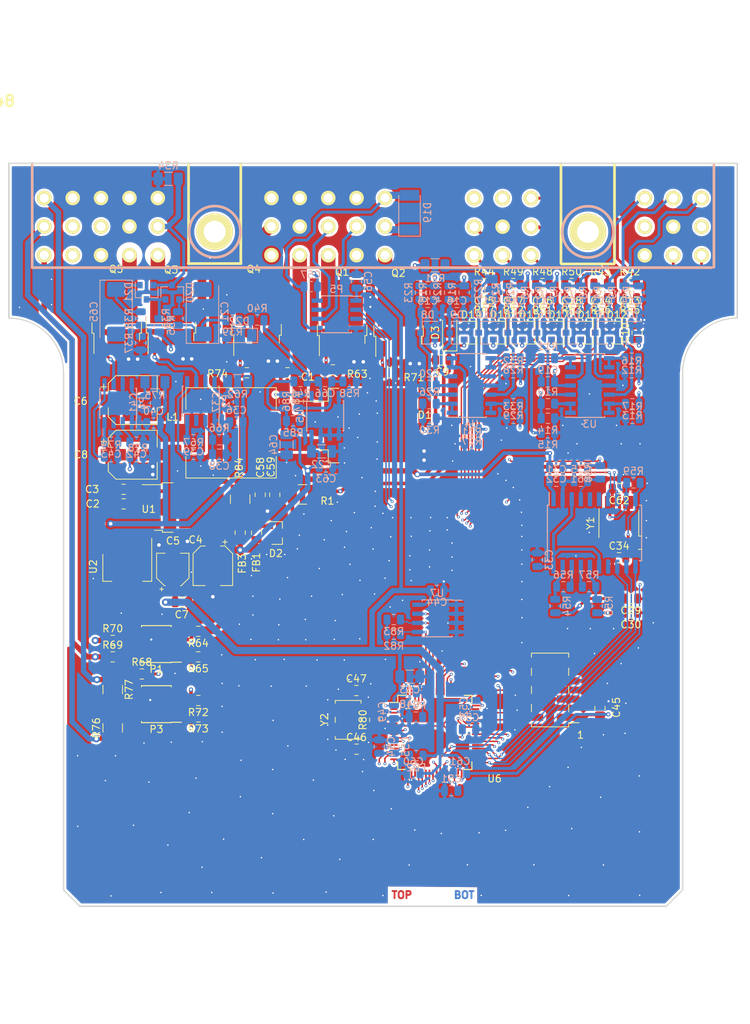
<source format=kicad_pcb>
(kicad_pcb (version 20171130) (host pcbnew 5.1.2-f72e74a~84~ubuntu18.04.1)
  (layers (0 F.Cu mixed) (1 VCC.Cu mixed) (2 GND.Cu mixed) (31 B.Cu mixed) (34 B.Paste user hide) (35 F.Paste user hide) (36 B.SilkS user hide) (37 F.SilkS user hide) (38 B.Mask user hide) (39 F.Mask user hide) (44 Edge.Cuts user hide))
  (net 0 "")
  (net 1 GND)
  (net 2 /con_pwr)
  (net 3 +12V)
  (net 4 +5V)
  (net 5 +3V3)
  (net 6 pwr_5v_clamp)
  (net 7 "Net-(C21-Pad2)")
  (net 8 "Net-(C21-Pad1)")
  (net 9 /run)
  (net 10 /crash)
  (net 11 /din_spare1)
  (net 12 /cam)
  (net 13 /debug)
  (net 14 /din_spare2)
  (net 15 /con_knock1)
  (net 16 "Net-(C29-Pad2)")
  (net 17 /con_knock2)
  (net 18 "Net-(C30-Pad2)")
  (net 19 "Net-(C33-Pad1)")
  (net 20 "Net-(C34-Pad2)")
  (net 21 "Net-(C35-Pad1)")
  (net 22 "Net-(C37-Pad1)")
  (net 23 /COIL1)
  (net 24 "Net-(C39-Pad1)")
  (net 25 "Net-(C41-Pad1)")
  (net 26 /COIL2)
  (net 27 "Net-(C43-Pad1)")
  (net 28 "Net-(C46-Pad1)")
  (net 29 "Net-(C47-Pad1)")
  (net 30 /cpu/nRESET)
  (net 31 "Net-(C51-Pad1)")
  (net 32 /cpu/pwr_vdda)
  (net 33 /con_gndi)
  (net 34 /con_vcci)
  (net 35 "Net-(D1-Pad3)")
  (net 36 "Net-(D2-Pad2)")
  (net 37 "Net-(D2-Pad1)")
  (net 38 "Net-(D18-Pad5)")
  (net 39 "Net-(D18-Pad6)")
  (net 40 /knock_int)
  (net 41 /knock_cs)
  (net 42 /knock_miso)
  (net 43 /knock_mosi)
  (net 44 /knock_sck)
  (net 45 "Net-(D18-Pad14)")
  (net 46 "Net-(D18-Pad16)")
  (net 47 "Net-(D18-Pad17)")
  (net 48 "Net-(D18-Pad18)")
  (net 49 "Net-(D18-Pad19)")
  (net 50 /cpu/SWCLK)
  (net 51 /cpu/SWDIO)
  (net 52 /cpu/JTDO)
  (net 53 /cpu/USART6_TX)
  (net 54 "Net-(P1-Pad8)")
  (net 55 "Net-(P1-Pad6)")
  (net 56 "Net-(P1-Pad4)")
  (net 57 /LAMP)
  (net 58 "Net-(P1-Pad2)")
  (net 59 /TACH)
  (net 60 "Net-(P2-Pad3)")
  (net 61 "Net-(P2-Pad5)")
  (net 62 "Net-(P2-Pad6)")
  (net 63 /spare_act_1)
  (net 64 "Net-(P3-Pad2)")
  (net 65 /spare_act_2)
  (net 66 "Net-(P3-Pad4)")
  (net 67 "Net-(P3-Pad6)")
  (net 68 "Net-(P3-Pad8)")
  (net 69 "Net-(P4-Pad6)")
  (net 70 "Net-(P4-Pad5)")
  (net 71 "Net-(P4-Pad3)")
  (net 72 /cpu/USART1_RX)
  (net 73 /cpu/USART1_TX)
  (net 74 /con_tx)
  (net 75 /con_rx)
  (net 76 /INJ1)
  (net 77 /con_inj1)
  (net 78 /con_inj2)
  (net 79 /INJ2)
  (net 80 /con_coil1)
  (net 81 /FUELP)
  (net 82 /con_fuelp)
  (net 83 /con_coil2)
  (net 84 /con_vrcrank+)
  (net 85 /crank)
  (net 86 /con_run)
  (net 87 /con_crash)
  (net 88 /con_dspare1)
  (net 89 /con_cam)
  (net 90 /con_debugsw)
  (net 91 /con_dspare2)
  (net 92 /knock)
  (net 93 /con_tach)
  (net 94 /con_lamp)
  (net 95 /con_spareact1)
  (net 96 /con_spareact2)
  (net 97 "Net-(R80-Pad1)")
  (net 98 "Net-(R81-Pad1)")
  (net 99 /cpu/I2C1_SDA)
  (net 100 /cpu/I2C1_SCL)
  (net 101 "Net-(U6-Pad2)")
  (net 102 "Net-(U6-Pad3)")
  (net 103 "Net-(U6-Pad4)")
  (net 104 /cpu/PA15)
  (net 105 /cpu/EEPROM_nWP)
  (net 106 "/analog input/bat_in")
  (net 107 "/analog input/bat_out")
  (net 108 /con_pwr_sensors)
  (net 109 "Net-(FB3-Pad1)")
  (net 110 /cpu/PA12)
  (net 111 /cpu/PB10)
  (net 112 "Net-(C62-Pad2)")
  (net 113 /cpu/PA8)
  (net 114 "/analog input/ach1_out")
  (net 115 /ach1)
  (net 116 /con_ach1)
  (net 117 /con_ach4)
  (net 118 /con_ach3)
  (net 119 /con_ach8)
  (net 120 /con_ach2)
  (net 121 /con_ach5)
  (net 122 /con_ach6)
  (net 123 "/analog input/ch8_out")
  (net 124 "/analog input/ch8_in")
  (net 125 "/analog input/ch6_out")
  (net 126 "/analog input/ch6_in")
  (net 127 "/analog input/ch5_in")
  (net 128 "/analog input/ch5_out")
  (net 129 "/analog input/ch4_out")
  (net 130 "/analog input/ch4_in")
  (net 131 "/analog input/ch3_in")
  (net 132 "/analog input/ch3_out")
  (net 133 "/analog input/ch2_out")
  (net 134 "/analog input/ch2_in")
  (net 135 "/analog input/ach1_in")
  (net 136 /ach8)
  (net 137 /ach6)
  (net 138 /ach5)
  (net 139 /ach3)
  (net 140 /ach4)
  (net 141 /ach2)
  (net 142 /bat)
  (net 143 "Net-(CON1-Pad36)")
  (net 144 "Net-(CON1-Pad37)")
  (net 145 /cpu/PC1)
  (net 146 "Net-(C65-Pad1)")
  (net 147 "Net-(C66-Pad1)")
  (net 148 "Net-(C66-Pad2)")
  (net 149 "Net-(D20-Pad2)")
  (net 150 "Net-(D22-Pad1)")
  (module Resistor_SMD:R_0805_2012Metric (layer B.Cu) (at 98.7044 74.3966 90)
    (fp_text reference R35 (at 0 1.65 90) (layer B.SilkS) (effects (justify mirror)))
    (fp_text value 27k)
    (pad 2 smd roundrect (at 0.9375 0 90) (size 0.975 1.4) (layers B.Cu B.Paste B.Mask) (net 149 "Net-(D20-Pad2)"))
    (pad 1 smd roundrect (at -0.9375 0 90) (size 0.975 1.4) (layers B.Cu B.Paste B.Mask) (net 6 pwr_5v_clamp))
  )
  (module boctok_footprints:modICE_48 (layer F.Cu) (at 77.72 51.825001)
    (fp_text reference CON1 hide)
    (fp_text value ModICE_48 (at -5.2578 -8.7122) (layer F.SilkS) (effects (font (size 1.524 1.524) (thickness 0.3048))))
    (pad 24 thru_hole circle (at 20.77466 12.79906) (size 2.032 2.032) (drill 1.27) (layers *.Cu *.Mask F.SilkS) (net 80 /con_coil1))
    (pad 34 thru_hole circle (at 20.77466 8.8011) (size 2.032 2.032) (drill 1.27) (layers *.Cu *.Mask F.SilkS) (net 84 /con_vrcrank+))
    (pad 44 thru_hole circle (at 20.77466 4.826) (size 2.032 2.032) (drill 1.27) (layers *.Cu *.Mask F.SilkS) (net 1 GND))
    (pad CD0 thru_hole circle (at 28.702 9.525) (size 5.08 5.08) (drill 3.05) (layers *.Cu *.Mask F.SilkS))
    (pad AB0 thru_hole circle (at 80.772 9.5504) (size 5.08 5.08) (drill 3.05) (layers *.Cu *.Mask F.SilkS))
    (pad 45 thru_hole circle (at 16.82496 4.826) (size 2.032 2.032) (drill 1.27) (layers *.Cu *.Mask F.SilkS) (net 1 GND))
    (pad 35 thru_hole circle (at 16.82496 8.8011) (size 2.032 2.032) (drill 1.27) (layers *.Cu *.Mask F.SilkS) (net 1 GND))
    (pad 25 thru_hole circle (at 16.82496 12.79906) (size 2.032 2.032) (drill 1.27) (layers *.Cu *.Mask F.SilkS) (net 83 /con_coil2))
    (pad 46 thru_hole circle (at 12.84986 4.826) (size 2.032 2.032) (drill 1.27) (layers *.Cu *.Mask F.SilkS) (net 1 GND))
    (pad 36 thru_hole circle (at 12.84986 8.8011) (size 2.032 2.032) (drill 1.27) (layers *.Cu *.Mask F.SilkS) (net 143 "Net-(CON1-Pad36)"))
    (pad 26 thru_hole circle (at 12.84986 12.79906) (size 2.032 2.032) (drill 1.27) (layers *.Cu *.Mask F.SilkS) (net 1 GND))
    (pad 47 thru_hole circle (at 8.90016 4.826) (size 2.032 2.032) (drill 1.27) (layers *.Cu *.Mask F.SilkS) (net 1 GND))
    (pad 37 thru_hole circle (at 8.90016 8.8011) (size 2.032 2.032) (drill 1.27) (layers *.Cu *.Mask F.SilkS) (net 144 "Net-(CON1-Pad37)"))
    (pad 27 thru_hole circle (at 8.90016 12.79906) (size 2.032 2.032) (drill 1.27) (layers *.Cu *.Mask F.SilkS) (net 94 /con_lamp))
    (pad 48 thru_hole circle (at 4.92506 4.826) (size 2.032 2.032) (drill 1.27) (layers *.Cu *.Mask F.SilkS) (net 96 /con_spareact2))
    (pad 38 thru_hole circle (at 4.92506 8.8011) (size 2.032 2.032) (drill 1.27) (layers *.Cu *.Mask F.SilkS) (net 95 /con_spareact1))
    (pad 28 thru_hole circle (at 4.92506 12.79906) (size 2.032 2.032) (drill 1.27) (layers *.Cu *.Mask F.SilkS) (net 93 /con_tach))
    (pad 43 thru_hole circle (at 36.62426 4.826) (size 2.032 2.032) (drill 1.27) (layers *.Cu *.Mask F.SilkS) (net 1 GND))
    (pad 33 thru_hole circle (at 36.62426 8.8011) (size 2.032 2.032) (drill 1.27) (layers *.Cu *.Mask F.SilkS) (net 108 /con_pwr_sensors))
    (pad 23 thru_hole circle (at 36.62426 12.79906) (size 2.032 2.032) (drill 1.27) (layers *.Cu *.Mask F.SilkS) (net 82 /con_fuelp))
    (pad 42 thru_hole circle (at 40.57396 4.826) (size 2.032 2.032) (drill 1.27) (layers *.Cu *.Mask F.SilkS) (net 1 GND))
    (pad 32 thru_hole circle (at 40.57396 8.8011) (size 2.032 2.032) (drill 1.27) (layers *.Cu *.Mask F.SilkS) (net 1 GND))
    (pad 22 thru_hole circle (at 40.57396 12.79906) (size 2.032 2.032) (drill 1.27) (layers *.Cu *.Mask F.SilkS) (net 2 /con_pwr))
    (pad 41 thru_hole circle (at 44.54906 4.826) (size 2.032 2.032) (drill 1.27) (layers *.Cu *.Mask F.SilkS) (net 1 GND))
    (pad 31 thru_hole circle (at 44.54906 8.8011) (size 2.032 2.032) (drill 1.27) (layers *.Cu *.Mask F.SilkS) (net 75 /con_rx))
    (pad 21 thru_hole circle (at 44.54906 12.79906) (size 2.032 2.032) (drill 1.27) (layers *.Cu *.Mask F.SilkS) (net 77 /con_inj1))
    (pad 40 thru_hole circle (at 48.49876 4.826) (size 2.032 2.032) (drill 1.27) (layers *.Cu *.Mask F.SilkS) (net 1 GND))
    (pad 30 thru_hole circle (at 48.49876 8.8011) (size 2.032 2.032) (drill 1.27) (layers *.Cu *.Mask F.SilkS) (net 74 /con_tx))
    (pad 20 thru_hole circle (at 48.49876 12.79906) (size 2.032 2.032) (drill 1.27) (layers *.Cu *.Mask F.SilkS) (net 1 GND))
    (pad 39 thru_hole circle (at 52.47386 4.826) (size 2.032 2.032) (drill 1.27) (layers *.Cu *.Mask F.SilkS) (net 33 /con_gndi))
    (pad 29 thru_hole circle (at 52.47386 8.8011) (size 2.032 2.032) (drill 1.27) (layers *.Cu *.Mask F.SilkS) (net 34 /con_vcci))
    (pad 19 thru_hole circle (at 52.47386 12.79906) (size 2.032 2.032) (drill 1.27) (layers *.Cu *.Mask F.SilkS) (net 78 /con_inj2))
    (pad 16 thru_hole circle (at 72.84974 4.8514) (size 2.032 2.032) (drill 1.27) (layers *.Cu *.Mask F.SilkS) (net 86 /con_run))
    (pad 10 thru_hole circle (at 72.84974 8.8265) (size 2.032 2.032) (drill 1.27) (layers *.Cu *.Mask F.SilkS) (net 87 /con_crash))
    (pad 4 thru_hole circle (at 72.84974 12.82446) (size 2.032 2.032) (drill 1.27) (layers *.Cu *.Mask F.SilkS) (net 89 /con_cam))
    (pad 17 thru_hole circle (at 68.87464 4.8514) (size 2.032 2.032) (drill 1.27) (layers *.Cu *.Mask F.SilkS) (net 122 /con_ach6))
    (pad 11 thru_hole circle (at 68.87464 8.8265) (size 2.032 2.032) (drill 1.27) (layers *.Cu *.Mask F.SilkS) (net 1 GND))
    (pad 5 thru_hole circle (at 68.87464 12.82446) (size 2.032 2.032) (drill 1.27) (layers *.Cu *.Mask F.SilkS) (net 90 /con_debugsw))
    (pad 18 thru_hole circle (at 64.89954 4.8514) (size 2.032 2.032) (drill 1.27) (layers *.Cu *.Mask F.SilkS) (net 121 /con_ach5))
    (pad 12 thru_hole circle (at 64.89954 8.8265) (size 2.032 2.032) (drill 1.27) (layers *.Cu *.Mask F.SilkS) (net 91 /con_dspare2))
    (pad 6 thru_hole circle (at 64.89954 12.82446) (size 2.032 2.032) (drill 1.27) (layers *.Cu *.Mask F.SilkS) (net 88 /con_dspare1))
    (pad 15 thru_hole circle (at 88.69934 4.8514) (size 2.032 2.032) (drill 1.27) (layers *.Cu *.Mask F.SilkS) (net 120 /con_ach2))
    (pad 9 thru_hole circle (at 88.69934 8.8265) (size 2.032 2.032) (drill 1.27) (layers *.Cu *.Mask F.SilkS) (net 116 /con_ach1))
    (pad 3 thru_hole circle (at 88.69934 12.82446) (size 2.032 2.032) (drill 1.27) (layers *.Cu *.Mask F.SilkS) (net 1 GND))
    (pad 14 thru_hole circle (at 92.67444 4.8514) (size 2.032 2.032) (drill 1.27) (layers *.Cu *.Mask F.SilkS) (net 118 /con_ach3))
    (pad 8 thru_hole circle (at 92.67444 8.8265) (size 2.032 2.032) (drill 1.27) (layers *.Cu *.Mask F.SilkS) (net 1 GND))
    (pad 2 thru_hole circle (at 92.67444 12.82446) (size 2.032 2.032) (drill 1.27) (layers *.Cu *.Mask F.SilkS) (net 15 /con_knock1))
    (pad 13 thru_hole circle (at 96.62414 4.8514) (size 2.032 2.032) (drill 1.27) (layers *.Cu *.Mask F.SilkS) (net 117 /con_ach4))
    (pad 7 thru_hole circle (at 96.62414 8.8265) (size 2.032 2.032) (drill 1.27) (layers *.Cu *.Mask F.SilkS) (net 119 /con_ach8))
    (pad 1 thru_hole circle (at 96.62414 12.82446) (size 2.032 2.032) (drill 1.27) (layers *.Cu *.Mask F.SilkS) (net 17 /con_knock2))
  )
  (module boctok_footprints:lfxtal071673 (layer F.Cu) (at 162.8394 102.0064 90)
    (fp_text reference Y1 (at 0 -4 90) (layer F.SilkS))
    (fp_text value lfxtal071673)
    (pad 4 smd rect (at -2.9 -1.27 90) (size 1.8 1.4) (layers F.Cu F.Paste F.Mask) (net 1 GND))
    (pad 3 smd rect (at 2.9 -1.27 90) (size 1.8 1.4) (layers F.Cu F.Paste F.Mask) (net 112 "Net-(C62-Pad2)"))
    (pad 2 smd rect (at 2.9 1.27 90) (size 1.8 1.4) (layers F.Cu F.Paste F.Mask) (net 1 GND))
    (pad 1 smd rect (at -2.9 1.27 90) (size 1.8 1.4) (layers F.Cu F.Paste F.Mask) (net 20 "Net-(C34-Pad2)"))
  )
  (module boctok_footprints:swd_boctok (layer F.Cu) (at 153.2128 125.2728 180)
    (fp_text reference J1 hide)
    (fp_text value SWD_boctok)
    (fp_text user 1 (at -4.2418 -6.2738 180) (layer F.SilkS))
    (pad 8 smd rect (at 2.525 3.81 180) (size 3.15 1) (layers F.Cu F.Paste F.Mask) (net 52 /cpu/JTDO))
    (pad 7 smd rect (at -2.525 3.81 180) (size 3.15 1) (layers F.Cu F.Paste F.Mask) (net 30 /cpu/nRESET))
    (pad 6 smd rect (at 2.525 1.27 180) (size 3.15 1) (layers F.Cu F.Paste F.Mask) (net 50 /cpu/SWCLK))
    (pad 5 smd rect (at -2.525 1.27 180) (size 3.15 1) (layers F.Cu F.Paste F.Mask) (net 1 GND))
    (pad 4 smd rect (at 2.525 -1.27 180) (size 3.15 1) (layers F.Cu F.Paste F.Mask) (net 51 /cpu/SWDIO))
    (pad 3 smd rect (at -2.525 -1.27 180) (size 3.15 1) (layers F.Cu F.Paste F.Mask) (net 1 GND))
    (pad 2 smd rect (at 2.525 -3.81 180) (size 3.15 1) (layers F.Cu F.Paste F.Mask) (net 53 /cpu/USART6_TX))
    (pad 1 smd rect (at -2.525 -3.81 180) (size 3.15 1) (layers F.Cu F.Paste F.Mask) (net 5 +3V3))
  )
  (module Capacitor_SMD:C_0805_2012Metric (layer B.Cu) (at 134.1374 136.906 180)
    (fp_text reference C60 (at 0 1.65 180) (layer B.SilkS) (effects (justify mirror)))
    (fp_text value 100nF)
    (pad 2 smd roundrect (at 0.9375 0 180) (size 0.975 1.4) (layers B.Cu B.Paste B.Mask) (net 1 GND))
    (pad 1 smd roundrect (at -0.9375 0 180) (size 0.975 1.4) (layers B.Cu B.Paste B.Mask) (net 5 +3V3))
  )
  (module Capacitor_SMD:C_0805_2012Metric (layer B.Cu) (at 140.6398 136.8806 180)
    (fp_text reference C61 (at 0 1.65 180) (layer B.SilkS) (effects (justify mirror)))
    (fp_text value 100nF)
    (pad 2 smd roundrect (at 0.9375 0 180) (size 0.975 1.4) (layers B.Cu B.Paste B.Mask) (net 1 GND))
    (pad 1 smd roundrect (at -0.9375 0 180) (size 0.975 1.4) (layers B.Cu B.Paste B.Mask) (net 5 +3V3))
  )
  (module Capacitor_SMD:C_0805_2012Metric (layer F.Cu) (at 112.776 98.044 270)
    (fp_text reference C58 (at -3.81 -0.0254 270) (layer F.SilkS))
    (fp_text value 1uF)
    (pad 2 smd roundrect (at 0.9375 0 270) (size 0.975 1.4) (layers F.Cu F.Paste F.Mask) (net 1 GND))
    (pad 1 smd roundrect (at -0.9375 0 270) (size 0.975 1.4) (layers F.Cu F.Paste F.Mask) (net 108 /con_pwr_sensors))
  )
  (module Capacitor_SMD:C_0805_2012Metric (layer F.Cu) (at 114.808 98.044 270)
    (fp_text reference C59 (at -3.8862 0.5334 270) (layer F.SilkS))
    (fp_text value 100nF)
    (pad 2 smd roundrect (at 0.9375 0 270) (size 0.975 1.4) (layers F.Cu F.Paste F.Mask) (net 1 GND))
    (pad 1 smd roundrect (at -0.9375 0 270) (size 0.975 1.4) (layers F.Cu F.Paste F.Mask) (net 108 /con_pwr_sensors))
  )
  (module Inductor_SMD:L_0805_2012Metric (layer F.Cu) (at 109.982 103.3272 270)
    (fp_text reference FB3 (at 4.318 -0.2794 270) (layer F.SilkS))
    (fp_text value Ferrite_Bead)
    (pad 1 smd roundrect (at -0.9375 0 270) (size 0.975 1.4) (layers F.Cu F.Paste F.Mask) (net 109 "Net-(FB3-Pad1)"))
    (pad 2 smd roundrect (at 0.9375 0 270) (size 0.975 1.4) (layers F.Cu F.Paste F.Mask) (net 4 +5V))
  )
  (module Resistor_SMD:R_1210_3225Metric (layer F.Cu) (at 109.982 98.6536 270)
    (fp_text reference R84 (at -4.3688 0.1524 270) (layer F.SilkS))
    (fp_text value 100)
    (pad 2 smd roundrect (at 1.4 0 270) (size 1.25 2.65) (layers F.Cu F.Paste F.Mask) (roundrect_rratio 0.2) (net 109 "Net-(FB3-Pad1)"))
    (pad 1 smd roundrect (at -1.4 0 270) (size 1.25 2.65) (layers F.Cu F.Paste F.Mask) (roundrect_rratio 0.2) (net 108 /con_pwr_sensors))
  )
  (module Package_TO_SOT_SMD:SOT-23 (layer F.Cu) (at 142.24 75.438)
    (fp_text reference D14 (at 0 -2.5) (layer F.SilkS))
    (fp_text value BAT54S)
    (pad 3 smd rect (at 1 0) (size 0.9 0.8) (layers F.Cu F.Paste F.Mask) (net 11 /din_spare1))
    (pad 2 smd rect (at -1 0.95) (size 0.9 0.8) (layers F.Cu F.Paste F.Mask) (net 6 pwr_5v_clamp))
    (pad 1 smd rect (at -1 -0.95) (size 0.9 0.8) (layers F.Cu F.Paste F.Mask) (net 1 GND))
  )
  (module boctok_footprints:ISO7421D (layer B.Cu) (at 123.4186 72.8726 180)
    (fp_text reference P5 (at 0 3.5 180) (layer B.SilkS) (effects (justify mirror)))
    (fp_text value ISO7421D)
    (pad 8 smd rect (at 2.7 1.905 180) (size 1.55 0.6) (layers B.Cu B.Paste B.Mask) (net 34 /con_vcci))
    (pad 7 smd rect (at 2.7 0.635 180) (size 1.55 0.6) (layers B.Cu B.Paste B.Mask) (net 75 /con_rx))
    (pad 6 smd rect (at 2.7 -0.635 180) (size 1.55 0.6) (layers B.Cu B.Paste B.Mask) (net 74 /con_tx))
    (pad 5 smd rect (at 2.7 -1.905 180) (size 1.55 0.6) (layers B.Cu B.Paste B.Mask) (net 33 /con_gndi))
    (pad 4 smd rect (at -2.7 -1.905 180) (size 1.55 0.6) (layers B.Cu B.Paste B.Mask) (net 1 GND))
    (pad 3 smd rect (at -2.7 -0.635 180) (size 1.55 0.6) (layers B.Cu B.Paste B.Mask) (net 73 /cpu/USART1_TX))
    (pad 2 smd rect (at -2.7 0.635 180) (size 1.55 0.6) (layers B.Cu B.Paste B.Mask) (net 72 /cpu/USART1_RX))
    (pad 1 smd rect (at -2.7 1.905 180) (size 1.55 0.6) (layers B.Cu B.Paste B.Mask) (net 5 +3V3))
  )
  (module Diode_SMD:D_MELF (layer B.Cu) (at 133.604 58.674 90)
    (fp_text reference D19 (at 0 2.5 90) (layer B.SilkS) (effects (justify mirror)))
    (fp_text value D_Zener)
    (pad 2 smd rect (at 2.4 0 90) (size 1.5 2.7) (layers B.Cu B.Paste B.Mask) (net 33 /con_gndi))
    (pad 1 smd rect (at -2.4 0 90) (size 1.5 2.7) (layers B.Cu B.Paste B.Mask) (net 34 /con_vcci))
  )
  (module Resistor_SMD:R_0805_2012Metric (layer F.Cu) (at 92.202 118.364)
    (fp_text reference R70 (at 0 -1.65) (layer F.SilkS))
    (fp_text value R)
    (pad 2 smd roundrect (at 0.9375 0) (size 0.975 1.4) (layers F.Cu F.Paste F.Mask) (net 55 "Net-(P1-Pad6)"))
    (pad 1 smd roundrect (at -0.9375 0) (size 0.975 1.4) (layers F.Cu F.Paste F.Mask) (net 94 /con_lamp))
  )
  (module Resistor_SMD:R_0805_2012Metric (layer F.Cu) (at 92.202 120.65)
    (fp_text reference R69 (at 0 -1.65) (layer F.SilkS))
    (fp_text value R)
    (pad 2 smd roundrect (at 0.9375 0) (size 0.975 1.4) (layers F.Cu F.Paste F.Mask) (net 54 "Net-(P1-Pad8)"))
    (pad 1 smd roundrect (at -0.9375 0) (size 0.975 1.4) (layers F.Cu F.Paste F.Mask) (net 93 /con_tach))
  )
  (module Diode_SMD:D_MiniMELF (layer F.Cu) (at 139.208 75.438 90)
    (fp_text reference D3 (at 0 -2 90) (layer F.SilkS))
    (fp_text value D_Zener)
    (pad 2 smd rect (at 1.75 0 90) (size 1.3 1.7) (layers F.Cu F.Paste F.Mask) (net 1 GND))
    (pad 1 smd rect (at -1.75 0 90) (size 1.3 1.7) (layers F.Cu F.Paste F.Mask) (net 6 pwr_5v_clamp))
  )
  (module Capacitor_SMD:C_0805_2012Metric (layer F.Cu) (at 116.586 81.026 180)
    (fp_text reference C1 (at -2.8448 -0.5842 180) (layer F.SilkS))
    (fp_text value "1uF 50V")
    (pad 2 smd roundrect (at 0.9375 0 180) (size 0.975 1.4) (layers F.Cu F.Paste F.Mask) (net 1 GND))
    (pad 1 smd roundrect (at -0.9375 0 180) (size 0.975 1.4) (layers F.Cu F.Paste F.Mask) (net 2 /con_pwr))
  )
  (module Capacitor_SMD:C_0805_2012Metric (layer F.Cu) (at 93.726 99.314)
    (fp_text reference C2 (at -4.318 0) (layer F.SilkS))
    (fp_text value 100nF)
    (pad 2 smd roundrect (at 0.9375 0) (size 0.975 1.4) (layers F.Cu F.Paste F.Mask) (net 1 GND))
    (pad 1 smd roundrect (at -0.9375 0) (size 0.975 1.4) (layers F.Cu F.Paste F.Mask) (net 3 +12V))
  )
  (module Capacitor_SMD:C_0805_2012Metric (layer F.Cu) (at 93.726 97.282)
    (fp_text reference C3 (at -4.3942 0) (layer F.SilkS))
    (fp_text value 100nF)
    (pad 2 smd roundrect (at 0.9375 0) (size 0.975 1.4) (layers F.Cu F.Paste F.Mask) (net 1 GND))
    (pad 1 smd roundrect (at -0.9375 0) (size 0.975 1.4) (layers F.Cu F.Paste F.Mask) (net 3 +12V))
  )
  (module Capacitor_SMD:CP_Elec_5x5.8 (layer F.Cu) (at 106.172 107.95 270)
    (fp_text reference C4 (at -3.6322 2.413) (layer F.SilkS))
    (fp_text value "22uF 16V")
    (pad 2 smd rect (at 2.2 0 270) (size 3 1.6) (layers F.Cu F.Paste F.Mask) (net 1 GND))
    (pad 1 smd rect (at -2.2 0 270) (size 3 1.6) (layers F.Cu F.Paste F.Mask) (net 4 +5V))
  )
  (module Capacitor_SMD:CP_Elec_4x5.8 (layer F.Cu) (at 100.584 108.458 90)
    (fp_text reference C5 (at 3.9878 0.0254 180) (layer F.SilkS))
    (fp_text value "22uF 6V")
    (pad 2 smd rect (at 1.8 0 90) (size 2.6 1.6) (layers F.Cu F.Paste F.Mask) (net 1 GND))
    (pad 1 smd rect (at -1.8 0 90) (size 2.6 1.6) (layers F.Cu F.Paste F.Mask) (net 5 +3V3))
  )
  (module Capacitor_SMD:CP_Elec_6.3x7.7 (layer F.Cu) (at 94.996 84.836)
    (fp_text reference C6 (at -7.2644 0.1524) (layer F.SilkS))
    (fp_text value "220uF 50V")
    (pad 2 smd rect (at 2.7 0) (size 3.5 1.6) (layers F.Cu F.Paste F.Mask) (net 1 GND))
    (pad 1 smd rect (at -2.7 0) (size 3.5 1.6) (layers F.Cu F.Paste F.Mask) (net 3 +12V))
  )
  (module Capacitor_SMD:C_0805_2012Metric (layer F.Cu) (at 101.854 113.03)
    (fp_text reference C7 (at -0.0254 1.7272) (layer F.SilkS))
    (fp_text value "1uF 6V")
    (pad 2 smd roundrect (at 0.9375 0) (size 0.975 1.4) (layers F.Cu F.Paste F.Mask) (net 1 GND))
    (pad 1 smd roundrect (at -0.9375 0) (size 0.975 1.4) (layers F.Cu F.Paste F.Mask) (net 5 +3V3))
  )
  (module Capacitor_SMD:CP_Elec_6.3x7.7 (layer F.Cu) (at 94.996 92.456)
    (fp_text reference C8 (at -7.2136 0) (layer F.SilkS))
    (fp_text value "22uF 50V")
    (pad 2 smd rect (at 2.7 0) (size 3.5 1.6) (layers F.Cu F.Paste F.Mask) (net 1 GND))
    (pad 1 smd rect (at -2.7 0) (size 3.5 1.6) (layers F.Cu F.Paste F.Mask) (net 3 +12V))
  )
  (module Capacitor_SMD:C_0805_2012Metric (layer F.Cu) (at 138.176 79.248 180)
    (fp_text reference C9 (at 0 -1.65 180) (layer F.SilkS))
    (fp_text value 1uF)
    (pad 2 smd roundrect (at 0.9375 0 180) (size 0.975 1.4) (layers F.Cu F.Paste F.Mask) (net 1 GND))
    (pad 1 smd roundrect (at -0.9375 0 180) (size 0.975 1.4) (layers F.Cu F.Paste F.Mask) (net 6 pwr_5v_clamp))
  )
  (module Capacitor_SMD:C_0805_2012Metric (layer F.Cu) (at 165.354 75.438 90)
    (fp_text reference C10 (at 0 -1.65 90) (layer F.SilkS))
    (fp_text value 100nF)
    (pad 2 smd roundrect (at 0.9375 0 90) (size 0.975 1.4) (layers F.Cu F.Paste F.Mask) (net 1 GND))
    (pad 1 smd roundrect (at -0.9375 0 90) (size 0.975 1.4) (layers F.Cu F.Paste F.Mask) (net 6 pwr_5v_clamp))
  )
  (module Capacitor_SMD:C_0805_2012Metric (layer B.Cu) (at 152.4 72.644 180)
    (fp_text reference C11 (at 0 1.65 180) (layer B.SilkS) (effects (justify mirror)))
    (fp_text value 1uF)
    (pad 2 smd roundrect (at 0.9375 0 180) (size 0.975 1.4) (layers B.Cu B.Paste B.Mask) (net 135 "/analog input/ach1_in"))
    (pad 1 smd roundrect (at -0.9375 0 180) (size 0.975 1.4) (layers B.Cu B.Paste B.Mask) (net 1 GND))
  )
  (module Capacitor_SMD:C_0805_2012Metric (layer B.Cu) (at 156.464 72.644 180)
    (fp_text reference C12 (at 0 1.65 180) (layer B.SilkS) (effects (justify mirror)))
    (fp_text value 1uF)
    (pad 2 smd roundrect (at 0.9375 0 180) (size 0.975 1.4) (layers B.Cu B.Paste B.Mask) (net 134 "/analog input/ch2_in"))
    (pad 1 smd roundrect (at -0.9375 0 180) (size 0.975 1.4) (layers B.Cu B.Paste B.Mask) (net 1 GND))
  )
  (module Capacitor_SMD:C_0805_2012Metric (layer B.Cu) (at 160.528 72.644 180)
    (fp_text reference C13 (at 0 1.65 180) (layer B.SilkS) (effects (justify mirror)))
    (fp_text value 1uF)
    (pad 2 smd roundrect (at 0.9375 0 180) (size 0.975 1.4) (layers B.Cu B.Paste B.Mask) (net 131 "/analog input/ch3_in"))
    (pad 1 smd roundrect (at -0.9375 0 180) (size 0.975 1.4) (layers B.Cu B.Paste B.Mask) (net 1 GND))
  )
  (module Capacitor_SMD:C_0805_2012Metric (layer B.Cu) (at 164.592 72.644 180)
    (fp_text reference C14 (at 0 1.65 180) (layer B.SilkS) (effects (justify mirror)))
    (fp_text value 1uF)
    (pad 2 smd roundrect (at 0.9375 0 180) (size 0.975 1.4) (layers B.Cu B.Paste B.Mask) (net 130 "/analog input/ch4_in"))
    (pad 1 smd roundrect (at -0.9375 0 180) (size 0.975 1.4) (layers B.Cu B.Paste B.Mask) (net 1 GND))
  )
  (module Capacitor_SMD:C_0805_2012Metric (layer B.Cu) (at 136.144 72.644 180)
    (fp_text reference C15 (at 0 1.65 180) (layer B.SilkS) (effects (justify mirror)))
    (fp_text value 1uF)
    (pad 2 smd roundrect (at 0.9375 0 180) (size 0.975 1.4) (layers B.Cu B.Paste B.Mask) (net 127 "/analog input/ch5_in"))
    (pad 1 smd roundrect (at -0.9375 0 180) (size 0.975 1.4) (layers B.Cu B.Paste B.Mask) (net 1 GND))
  )
  (module Capacitor_SMD:C_0805_2012Metric (layer B.Cu) (at 140.208 72.644 180)
    (fp_text reference C16 (at 0 1.65 180) (layer B.SilkS) (effects (justify mirror)))
    (fp_text value 1uF)
    (pad 2 smd roundrect (at 0.9375 0 180) (size 0.975 1.4) (layers B.Cu B.Paste B.Mask) (net 126 "/analog input/ch6_in"))
    (pad 1 smd roundrect (at -0.9375 0 180) (size 0.975 1.4) (layers B.Cu B.Paste B.Mask) (net 1 GND))
  )
  (module Capacitor_SMD:C_0805_2012Metric (layer B.Cu) (at 144.272 72.644 180)
    (fp_text reference C17 (at 0 1.65 180) (layer B.SilkS) (effects (justify mirror)))
    (fp_text value 1uF)
    (pad 2 smd roundrect (at 0.9375 0 180) (size 0.975 1.4) (layers B.Cu B.Paste B.Mask) (net 106 "/analog input/bat_in"))
    (pad 1 smd roundrect (at -0.9375 0 180) (size 0.975 1.4) (layers B.Cu B.Paste B.Mask) (net 1 GND))
  )
  (module Capacitor_SMD:C_0805_2012Metric (layer B.Cu) (at 148.336 72.644 180)
    (fp_text reference C18 (at 0 1.65 180) (layer B.SilkS) (effects (justify mirror)))
    (fp_text value 1uF)
    (pad 2 smd roundrect (at 0.9375 0 180) (size 0.975 1.4) (layers B.Cu B.Paste B.Mask) (net 124 "/analog input/ch8_in"))
    (pad 1 smd roundrect (at -0.9375 0 180) (size 0.975 1.4) (layers B.Cu B.Paste B.Mask) (net 1 GND))
  )
  (module Capacitor_SMD:C_0805_2012Metric (layer B.Cu) (at 152.908 82.296 180)
    (fp_text reference C19 (at 0 1.65 180) (layer B.SilkS) (effects (justify mirror)))
    (fp_text value 0.1uF)
    (pad 2 smd roundrect (at 0.9375 0 180) (size 0.975 1.4) (layers B.Cu B.Paste B.Mask) (net 1 GND))
    (pad 1 smd roundrect (at -0.9375 0 180) (size 0.975 1.4) (layers B.Cu B.Paste B.Mask) (net 4 +5V))
  )
  (module Capacitor_SMD:C_0805_2012Metric (layer B.Cu) (at 136.398 82.804 180)
    (fp_text reference C20 (at 0 1.65 180) (layer B.SilkS) (effects (justify mirror)))
    (fp_text value 0.1uF)
    (pad 2 smd roundrect (at 0.9375 0 180) (size 0.975 1.4) (layers B.Cu B.Paste B.Mask) (net 1 GND))
    (pad 1 smd roundrect (at -0.9375 0 180) (size 0.975 1.4) (layers B.Cu B.Paste B.Mask) (net 4 +5V))
  )
  (module Capacitor_SMD:C_0805_2012Metric (layer F.Cu) (at 164.338 72.644)
    (fp_text reference C23 (at 0 -1.65) (layer F.SilkS))
    (fp_text value 1uF)
    (pad 2 smd roundrect (at 0.9375 0) (size 0.975 1.4) (layers F.Cu F.Paste F.Mask) (net 1 GND))
    (pad 1 smd roundrect (at -0.9375 0) (size 0.975 1.4) (layers F.Cu F.Paste F.Mask) (net 9 /run))
  )
  (module Capacitor_SMD:C_0805_2012Metric (layer F.Cu) (at 160.274 72.644)
    (fp_text reference C24 (at 0 -1.65) (layer F.SilkS))
    (fp_text value 1uF)
    (pad 2 smd roundrect (at 0.9375 0) (size 0.975 1.4) (layers F.Cu F.Paste F.Mask) (net 1 GND))
    (pad 1 smd roundrect (at -0.9375 0) (size 0.975 1.4) (layers F.Cu F.Paste F.Mask) (net 10 /crash))
  )
  (module Capacitor_SMD:C_0805_2012Metric (layer F.Cu) (at 144.018 72.644)
    (fp_text reference C25 (at 0 -1.65) (layer F.SilkS))
    (fp_text value 1uF)
    (pad 2 smd roundrect (at 0.9375 0) (size 0.975 1.4) (layers F.Cu F.Paste F.Mask) (net 1 GND))
    (pad 1 smd roundrect (at -0.9375 0) (size 0.975 1.4) (layers F.Cu F.Paste F.Mask) (net 11 /din_spare1))
  )
  (module Capacitor_SMD:C_0805_2012Metric (layer F.Cu) (at 152.146 72.644)
    (fp_text reference C26 (at 0 -1.65) (layer F.SilkS))
    (fp_text value 1uF)
    (pad 2 smd roundrect (at 0.9375 0) (size 0.975 1.4) (layers F.Cu F.Paste F.Mask) (net 1 GND))
    (pad 1 smd roundrect (at -0.9375 0) (size 0.975 1.4) (layers F.Cu F.Paste F.Mask) (net 12 /cam))
  )
  (module Capacitor_SMD:C_0805_2012Metric (layer F.Cu) (at 148.082 72.644)
    (fp_text reference C27 (at 0 -1.65) (layer F.SilkS))
    (fp_text value 1uF)
    (pad 2 smd roundrect (at 0.9375 0) (size 0.975 1.4) (layers F.Cu F.Paste F.Mask) (net 1 GND))
    (pad 1 smd roundrect (at -0.9375 0) (size 0.975 1.4) (layers F.Cu F.Paste F.Mask) (net 13 /debug))
  )
  (module Capacitor_SMD:C_0805_2012Metric (layer F.Cu) (at 156.21 72.644)
    (fp_text reference C28 (at 0 -1.65) (layer F.SilkS))
    (fp_text value 1uF)
    (pad 2 smd roundrect (at 0.9375 0) (size 0.975 1.4) (layers F.Cu F.Paste F.Mask) (net 1 GND))
    (pad 1 smd roundrect (at -0.9375 0) (size 0.975 1.4) (layers F.Cu F.Paste F.Mask) (net 14 /din_spare2))
  )
  (module Capacitor_SMD:C_0805_2012Metric (layer F.Cu) (at 164.4904 112.522 180)
    (fp_text reference C29 (at 0 -1.65 180) (layer F.SilkS))
    (fp_text value 3300pF)
    (pad 2 smd roundrect (at 0.9375 0 180) (size 0.975 1.4) (layers F.Cu F.Paste F.Mask) (net 16 "Net-(C29-Pad2)"))
    (pad 1 smd roundrect (at -0.9375 0 180) (size 0.975 1.4) (layers F.Cu F.Paste F.Mask) (net 15 /con_knock1))
  )
  (module Capacitor_SMD:C_0805_2012Metric (layer F.Cu) (at 164.4881 114.5032 180)
    (fp_text reference C30 (at 0 -1.65 180) (layer F.SilkS))
    (fp_text value 3300pF)
    (pad 2 smd roundrect (at 0.9375 0 180) (size 0.975 1.4) (layers F.Cu F.Paste F.Mask) (net 18 "Net-(C30-Pad2)"))
    (pad 1 smd roundrect (at -0.9375 0 180) (size 0.975 1.4) (layers F.Cu F.Paste F.Mask) (net 17 /con_knock2))
  )
  (module Capacitor_SMD:C_0805_2012Metric (layer B.Cu) (at 154.0764 96.1644 180)
    (fp_text reference C31 (at 0 1.65 180) (layer B.SilkS) (effects (justify mirror)))
    (fp_text value 4.7uF)
    (pad 2 smd roundrect (at 0.9375 0 180) (size 0.975 1.4) (layers B.Cu B.Paste B.Mask) (net 4 +5V))
    (pad 1 smd roundrect (at -0.9375 0 180) (size 0.975 1.4) (layers B.Cu B.Paste B.Mask) (net 1 GND))
  )
  (module Capacitor_SMD:C_0805_2012Metric (layer B.Cu) (at 154.0764 94.1832)
    (fp_text reference C32 (at 0 1.65) (layer B.SilkS) (effects (justify mirror)))
    (fp_text value 0.1uF)
    (pad 2 smd roundrect (at 0.9375 0) (size 0.975 1.4) (layers B.Cu B.Paste B.Mask) (net 1 GND))
    (pad 1 smd roundrect (at -0.9375 0) (size 0.975 1.4) (layers B.Cu B.Paste B.Mask) (net 4 +5V))
  )
  (module Capacitor_SMD:C_0805_2012Metric (layer B.Cu) (at 151.43209 107.10744 90)
    (fp_text reference C33 (at 0 1.65 90) (layer B.SilkS) (effects (justify mirror)))
    (fp_text value 100nF)
    (pad 2 smd roundrect (at 0.9375 0 90) (size 0.975 1.4) (layers B.Cu B.Paste B.Mask) (net 1 GND))
    (pad 1 smd roundrect (at -0.9375 0 90) (size 0.975 1.4) (layers B.Cu B.Paste B.Mask) (net 19 "Net-(C33-Pad1)"))
  )
  (module Capacitor_SMD:C_0805_2012Metric (layer F.Cu) (at 162.8394 106.8324)
    (fp_text reference C34 (at 0 -1.65) (layer F.SilkS))
    (fp_text value 470pF)
    (pad 2 smd roundrect (at 0.9375 0) (size 0.975 1.4) (layers F.Cu F.Paste F.Mask) (net 20 "Net-(C34-Pad2)"))
    (pad 1 smd roundrect (at -0.9375 0) (size 0.975 1.4) (layers F.Cu F.Paste F.Mask) (net 1 GND))
  )
  (module Capacitor_SMD:C_0805_2012Metric (layer B.Cu) (at 157.5054 96.1644 180)
    (fp_text reference C35 (at 0 1.65 180) (layer B.SilkS) (effects (justify mirror)))
    (fp_text value 100nF)
    (pad 2 smd roundrect (at 0.9375 0 180) (size 0.975 1.4) (layers B.Cu B.Paste B.Mask) (net 1 GND))
    (pad 1 smd roundrect (at -0.9375 0 180) (size 0.975 1.4) (layers B.Cu B.Paste B.Mask) (net 21 "Net-(C35-Pad1)"))
  )
  (module Capacitor_SMD:C_0805_2012Metric (layer B.Cu) (at 109.4486 87.9094 180)
    (fp_text reference C36 (at 0 1.65 180) (layer B.SilkS) (effects (justify mirror)))
    (fp_text value 0,47uF)
    (pad 2 smd roundrect (at 0.9375 0 180) (size 0.975 1.4) (layers B.Cu B.Paste B.Mask) (net 1 GND))
    (pad 1 smd roundrect (at -0.9375 0 180) (size 0.975 1.4) (layers B.Cu B.Paste B.Mask) (net 3 +12V))
  )
  (module Capacitor_SMD:C_0805_2012Metric (layer B.Cu) (at 108.3056 85.1154 270)
    (fp_text reference C37 (at 0 1.65 270) (layer B.SilkS) (effects (justify mirror)))
    (fp_text value 10nF)
    (pad 2 smd roundrect (at 0.9375 0 270) (size 0.975 1.4) (layers B.Cu B.Paste B.Mask) (net 1 GND))
    (pad 1 smd roundrect (at -0.9375 0 270) (size 0.975 1.4) (layers B.Cu B.Paste B.Mask) (net 22 "Net-(C37-Pad1)"))
  )
  (module Capacitor_SMD:C_0805_2012Metric (layer B.Cu) (at 107.061 92.3798)
    (fp_text reference C38 (at 0 1.65) (layer B.SilkS) (effects (justify mirror)))
    (fp_text value 10nF)
    (pad 2 smd roundrect (at 0.9375 0) (size 0.975 1.4) (layers B.Cu B.Paste B.Mask) (net 1 GND))
    (pad 1 smd roundrect (at -0.9375 0) (size 0.975 1.4) (layers B.Cu B.Paste B.Mask) (net 23 /COIL1))
  )
  (module Capacitor_SMD:C_0805_2012Metric (layer B.Cu) (at 103.4796 90.3732)
    (fp_text reference C39 (at 0 1.65) (layer B.SilkS) (effects (justify mirror)))
    (fp_text value 20nF)
    (pad 2 smd roundrect (at 0.9375 0) (size 0.975 1.4) (layers B.Cu B.Paste B.Mask) (net 1 GND))
    (pad 1 smd roundrect (at -0.9375 0) (size 0.975 1.4) (layers B.Cu B.Paste B.Mask) (net 24 "Net-(C39-Pad1)"))
  )
  (module Capacitor_SMD:C_0805_2012Metric (layer B.Cu) (at 97.8916 88.0364 180)
    (fp_text reference C40 (at 0 1.65 180) (layer B.SilkS) (effects (justify mirror)))
    (fp_text value 0,47uF)
    (pad 1 smd roundrect (at -0.9375 0 180) (size 0.975 1.4) (layers B.Cu B.Paste B.Mask) (net 3 +12V))
    (pad 2 smd roundrect (at 0.9375 0 180) (size 0.975 1.4) (layers B.Cu B.Paste B.Mask) (net 1 GND))
  )
  (module Capacitor_SMD:C_0805_2012Metric (layer B.Cu) (at 96.7486 85.2678 270)
    (fp_text reference C41 (at 0 1.65 270) (layer B.SilkS) (effects (justify mirror)))
    (fp_text value 10nF)
    (pad 2 smd roundrect (at 0.9375 0 270) (size 0.975 1.4) (layers B.Cu B.Paste B.Mask) (net 1 GND))
    (pad 1 smd roundrect (at -0.9375 0 270) (size 0.975 1.4) (layers B.Cu B.Paste B.Mask) (net 25 "Net-(C41-Pad1)"))
  )
  (module Capacitor_SMD:C_0805_2012Metric (layer B.Cu) (at 95.5294 90.7034)
    (fp_text reference C42 (at 0 1.65) (layer B.SilkS) (effects (justify mirror)))
    (fp_text value 10nF)
    (pad 2 smd roundrect (at 0.9375 0) (size 0.975 1.4) (layers B.Cu B.Paste B.Mask) (net 1 GND))
    (pad 1 smd roundrect (at -0.9375 0) (size 0.975 1.4) (layers B.Cu B.Paste B.Mask) (net 26 /COIL2))
  )
  (module Capacitor_SMD:C_0805_2012Metric (layer B.Cu) (at 91.9734 90.7034)
    (fp_text reference C43 (at 0 1.65) (layer B.SilkS) (effects (justify mirror)))
    (fp_text value 20nF)
    (pad 2 smd roundrect (at 0.9375 0) (size 0.975 1.4) (layers B.Cu B.Paste B.Mask) (net 1 GND))
    (pad 1 smd roundrect (at -0.9375 0) (size 0.975 1.4) (layers B.Cu B.Paste B.Mask) (net 27 "Net-(C43-Pad1)"))
  )
  (module Capacitor_SMD:C_0805_2012Metric (layer B.Cu) (at 137.4371 111.379)
    (fp_text reference C44 (at 0 1.65) (layer B.SilkS) (effects (justify mirror)))
    (fp_text value 100nF)
    (pad 2 smd roundrect (at 0.9375 0) (size 0.975 1.4) (layers B.Cu B.Paste B.Mask) (net 1 GND))
    (pad 1 smd roundrect (at -0.9375 0) (size 0.975 1.4) (layers B.Cu B.Paste B.Mask) (net 5 +3V3))
  )
  (module Capacitor_SMD:C_0805_2012Metric (layer F.Cu) (at 160.1724 127.8128 90)
    (fp_text reference C45 (at 0.1016 2.286 90) (layer F.SilkS))
    (fp_text value 100nF)
    (pad 2 smd roundrect (at 0.9375 0 90) (size 0.975 1.4) (layers F.Cu F.Paste F.Mask) (net 1 GND))
    (pad 1 smd roundrect (at -0.9375 0 90) (size 0.975 1.4) (layers F.Cu F.Paste F.Mask) (net 5 +3V3))
  )
  (module Capacitor_SMD:C_0805_2012Metric (layer F.Cu) (at 126.2126 133.5278)
    (fp_text reference C46 (at 0 -1.65) (layer F.SilkS))
    (fp_text value C)
    (pad 2 smd roundrect (at 0.9375 0) (size 0.975 1.4) (layers F.Cu F.Paste F.Mask) (net 1 GND))
    (pad 1 smd roundrect (at -0.9375 0) (size 0.975 1.4) (layers F.Cu F.Paste F.Mask) (net 28 "Net-(C46-Pad1)"))
  )
  (module Capacitor_SMD:C_0805_2012Metric (layer F.Cu) (at 126.1872 125.349)
    (fp_text reference C47 (at 0 -1.65) (layer F.SilkS))
    (fp_text value C)
    (pad 2 smd roundrect (at 0.9375 0) (size 0.975 1.4) (layers F.Cu F.Paste F.Mask) (net 1 GND))
    (pad 1 smd roundrect (at -0.9375 0) (size 0.975 1.4) (layers F.Cu F.Paste F.Mask) (net 29 "Net-(C47-Pad1)"))
  )
  (module Capacitor_SMD:C_0805_2012Metric (layer B.Cu) (at 133.6294 125.603)
    (fp_text reference C48 (at 0 1.65) (layer B.SilkS) (effects (justify mirror)))
    (fp_text value 100nF)
    (pad 2 smd roundrect (at 0.9375 0) (size 0.975 1.4) (layers B.Cu B.Paste B.Mask) (net 1 GND))
    (pad 1 smd roundrect (at -0.9375 0) (size 0.975 1.4) (layers B.Cu B.Paste B.Mask) (net 5 +3V3))
  )
  (module Capacitor_SMD:C_0805_2012Metric (layer B.Cu) (at 131.445 128.3208 270)
    (fp_text reference C49 (at 0 1.65 270) (layer B.SilkS) (effects (justify mirror)))
    (fp_text value 100nF)
    (pad 2 smd roundrect (at 0.9375 0 270) (size 0.975 1.4) (layers B.Cu B.Paste B.Mask) (net 1 GND))
    (pad 1 smd roundrect (at -0.9375 0 270) (size 0.975 1.4) (layers B.Cu B.Paste B.Mask) (net 5 +3V3))
  )
  (module Capacitor_SMD:C_0805_2012Metric (layer B.Cu) (at 141.9098 130.7592 180)
    (fp_text reference C50 (at 0 1.65 180) (layer B.SilkS) (effects (justify mirror)))
    (fp_text value 10nF)
    (pad 2 smd roundrect (at 0.9375 0 180) (size 0.975 1.4) (layers B.Cu B.Paste B.Mask) (net 30 /cpu/nRESET))
    (pad 1 smd roundrect (at -0.9375 0 180) (size 0.975 1.4) (layers B.Cu B.Paste B.Mask) (net 1 GND))
  )
  (module Capacitor_SMD:C_0805_2012Metric (layer B.Cu) (at 139.4206 139.319 180)
    (fp_text reference C51 (at 0 1.65 180) (layer B.SilkS) (effects (justify mirror)))
    (fp_text value 4,7uF)
    (pad 2 smd roundrect (at 0.9375 0 180) (size 0.975 1.4) (layers B.Cu B.Paste B.Mask) (net 1 GND))
    (pad 1 smd roundrect (at -0.9375 0 180) (size 0.975 1.4) (layers B.Cu B.Paste B.Mask) (net 31 "Net-(C51-Pad1)"))
  )
  (module Capacitor_SMD:C_0805_2012Metric (layer B.Cu) (at 142.8242 127.6604 270)
    (fp_text reference C52 (at 0 1.65 270) (layer B.SilkS) (effects (justify mirror)))
    (fp_text value 100nF)
    (pad 2 smd roundrect (at 0.9375 0 270) (size 0.975 1.4) (layers B.Cu B.Paste B.Mask) (net 1 GND))
    (pad 1 smd roundrect (at -0.9375 0 270) (size 0.975 1.4) (layers B.Cu B.Paste B.Mask) (net 5 +3V3))
  )
  (module Capacitor_SMD:C_1206_3216Metric (layer B.Cu) (at 133.6518 123.4186)
    (fp_text reference C53 (at 0 1.82) (layer B.SilkS) (effects (justify mirror)))
    (fp_text value 10uF)
    (pad 2 smd roundrect (at 1.4 0) (size 1.25 1.75) (layers B.Cu B.Paste B.Mask) (roundrect_rratio 0.2) (net 1 GND))
    (pad 1 smd roundrect (at -1.4 0) (size 1.25 1.75) (layers B.Cu B.Paste B.Mask) (roundrect_rratio 0.2) (net 5 +3V3))
  )
  (module Capacitor_SMD:C_0805_2012Metric (layer B.Cu) (at 129.3876 133.1722 90)
    (fp_text reference C54 (at 0 1.65 90) (layer B.SilkS) (effects (justify mirror)))
    (fp_text value 100nF)
    (pad 2 smd roundrect (at 0.9375 0 90) (size 0.975 1.4) (layers B.Cu B.Paste B.Mask) (net 1 GND))
    (pad 1 smd roundrect (at -0.9375 0 90) (size 0.975 1.4) (layers B.Cu B.Paste B.Mask) (net 32 /cpu/pwr_vdda))
  )
  (module Capacitor_SMD:C_0805_2012Metric (layer B.Cu) (at 131.4196 133.1722 90)
    (fp_text reference C55 (at 0 1.65 90) (layer B.SilkS) (effects (justify mirror)))
    (fp_text value 1uF)
    (pad 2 smd roundrect (at 0.9375 0 90) (size 0.975 1.4) (layers B.Cu B.Paste B.Mask) (net 1 GND))
    (pad 1 smd roundrect (at -0.9375 0 90) (size 0.975 1.4) (layers B.Cu B.Paste B.Mask) (net 32 /cpu/pwr_vdda))
  )
  (module Capacitor_SMD:C_0805_2012Metric (layer B.Cu) (at 126.2126 68.2752 90)
    (fp_text reference C56 (at 0 1.65 90) (layer B.SilkS) (effects (justify mirror)))
    (fp_text value 100nF)
    (pad 2 smd roundrect (at 0.9375 0 90) (size 0.975 1.4) (layers B.Cu B.Paste B.Mask) (net 1 GND))
    (pad 1 smd roundrect (at -0.9375 0 90) (size 0.975 1.4) (layers B.Cu B.Paste B.Mask) (net 5 +3V3))
  )
  (module Capacitor_SMD:C_0805_2012Metric (layer B.Cu) (at 119.8118 69.0118 180)
    (fp_text reference C57 (at 0 1.65 180) (layer B.SilkS) (effects (justify mirror)))
    (fp_text value 100nF)
    (pad 2 smd roundrect (at 0.9375 0 180) (size 0.975 1.4) (layers B.Cu B.Paste B.Mask) (net 33 /con_gndi))
    (pad 1 smd roundrect (at -0.9375 0 180) (size 0.975 1.4) (layers B.Cu B.Paste B.Mask) (net 34 /con_vcci))
  )
  (module boctok_footprints:RBO40-40G (layer F.Cu) (at 125.222 88.392)
    (fp_text reference D1 (at 10.5156 -1.4732) (layer F.SilkS))
    (fp_text value RBO40-40G)
    (pad 2 smd rect (at 4.8768 -0.0508) (size 8.9 10.3) (layers F.Cu F.Paste F.Mask) (net 1 GND))
    (pad 3 smd rect (at -5.775 2.54) (size 3.7 1.3) (layers F.Cu F.Paste F.Mask) (net 35 "Net-(D1-Pad3)"))
    (pad 1 smd rect (at -5.775 -2.54) (size 3.7 1.3) (layers F.Cu F.Paste F.Mask) (net 2 /con_pwr))
  )
  (module Diode_SMD:D_SOT-23_ANK (layer F.Cu) (at 115.1128 103.378)
    (fp_text reference D2 (at -0.1524 2.8448) (layer F.SilkS))
    (fp_text value BAT54)
    (pad 1 smd rect (at 1 0) (size 0.9 0.8) (layers F.Cu F.Paste F.Mask) (net 37 "Net-(D2-Pad1)"))
    (pad "" smd rect (at -1 0.95) (size 0.9 0.8) (layers F.Cu F.Paste F.Mask))
    (pad 2 smd rect (at -1 -0.95) (size 0.9 0.8) (layers F.Cu F.Paste F.Mask) (net 36 "Net-(D2-Pad2)"))
  )
  (module Package_TO_SOT_SMD:SOT-23 (layer B.Cu) (at 152.4 75.438 180)
    (fp_text reference D4 (at 0 2.5 180) (layer B.SilkS) (effects (justify mirror)))
    (fp_text value BAT54S)
    (pad 3 smd rect (at 1 0 180) (size 0.9 0.8) (layers B.Cu B.Paste B.Mask) (net 135 "/analog input/ach1_in"))
    (pad 2 smd rect (at -1 -0.95 180) (size 0.9 0.8) (layers B.Cu B.Paste B.Mask) (net 6 pwr_5v_clamp))
    (pad 1 smd rect (at -1 0.95 180) (size 0.9 0.8) (layers B.Cu B.Paste B.Mask) (net 1 GND))
  )
  (module Package_TO_SOT_SMD:SOT-23 (layer B.Cu) (at 156.464 75.438 180)
    (fp_text reference D5 (at 0 2.5 180) (layer B.SilkS) (effects (justify mirror)))
    (fp_text value BAT54S)
    (pad 3 smd rect (at 1 0 180) (size 0.9 0.8) (layers B.Cu B.Paste B.Mask) (net 134 "/analog input/ch2_in"))
    (pad 2 smd rect (at -1 -0.95 180) (size 0.9 0.8) (layers B.Cu B.Paste B.Mask) (net 6 pwr_5v_clamp))
    (pad 1 smd rect (at -1 0.95 180) (size 0.9 0.8) (layers B.Cu B.Paste B.Mask) (net 1 GND))
  )
  (module Package_TO_SOT_SMD:SOT-23 (layer B.Cu) (at 160.528 75.438 180)
    (fp_text reference D6 (at 0 2.5 180) (layer B.SilkS) (effects (justify mirror)))
    (fp_text value BAT54S)
    (pad 3 smd rect (at 1 0 180) (size 0.9 0.8) (layers B.Cu B.Paste B.Mask) (net 131 "/analog input/ch3_in"))
    (pad 2 smd rect (at -1 -0.95 180) (size 0.9 0.8) (layers B.Cu B.Paste B.Mask) (net 6 pwr_5v_clamp))
    (pad 1 smd rect (at -1 0.95 180) (size 0.9 0.8) (layers B.Cu B.Paste B.Mask) (net 1 GND))
  )
  (module Package_TO_SOT_SMD:SOT-23 (layer B.Cu) (at 164.592 75.438 180)
    (fp_text reference D7 (at 0 2.5 180) (layer B.SilkS) (effects (justify mirror)))
    (fp_text value BAT54S)
    (pad 3 smd rect (at 1 0 180) (size 0.9 0.8) (layers B.Cu B.Paste B.Mask) (net 130 "/analog input/ch4_in"))
    (pad 2 smd rect (at -1 -0.95 180) (size 0.9 0.8) (layers B.Cu B.Paste B.Mask) (net 6 pwr_5v_clamp))
    (pad 1 smd rect (at -1 0.95 180) (size 0.9 0.8) (layers B.Cu B.Paste B.Mask) (net 1 GND))
  )
  (module Package_TO_SOT_SMD:SOT-23 (layer B.Cu) (at 136.144 75.438 180)
    (fp_text reference D8 (at 0 2.5 180) (layer B.SilkS) (effects (justify mirror)))
    (fp_text value BAT54S)
    (pad 3 smd rect (at 1 0 180) (size 0.9 0.8) (layers B.Cu B.Paste B.Mask) (net 127 "/analog input/ch5_in"))
    (pad 2 smd rect (at -1 -0.95 180) (size 0.9 0.8) (layers B.Cu B.Paste B.Mask) (net 6 pwr_5v_clamp))
    (pad 1 smd rect (at -1 0.95 180) (size 0.9 0.8) (layers B.Cu B.Paste B.Mask) (net 1 GND))
  )
  (module Package_TO_SOT_SMD:SOT-23 (layer B.Cu) (at 140.208 75.438 180)
    (fp_text reference D9 (at 0 2.5 180) (layer B.SilkS) (effects (justify mirror)))
    (fp_text value BAT54S)
    (pad 3 smd rect (at 1 0 180) (size 0.9 0.8) (layers B.Cu B.Paste B.Mask) (net 126 "/analog input/ch6_in"))
    (pad 2 smd rect (at -1 -0.95 180) (size 0.9 0.8) (layers B.Cu B.Paste B.Mask) (net 6 pwr_5v_clamp))
    (pad 1 smd rect (at -1 0.95 180) (size 0.9 0.8) (layers B.Cu B.Paste B.Mask) (net 1 GND))
  )
  (module Package_TO_SOT_SMD:SOT-23 (layer B.Cu) (at 144.272 75.438 180)
    (fp_text reference D10 (at 0 2.5 180) (layer B.SilkS) (effects (justify mirror)))
    (fp_text value BAT54S)
    (pad 3 smd rect (at 1 0 180) (size 0.9 0.8) (layers B.Cu B.Paste B.Mask) (net 106 "/analog input/bat_in"))
    (pad 2 smd rect (at -1 -0.95 180) (size 0.9 0.8) (layers B.Cu B.Paste B.Mask) (net 6 pwr_5v_clamp))
    (pad 1 smd rect (at -1 0.95 180) (size 0.9 0.8) (layers B.Cu B.Paste B.Mask) (net 1 GND))
  )
  (module Package_TO_SOT_SMD:SOT-23 (layer B.Cu) (at 148.336 75.438 180)
    (fp_text reference D11 (at 0 2.5 180) (layer B.SilkS) (effects (justify mirror)))
    (fp_text value BAT54S)
    (pad 3 smd rect (at 1 0 180) (size 0.9 0.8) (layers B.Cu B.Paste B.Mask) (net 124 "/analog input/ch8_in"))
    (pad 2 smd rect (at -1 -0.95 180) (size 0.9 0.8) (layers B.Cu B.Paste B.Mask) (net 6 pwr_5v_clamp))
    (pad 1 smd rect (at -1 0.95 180) (size 0.9 0.8) (layers B.Cu B.Paste B.Mask) (net 1 GND))
  )
  (module Package_TO_SOT_SMD:SOT-23 (layer F.Cu) (at 162.56 75.438)
    (fp_text reference D12 (at 0 -2.5) (layer F.SilkS))
    (fp_text value BAT54S)
    (pad 3 smd rect (at 1 0) (size 0.9 0.8) (layers F.Cu F.Paste F.Mask) (net 9 /run))
    (pad 2 smd rect (at -1 0.95) (size 0.9 0.8) (layers F.Cu F.Paste F.Mask) (net 6 pwr_5v_clamp))
    (pad 1 smd rect (at -1 -0.95) (size 0.9 0.8) (layers F.Cu F.Paste F.Mask) (net 1 GND))
  )
  (module Package_TO_SOT_SMD:SOT-23 (layer F.Cu) (at 158.496 75.438)
    (fp_text reference D13 (at 0 -2.5) (layer F.SilkS))
    (fp_text value BAT54S)
    (pad 3 smd rect (at 1 0) (size 0.9 0.8) (layers F.Cu F.Paste F.Mask) (net 10 /crash))
    (pad 2 smd rect (at -1 0.95) (size 0.9 0.8) (layers F.Cu F.Paste F.Mask) (net 6 pwr_5v_clamp))
    (pad 1 smd rect (at -1 -0.95) (size 0.9 0.8) (layers F.Cu F.Paste F.Mask) (net 1 GND))
  )
  (module Package_TO_SOT_SMD:SOT-23 (layer F.Cu) (at 150.368 75.438)
    (fp_text reference D15 (at 0 -2.5) (layer F.SilkS))
    (fp_text value BAT54S)
    (pad 3 smd rect (at 1 0) (size 0.9 0.8) (layers F.Cu F.Paste F.Mask) (net 12 /cam))
    (pad 2 smd rect (at -1 0.95) (size 0.9 0.8) (layers F.Cu F.Paste F.Mask) (net 6 pwr_5v_clamp))
    (pad 1 smd rect (at -1 -0.95) (size 0.9 0.8) (layers F.Cu F.Paste F.Mask) (net 1 GND))
  )
  (module Package_TO_SOT_SMD:SOT-23 (layer F.Cu) (at 146.304 75.438)
    (fp_text reference D16 (at 0 -2.5) (layer F.SilkS))
    (fp_text value BAT54S)
    (pad 3 smd rect (at 1 0) (size 0.9 0.8) (layers F.Cu F.Paste F.Mask) (net 13 /debug))
    (pad 2 smd rect (at -1 0.95) (size 0.9 0.8) (layers F.Cu F.Paste F.Mask) (net 6 pwr_5v_clamp))
    (pad 1 smd rect (at -1 -0.95) (size 0.9 0.8) (layers F.Cu F.Paste F.Mask) (net 1 GND))
  )
  (module Package_TO_SOT_SMD:SOT-23 (layer F.Cu) (at 154.432 75.438)
    (fp_text reference D17 (at 0 -2.5) (layer F.SilkS))
    (fp_text value BAT54S)
    (pad 3 smd rect (at 1 0) (size 0.9 0.8) (layers F.Cu F.Paste F.Mask) (net 14 /din_spare2))
    (pad 2 smd rect (at -1 0.95) (size 0.9 0.8) (layers F.Cu F.Paste F.Mask) (net 6 pwr_5v_clamp))
    (pad 1 smd rect (at -1 -0.95) (size 0.9 0.8) (layers F.Cu F.Paste F.Mask) (net 1 GND))
  )
  (module boctok_footprints:TPIC8101 (layer B.Cu) (at 159.40769 103.37364 270)
    (fp_text reference D18 hide)
    (fp_text value TPIC8101)
    (pad 20 smd rect (at 4.7 5.715 270) (size 1.95 0.6) (layers B.Cu B.Paste B.Mask) (net 19 "Net-(C33-Pad1)"))
    (pad 19 smd rect (at 4.7 4.445 270) (size 1.95 0.6) (layers B.Cu B.Paste B.Mask) (net 49 "Net-(D18-Pad19)"))
    (pad 18 smd rect (at 4.7 3.175 270) (size 1.95 0.6) (layers B.Cu B.Paste B.Mask) (net 48 "Net-(D18-Pad18)"))
    (pad 17 smd rect (at 4.7 1.905 270) (size 1.95 0.6) (layers B.Cu B.Paste B.Mask) (net 47 "Net-(D18-Pad17)"))
    (pad 16 smd rect (at 4.7 0.635 270) (size 1.95 0.6) (layers B.Cu B.Paste B.Mask) (net 46 "Net-(D18-Pad16)"))
    (pad 15 smd rect (at 4.7 -0.635 270) (size 1.95 0.6) (layers B.Cu B.Paste B.Mask) (net 19 "Net-(C33-Pad1)"))
    (pad 14 smd rect (at 4.7 -1.905 270) (size 1.95 0.6) (layers B.Cu B.Paste B.Mask) (net 45 "Net-(D18-Pad14)"))
    (pad 13 smd rect (at 4.7 -3.175 270) (size 1.95 0.6) (layers B.Cu B.Paste B.Mask) (net 44 /knock_sck))
    (pad 12 smd rect (at 4.7 -4.445 270) (size 1.95 0.6) (layers B.Cu B.Paste B.Mask) (net 43 /knock_mosi))
    (pad 11 smd rect (at 4.7 -5.715 270) (size 1.95 0.6) (layers B.Cu B.Paste B.Mask) (net 42 /knock_miso))
    (pad 10 smd rect (at -4.7 -5.715 270) (size 1.95 0.6) (layers B.Cu B.Paste B.Mask) (net 20 "Net-(C34-Pad2)"))
    (pad 9 smd rect (at -4.7 -4.445 270) (size 1.95 0.6) (layers B.Cu B.Paste B.Mask) (net 112 "Net-(C62-Pad2)"))
    (pad 8 smd rect (at -4.7 -3.175 270) (size 1.95 0.6) (layers B.Cu B.Paste B.Mask) (net 41 /knock_cs))
    (pad 7 smd rect (at -4.7 -1.905 270) (size 1.95 0.6) (layers B.Cu B.Paste B.Mask) (net 40 /knock_int))
    (pad 6 smd rect (at -4.7 -0.635 270) (size 1.95 0.6) (layers B.Cu B.Paste B.Mask) (net 39 "Net-(D18-Pad6)"))
    (pad 5 smd rect (at -4.7 0.635 270) (size 1.95 0.6) (layers B.Cu B.Paste B.Mask) (net 38 "Net-(D18-Pad5)"))
    (pad 4 smd rect (at -4.7 1.905 270) (size 1.95 0.6) (layers B.Cu B.Paste B.Mask) (net 21 "Net-(C35-Pad1)"))
    (pad 3 smd rect (at -4.7 3.175 270) (size 1.95 0.6) (layers B.Cu B.Paste B.Mask) (net 19 "Net-(C33-Pad1)"))
    (pad 2 smd rect (at -4.7 4.445 270) (size 1.95 0.6) (layers B.Cu B.Paste B.Mask) (net 1 GND))
    (pad 1 smd rect (at -4.7 5.715 270) (size 1.95 0.6) (layers B.Cu B.Paste B.Mask) (net 4 +5V))
  )
  (module Inductor_SMD:L_0805_2012Metric (layer F.Cu) (at 112.268 103.3526 270)
    (fp_text reference FB1 (at 4.1402 0.0254 270) (layer F.SilkS))
    (fp_text value Ferrite_Bead)
    (pad 2 smd roundrect (at 0.9375 0 270) (size 0.975 1.4) (layers F.Cu F.Paste F.Mask) (net 4 +5V))
    (pad 1 smd roundrect (at -0.9375 0 270) (size 0.975 1.4) (layers F.Cu F.Paste F.Mask) (net 36 "Net-(D2-Pad2)"))
  )
  (module Inductor_SMD:L_0805_2012Metric (layer B.Cu) (at 134.5438 134.4422)
    (fp_text reference FB2 (at 0 1.65) (layer B.SilkS) (effects (justify mirror)))
    (fp_text value Ferrite_Bead)
    (pad 2 smd roundrect (at 0.9375 0) (size 0.975 1.4) (layers B.Cu B.Paste B.Mask) (net 5 +3V3))
    (pad 1 smd roundrect (at -0.9375 0) (size 0.975 1.4) (layers B.Cu B.Paste B.Mask) (net 32 /cpu/pwr_vdda))
  )
  (module boctok_footprints:SRR1210A (layer F.Cu) (at 108.712 89.408 180)
    (fp_text reference L1 (at 8.1534 2.2098 180) (layer F.SilkS))
    (fp_text value SRR1210A-680M)
    (pad 2 smd rect (at 5.08 0 180) (size 2.9 5.4) (layers F.Cu F.Paste F.Mask) (net 3 +12V))
    (pad 1 smd rect (at -5.1054 0 180) (size 2.9 5.4) (layers F.Cu F.Paste F.Mask) (net 35 "Net-(D1-Pad3)"))
  )
  (module boctok_footprints:VNLD5090e (layer F.Cu) (at 98.298 118.872 180)
    (fp_text reference P1 (at 0 -3.5 180) (layer F.SilkS))
    (fp_text value VNLD5090e)
    (pad 8 smd rect (at 2.7 -1.905 180) (size 1.55 0.6) (layers F.Cu F.Paste F.Mask) (net 54 "Net-(P1-Pad8)"))
    (pad 7 smd rect (at 2.7 -0.635 180) (size 1.55 0.6) (layers F.Cu F.Paste F.Mask) (net 1 GND))
    (pad 6 smd rect (at 2.7 0.635 180) (size 1.55 0.6) (layers F.Cu F.Paste F.Mask) (net 55 "Net-(P1-Pad6)"))
    (pad 5 smd rect (at 2.7 1.905 180) (size 1.55 0.6) (layers F.Cu F.Paste F.Mask) (net 1 GND))
    (pad 4 smd rect (at -2.7 1.905 180) (size 1.55 0.6) (layers F.Cu F.Paste F.Mask) (net 56 "Net-(P1-Pad4)"))
    (pad 3 smd rect (at -2.7 0.635 180) (size 1.55 0.6) (layers F.Cu F.Paste F.Mask) (net 57 /LAMP))
    (pad 2 smd rect (at -2.7 -0.635 180) (size 1.55 0.6) (layers F.Cu F.Paste F.Mask) (net 58 "Net-(P1-Pad2)"))
    (pad 1 smd rect (at -2.7 -1.905 180) (size 1.55 0.6) (layers F.Cu F.Paste F.Mask) (net 59 /TACH))
  )
  (module boctok_footprints:FAN_1100 (layer B.Cu) (at 104.4956 84.9884 90)
    (fp_text reference P2 (at 0 3.5 90) (layer B.SilkS) (effects (justify mirror)))
    (fp_text value FAN1100)
    (pad 8 smd rect (at 2.7 1.905 90) (size 1.55 0.6) (layers B.Cu B.Paste B.Mask) (net 22 "Net-(C37-Pad1)"))
    (pad 7 smd rect (at 2.7 0.635 90) (size 1.55 0.6) (layers B.Cu B.Paste B.Mask) (net 1 GND))
    (pad 6 smd rect (at 2.7 -0.635 90) (size 1.55 0.6) (layers B.Cu B.Paste B.Mask) (net 62 "Net-(P2-Pad6)"))
    (pad 5 smd rect (at 2.7 -1.905 90) (size 1.55 0.6) (layers B.Cu B.Paste B.Mask) (net 61 "Net-(P2-Pad5)"))
    (pad 4 smd rect (at -2.7 -1.905 90) (size 1.55 0.6) (layers B.Cu B.Paste B.Mask) (net 24 "Net-(C39-Pad1)"))
    (pad 3 smd rect (at -2.7 -0.635 90) (size 1.55 0.6) (layers B.Cu B.Paste B.Mask) (net 60 "Net-(P2-Pad3)"))
    (pad 2 smd rect (at -2.7 0.635 90) (size 1.55 0.6) (layers B.Cu B.Paste B.Mask) (net 23 /COIL1))
    (pad 1 smd rect (at -2.7 1.905 90) (size 1.55 0.6) (layers B.Cu B.Paste B.Mask) (net 1 GND))
  )
  (module boctok_footprints:VNLD5090e (layer F.Cu) (at 98.298 127.254 180)
    (fp_text reference P3 (at 0 -3.5 180) (layer F.SilkS))
    (fp_text value VNLD5090e)
    (pad 8 smd rect (at 2.7 -1.905 180) (size 1.55 0.6) (layers F.Cu F.Paste F.Mask) (net 68 "Net-(P3-Pad8)"))
    (pad 7 smd rect (at 2.7 -0.635 180) (size 1.55 0.6) (layers F.Cu F.Paste F.Mask) (net 1 GND))
    (pad 6 smd rect (at 2.7 0.635 180) (size 1.55 0.6) (layers F.Cu F.Paste F.Mask) (net 67 "Net-(P3-Pad6)"))
    (pad 5 smd rect (at 2.7 1.905 180) (size 1.55 0.6) (layers F.Cu F.Paste F.Mask) (net 1 GND))
    (pad 4 smd rect (at -2.7 1.905 180) (size 1.55 0.6) (layers F.Cu F.Paste F.Mask) (net 66 "Net-(P3-Pad4)"))
    (pad 3 smd rect (at -2.7 0.635 180) (size 1.55 0.6) (layers F.Cu F.Paste F.Mask) (net 65 /spare_act_2))
    (pad 2 smd rect (at -2.7 -0.635 180) (size 1.55 0.6) (layers F.Cu F.Paste F.Mask) (net 64 "Net-(P3-Pad2)"))
    (pad 1 smd rect (at -2.7 -1.905 180) (size 1.55 0.6) (layers F.Cu F.Paste F.Mask) (net 63 /spare_act_1))
  )
  (module boctok_footprints:FAN_1100 (layer B.Cu) (at 92.964 85.2678 90)
    (fp_text reference P4 (at 0 3.5 90) (layer B.SilkS) (effects (justify mirror)))
    (fp_text value FAN1100)
    (pad 8 smd rect (at 2.7 1.905 90) (size 1.55 0.6) (layers B.Cu B.Paste B.Mask) (net 25 "Net-(C41-Pad1)"))
    (pad 7 smd rect (at 2.7 0.635 90) (size 1.55 0.6) (layers B.Cu B.Paste B.Mask) (net 1 GND))
    (pad 6 smd rect (at 2.7 -0.635 90) (size 1.55 0.6) (layers B.Cu B.Paste B.Mask) (net 69 "Net-(P4-Pad6)"))
    (pad 5 smd rect (at 2.7 -1.905 90) (size 1.55 0.6) (layers B.Cu B.Paste B.Mask) (net 70 "Net-(P4-Pad5)"))
    (pad 4 smd rect (at -2.7 -1.905 90) (size 1.55 0.6) (layers B.Cu B.Paste B.Mask) (net 27 "Net-(C43-Pad1)"))
    (pad 3 smd rect (at -2.7 -0.635 90) (size 1.55 0.6) (layers B.Cu B.Paste B.Mask) (net 71 "Net-(P4-Pad3)"))
    (pad 2 smd rect (at -2.7 0.635 90) (size 1.55 0.6) (layers B.Cu B.Paste B.Mask) (net 26 /COIL2))
    (pad 1 smd rect (at -2.7 1.905 90) (size 1.55 0.6) (layers B.Cu B.Paste B.Mask) (net 1 GND))
  )
  (module boctok_footprints:BTS3028SD (layer F.Cu) (at 124.207 73.371 90)
    (fp_text reference Q1 (at 6.3912 -0.001 180) (layer F.SilkS))
    (fp_text value BTS3028SDL)
    (pad 2 smd rect (at 2.1 0 90) (size 6.4 5.8) (layers F.Cu F.Mask) (net 77 /con_inj1))
    (pad 3 smd rect (at -4.2 2.28 90) (size 2.2 1.2) (layers F.Cu F.Paste F.Mask) (net 1 GND))
    (pad 2 smd rect (at -4.2 0 90) (size 2.2 1.2) (layers F.Cu F.Paste F.Mask) (net 77 /con_inj1))
    (pad 1 smd rect (at -4.2 -2.28 90) (size 2.2 1.2) (layers F.Cu F.Paste F.Mask) (net 76 /INJ1))
  )
  (module boctok_footprints:BTS3028SD (layer F.Cu) (at 132.08 73.474 90)
    (fp_text reference Q2 (at 6.3418 -0.0254 180) (layer F.SilkS))
    (fp_text value BTS3028SDL)
    (pad 2 smd rect (at 2.1 0 90) (size 6.4 5.8) (layers F.Cu F.Mask) (net 78 /con_inj2))
    (pad 3 smd rect (at -4.2 2.28 90) (size 2.2 1.2) (layers F.Cu F.Paste F.Mask) (net 1 GND))
    (pad 2 smd rect (at -4.2 0 90) (size 2.2 1.2) (layers F.Cu F.Paste F.Mask) (net 78 /con_inj2))
    (pad 1 smd rect (at -4.2 -2.28 90) (size 2.2 1.2) (layers F.Cu F.Paste F.Mask) (net 79 /INJ2))
  )
  (module boctok_footprints:ISL9V3040 (layer F.Cu) (at 100.329 73.0154 90)
    (fp_text reference Q3 (at 6.3418 0.0254 180) (layer F.SilkS))
    (fp_text value ISL9V3040)
    (pad 2 smd rect (at 2.1 0 90) (size 6.4 5.8) (layers F.Cu F.Mask) (net 80 /con_coil1))
    (pad 3 smd rect (at -4.2 2.28 90) (size 2.2 1.2) (layers F.Cu F.Paste F.Mask) (net 1 GND))
    (pad 1 smd rect (at -4.2 -2.28 90) (size 2.2 1.2) (layers F.Cu F.Paste F.Mask) (net 62 "Net-(P2-Pad6)"))
  )
  (module boctok_footprints:BTS3028SD (layer F.Cu) (at 112.269 73.323 90)
    (fp_text reference Q4 (at 6.7496 -0.382 180) (layer F.SilkS))
    (fp_text value BTS3028SDL)
    (pad 2 smd rect (at 2.1 0 90) (size 6.4 5.8) (layers F.Cu F.Mask) (net 82 /con_fuelp))
    (pad 3 smd rect (at -4.2 2.28 90) (size 2.2 1.2) (layers F.Cu F.Paste F.Mask) (net 1 GND))
    (pad 2 smd rect (at -4.2 0 90) (size 2.2 1.2) (layers F.Cu F.Paste F.Mask) (net 82 /con_fuelp))
    (pad 1 smd rect (at -4.2 -2.28 90) (size 2.2 1.2) (layers F.Cu F.Paste F.Mask) (net 81 /FUELP))
  )
  (module boctok_footprints:ISL9V3040 (layer F.Cu) (at 92.7618 73.0436 90)
    (fp_text reference Q5 (at 6.4702 -0.0772 180) (layer F.SilkS))
    (fp_text value ISL9V3040)
    (pad 2 smd rect (at 2.1 0 90) (size 6.4 5.8) (layers F.Cu F.Mask) (net 83 /con_coil2))
    (pad 3 smd rect (at -4.2 2.28 90) (size 2.2 1.2) (layers F.Cu F.Paste F.Mask) (net 1 GND))
    (pad 1 smd rect (at -4.2 -2.28 90) (size 2.2 1.2) (layers F.Cu F.Paste F.Mask) (net 69 "Net-(P4-Pad6)"))
  )
  (module Resistor_SMD:R_1210_3225Metric (layer F.Cu) (at 118.6688 97.9932 180)
    (fp_text reference R1 (at -3.4798 -0.9144 180) (layer F.SilkS))
    (fp_text value 100)
    (pad 2 smd roundrect (at 1.4 0 180) (size 1.25 2.65) (layers F.Cu F.Paste F.Mask) (roundrect_rratio 0.2) (net 37 "Net-(D2-Pad1)"))
    (pad 1 smd roundrect (at -1.4 0 180) (size 1.25 2.65) (layers F.Cu F.Paste F.Mask) (roundrect_rratio 0.2) (net 6 pwr_5v_clamp))
  )
  (module Resistor_SMD:R_0805_2012Metric (layer B.Cu) (at 153.416 69.85 270)
    (fp_text reference R2 (at 0 1.65 270) (layer B.SilkS) (effects (justify mirror)))
    (fp_text value 100K)
    (pad 2 smd roundrect (at 0.9375 0 270) (size 0.975 1.4) (layers B.Cu B.Paste B.Mask) (net 1 GND))
    (pad 1 smd roundrect (at -0.9375 0 270) (size 0.975 1.4) (layers B.Cu B.Paste B.Mask) (net 116 /con_ach1))
  )
  (module Resistor_SMD:R_0805_2012Metric (layer B.Cu) (at 157.48 69.85 270)
    (fp_text reference R3 (at 0 1.65 270) (layer B.SilkS) (effects (justify mirror)))
    (fp_text value 100K)
    (pad 2 smd roundrect (at 0.9375 0 270) (size 0.975 1.4) (layers B.Cu B.Paste B.Mask) (net 1 GND))
    (pad 1 smd roundrect (at -0.9375 0 270) (size 0.975 1.4) (layers B.Cu B.Paste B.Mask) (net 120 /con_ach2))
  )
  (module Resistor_SMD:R_0805_2012Metric (layer B.Cu) (at 161.544 69.85 270)
    (fp_text reference R4 (at 0 1.65 270) (layer B.SilkS) (effects (justify mirror)))
    (fp_text value 100K)
    (pad 2 smd roundrect (at 0.9375 0 270) (size 0.975 1.4) (layers B.Cu B.Paste B.Mask) (net 1 GND))
    (pad 1 smd roundrect (at -0.9375 0 270) (size 0.975 1.4) (layers B.Cu B.Paste B.Mask) (net 118 /con_ach3))
  )
  (module Resistor_SMD:R_0805_2012Metric (layer B.Cu) (at 165.608 69.85 270)
    (fp_text reference R5 (at 0 1.65 270) (layer B.SilkS) (effects (justify mirror)))
    (fp_text value 100K)
    (pad 2 smd roundrect (at 0.9375 0 270) (size 0.975 1.4) (layers B.Cu B.Paste B.Mask) (net 1 GND))
    (pad 1 smd roundrect (at -0.9375 0 270) (size 0.975 1.4) (layers B.Cu B.Paste B.Mask) (net 117 /con_ach4))
  )
  (module Resistor_SMD:R_0805_2012Metric (layer B.Cu) (at 151.384 69.85 270)
    (fp_text reference R6 (at 0 1.65 270) (layer B.SilkS) (effects (justify mirror)))
    (fp_text value 10k)
    (pad 2 smd roundrect (at 0.9375 0 270) (size 0.975 1.4) (layers B.Cu B.Paste B.Mask) (net 135 "/analog input/ach1_in"))
    (pad 1 smd roundrect (at -0.9375 0 270) (size 0.975 1.4) (layers B.Cu B.Paste B.Mask) (net 116 /con_ach1))
  )
  (module Resistor_SMD:R_0805_2012Metric (layer B.Cu) (at 155.448 69.85 270)
    (fp_text reference R7 (at 0 1.65 270) (layer B.SilkS) (effects (justify mirror)))
    (fp_text value 10k)
    (pad 2 smd roundrect (at 0.9375 0 270) (size 0.975 1.4) (layers B.Cu B.Paste B.Mask) (net 134 "/analog input/ch2_in"))
    (pad 1 smd roundrect (at -0.9375 0 270) (size 0.975 1.4) (layers B.Cu B.Paste B.Mask) (net 120 /con_ach2))
  )
  (module Resistor_SMD:R_0805_2012Metric (layer B.Cu) (at 159.512 69.85 270)
    (fp_text reference R8 (at 0 1.65 270) (layer B.SilkS) (effects (justify mirror)))
    (fp_text value 10k)
    (pad 2 smd roundrect (at 0.9375 0 270) (size 0.975 1.4) (layers B.Cu B.Paste B.Mask) (net 131 "/analog input/ch3_in"))
    (pad 1 smd roundrect (at -0.9375 0 270) (size 0.975 1.4) (layers B.Cu B.Paste B.Mask) (net 118 /con_ach3))
  )
  (module Resistor_SMD:R_0805_2012Metric (layer B.Cu) (at 163.576 69.85 270)
    (fp_text reference R9 (at 0 1.65 270) (layer B.SilkS) (effects (justify mirror)))
    (fp_text value 10k)
    (pad 2 smd roundrect (at 0.9375 0 270) (size 0.975 1.4) (layers B.Cu B.Paste B.Mask) (net 130 "/analog input/ch4_in"))
    (pad 1 smd roundrect (at -0.9375 0 270) (size 0.975 1.4) (layers B.Cu B.Paste B.Mask) (net 117 /con_ach4))
  )
  (module Resistor_SMD:R_0805_2012Metric (layer B.Cu) (at 152.908 85.344 180)
    (fp_text reference R10 (at 0 1.65 180) (layer B.SilkS) (effects (justify mirror)))
    (fp_text value "1500 .1%")
    (pad 2 smd roundrect (at 0.9375 0 180) (size 0.975 1.4) (layers B.Cu B.Paste B.Mask) (net 115 /ach1))
    (pad 1 smd roundrect (at -0.9375 0 180) (size 0.975 1.4) (layers B.Cu B.Paste B.Mask) (net 114 "/analog input/ach1_out"))
  )
  (module Resistor_SMD:R_0805_2012Metric (layer B.Cu) (at 152.908 78.994 180)
    (fp_text reference R11 (at 0 1.65 180) (layer B.SilkS) (effects (justify mirror)))
    (fp_text value "1500 .1%")
    (pad 2 smd roundrect (at 0.9375 0 180) (size 0.975 1.4) (layers B.Cu B.Paste B.Mask) (net 141 /ach2))
    (pad 1 smd roundrect (at -0.9375 0 180) (size 0.975 1.4) (layers B.Cu B.Paste B.Mask) (net 133 "/analog input/ch2_out"))
  )
  (module Resistor_SMD:R_0805_2012Metric (layer B.Cu) (at 164.592 78.994)
    (fp_text reference R12 (at 0 1.65) (layer B.SilkS) (effects (justify mirror)))
    (fp_text value "1500 .1%")
    (pad 2 smd roundrect (at 0.9375 0) (size 0.975 1.4) (layers B.Cu B.Paste B.Mask) (net 139 /ach3))
    (pad 1 smd roundrect (at -0.9375 0) (size 0.975 1.4) (layers B.Cu B.Paste B.Mask) (net 132 "/analog input/ch3_out"))
  )
  (module Resistor_SMD:R_0805_2012Metric (layer B.Cu) (at 164.6936 85.344)
    (fp_text reference R13 (at 0 1.65) (layer B.SilkS) (effects (justify mirror)))
    (fp_text value "1500 .1%")
    (pad 2 smd roundrect (at 0.9375 0) (size 0.975 1.4) (layers B.Cu B.Paste B.Mask) (net 140 /ach4))
    (pad 1 smd roundrect (at -0.9375 0) (size 0.975 1.4) (layers B.Cu B.Paste B.Mask) (net 129 "/analog input/ch4_out"))
  )
  (module Resistor_SMD:R_0805_2012Metric (layer B.Cu) (at 152.908 87.376)
    (fp_text reference R14 (at 0 1.65) (layer B.SilkS) (effects (justify mirror)))
    (fp_text value "1500 .1%")
    (pad 2 smd roundrect (at 0.9375 0) (size 0.975 1.4) (layers B.Cu B.Paste B.Mask) (net 1 GND))
    (pad 1 smd roundrect (at -0.9375 0) (size 0.975 1.4) (layers B.Cu B.Paste B.Mask) (net 115 /ach1))
  )
  (module Resistor_SMD:R_0805_2012Metric (layer B.Cu) (at 152.908 89.408)
    (fp_text reference R15 (at 0 1.65) (layer B.SilkS) (effects (justify mirror)))
    (fp_text value "1500 .1%")
    (pad 2 smd roundrect (at 0.9375 0) (size 0.975 1.4) (layers B.Cu B.Paste B.Mask) (net 1 GND))
    (pad 1 smd roundrect (at -0.9375 0) (size 0.975 1.4) (layers B.Cu B.Paste B.Mask) (net 141 /ach2))
  )
  (module Resistor_SMD:R_0805_2012Metric (layer B.Cu) (at 164.592 81.026 180)
    (fp_text reference R16 (at 0 1.65 180) (layer B.SilkS) (effects (justify mirror)))
    (fp_text value "1500 .1%")
    (pad 2 smd roundrect (at 0.9375 0 180) (size 0.975 1.4) (layers B.Cu B.Paste B.Mask) (net 1 GND))
    (pad 1 smd roundrect (at -0.9375 0 180) (size 0.975 1.4) (layers B.Cu B.Paste B.Mask) (net 139 /ach3))
  )
  (module Resistor_SMD:R_0805_2012Metric (layer B.Cu) (at 164.6936 87.376 180)
    (fp_text reference R17 (at 0 1.65 180) (layer B.SilkS) (effects (justify mirror)))
    (fp_text value "1500 .1%")
    (pad 2 smd roundrect (at 0.9375 0 180) (size 0.975 1.4) (layers B.Cu B.Paste B.Mask) (net 1 GND))
    (pad 1 smd roundrect (at -0.9375 0 180) (size 0.975 1.4) (layers B.Cu B.Paste B.Mask) (net 140 /ach4))
  )
  (module Resistor_SMD:R_0805_2012Metric (layer B.Cu) (at 137.16 69.85 270)
    (fp_text reference R18 (at 0 1.65 270) (layer B.SilkS) (effects (justify mirror)))
    (fp_text value 100K)
    (pad 2 smd roundrect (at 0.9375 0 270) (size 0.975 1.4) (layers B.Cu B.Paste B.Mask) (net 1 GND))
    (pad 1 smd roundrect (at -0.9375 0 270) (size 0.975 1.4) (layers B.Cu B.Paste B.Mask) (net 121 /con_ach5))
  )
  (module Resistor_SMD:R_0805_2012Metric (layer B.Cu) (at 141.224 69.85 270)
    (fp_text reference R19 (at 0 1.65 270) (layer B.SilkS) (effects (justify mirror)))
    (fp_text value 100K)
    (pad 2 smd roundrect (at 0.9375 0 270) (size 0.975 1.4) (layers B.Cu B.Paste B.Mask) (net 1 GND))
    (pad 1 smd roundrect (at -0.9375 0 270) (size 0.975 1.4) (layers B.Cu B.Paste B.Mask) (net 122 /con_ach6))
  )
  (module Resistor_SMD:R_0805_2012Metric (layer B.Cu) (at 149.352 69.85 270)
    (fp_text reference R20 (at 0 1.65 270) (layer B.SilkS) (effects (justify mirror)))
    (fp_text value 100K)
    (pad 2 smd roundrect (at 0.9375 0 270) (size 0.975 1.4) (layers B.Cu B.Paste B.Mask) (net 1 GND))
    (pad 1 smd roundrect (at -0.9375 0 270) (size 0.975 1.4) (layers B.Cu B.Paste B.Mask) (net 119 /con_ach8))
  )
  (module Resistor_SMD:R_1206_3216Metric (layer B.Cu) (at 137.16 66.04)
    (fp_text reference R21 (at 0 1.82) (layer B.SilkS) (effects (justify mirror)))
    (fp_text value R)
    (pad 2 smd roundrect (at 1.4 0) (size 1.25 1.75) (layers B.Cu B.Paste B.Mask) (roundrect_rratio 0.2) (net 106 "/analog input/bat_in"))
    (pad 1 smd roundrect (at -1.4 0) (size 1.25 1.75) (layers B.Cu B.Paste B.Mask) (roundrect_rratio 0.2) (net 3 +12V))
  )
  (module Resistor_SMD:R_1206_3216Metric (layer B.Cu) (at 145.034 69.342 270)
    (fp_text reference R22 (at 0 1.82 270) (layer B.SilkS) (effects (justify mirror)))
    (fp_text value R)
    (pad 2 smd roundrect (at 1.4 0 270) (size 1.25 1.75) (layers B.Cu B.Paste B.Mask) (roundrect_rratio 0.2) (net 1 GND))
    (pad 1 smd roundrect (at -1.4 0 270) (size 1.25 1.75) (layers B.Cu B.Paste B.Mask) (roundrect_rratio 0.2) (net 106 "/analog input/bat_in"))
  )
  (module Resistor_SMD:R_0805_2012Metric (layer B.Cu) (at 135.128 69.85 270)
    (fp_text reference R23 (at 0 1.65 270) (layer B.SilkS) (effects (justify mirror)))
    (fp_text value 10k)
    (pad 2 smd roundrect (at 0.9375 0 270) (size 0.975 1.4) (layers B.Cu B.Paste B.Mask) (net 127 "/analog input/ch5_in"))
    (pad 1 smd roundrect (at -0.9375 0 270) (size 0.975 1.4) (layers B.Cu B.Paste B.Mask) (net 121 /con_ach5))
  )
  (module Resistor_SMD:R_0805_2012Metric (layer B.Cu) (at 139.192 69.85 270)
    (fp_text reference R24 (at 0 1.65 270) (layer B.SilkS) (effects (justify mirror)))
    (fp_text value 10k)
    (pad 2 smd roundrect (at 0.9375 0 270) (size 0.975 1.4) (layers B.Cu B.Paste B.Mask) (net 126 "/analog input/ch6_in"))
    (pad 1 smd roundrect (at -0.9375 0 270) (size 0.975 1.4) (layers B.Cu B.Paste B.Mask) (net 122 /con_ach6))
  )
  (module Resistor_SMD:R_0805_2012Metric (layer B.Cu) (at 147.32 69.85 270)
    (fp_text reference R25 (at 0 1.65 270) (layer B.SilkS) (effects (justify mirror)))
    (fp_text value 10k)
    (pad 2 smd roundrect (at 0.9375 0 270) (size 0.975 1.4) (layers B.Cu B.Paste B.Mask) (net 124 "/analog input/ch8_in"))
    (pad 1 smd roundrect (at -0.9375 0 270) (size 0.975 1.4) (layers B.Cu B.Paste B.Mask) (net 119 /con_ach8))
  )
  (module Resistor_SMD:R_0805_2012Metric (layer B.Cu) (at 136.398 85.344 180)
    (fp_text reference R26 (at 0 1.65 180) (layer B.SilkS) (effects (justify mirror)))
    (fp_text value "1500 .1%")
    (pad 2 smd roundrect (at 0.9375 0 180) (size 0.975 1.4) (layers B.Cu B.Paste B.Mask) (net 138 /ach5))
    (pad 1 smd roundrect (at -0.9375 0 180) (size 0.975 1.4) (layers B.Cu B.Paste B.Mask) (net 128 "/analog input/ch5_out"))
  )
  (module Resistor_SMD:R_0805_2012Metric (layer B.Cu) (at 142.24 88.9)
    (fp_text reference R27 (at 0 1.65) (layer B.SilkS) (effects (justify mirror)))
    (fp_text value "1500 .1%")
    (pad 2 smd roundrect (at 0.9375 0) (size 0.975 1.4) (layers B.Cu B.Paste B.Mask) (net 137 /ach6))
    (pad 1 smd roundrect (at -0.9375 0) (size 0.975 1.4) (layers B.Cu B.Paste B.Mask) (net 125 "/analog input/ch6_out"))
  )
  (module Resistor_SMD:R_0805_2012Metric (layer B.Cu) (at 148.082 78.994)
    (fp_text reference R28 (at 0 1.65) (layer B.SilkS) (effects (justify mirror)))
    (fp_text value "1500 .1%")
    (pad 2 smd roundrect (at 0.9375 0) (size 0.975 1.4) (layers B.Cu B.Paste B.Mask) (net 142 /bat))
    (pad 1 smd roundrect (at -0.9375 0) (size 0.975 1.4) (layers B.Cu B.Paste B.Mask) (net 107 "/analog input/bat_out"))
  )
  (module Resistor_SMD:R_0805_2012Metric (layer B.Cu) (at 148.082 85.344)
    (fp_text reference R29 (at 0 1.65) (layer B.SilkS) (effects (justify mirror)))
    (fp_text value "1500 .1%")
    (pad 2 smd roundrect (at 0.9375 0) (size 0.975 1.4) (layers B.Cu B.Paste B.Mask) (net 136 /ach8))
    (pad 1 smd roundrect (at -0.9375 0) (size 0.975 1.4) (layers B.Cu B.Paste B.Mask) (net 123 "/analog input/ch8_out"))
  )
  (module Resistor_SMD:R_0805_2012Metric (layer B.Cu) (at 136.398 87.376)
    (fp_text reference R30 (at 0 1.65) (layer B.SilkS) (effects (justify mirror)))
    (fp_text value "1500 .1%")
    (pad 2 smd roundrect (at 0.9375 0) (size 0.975 1.4) (layers B.Cu B.Paste B.Mask) (net 1 GND))
    (pad 1 smd roundrect (at -0.9375 0) (size 0.975 1.4) (layers B.Cu B.Paste B.Mask) (net 138 /ach5))
  )
  (module Resistor_SMD:R_0805_2012Metric (layer B.Cu) (at 142.24 90.932 180)
    (fp_text reference R31 (at 0 1.65 180) (layer B.SilkS) (effects (justify mirror)))
    (fp_text value "1500 .1%")
    (pad 2 smd roundrect (at 0.9375 0 180) (size 0.975 1.4) (layers B.Cu B.Paste B.Mask) (net 1 GND))
    (pad 1 smd roundrect (at -0.9375 0 180) (size 0.975 1.4) (layers B.Cu B.Paste B.Mask) (net 137 /ach6))
  )
  (module Resistor_SMD:R_0805_2012Metric (layer B.Cu) (at 148.082 81.026 180)
    (fp_text reference R32 (at 0 1.65 180) (layer B.SilkS) (effects (justify mirror)))
    (fp_text value "1500 .1%")
    (pad 2 smd roundrect (at 0.9375 0 180) (size 0.975 1.4) (layers B.Cu B.Paste B.Mask) (net 1 GND))
    (pad 1 smd roundrect (at -0.9375 0 180) (size 0.975 1.4) (layers B.Cu B.Paste B.Mask) (net 142 /bat))
  )
  (module Resistor_SMD:R_0805_2012Metric (layer B.Cu) (at 148.082 87.376 180)
    (fp_text reference R33 (at 0 1.65 180) (layer B.SilkS) (effects (justify mirror)))
    (fp_text value "1500 .1%")
    (pad 2 smd roundrect (at 0.9375 0 180) (size 0.975 1.4) (layers B.Cu B.Paste B.Mask) (net 1 GND))
    (pad 1 smd roundrect (at -0.9375 0 180) (size 0.975 1.4) (layers B.Cu B.Paste B.Mask) (net 136 /ach8))
  )
  (module Resistor_SMD:R_0805_2012Metric (layer F.Cu) (at 164.338 68.58)
    (fp_text reference R42 (at 0 -1.65) (layer F.SilkS))
    (fp_text value 10k)
    (pad 2 smd roundrect (at 0.9375 0) (size 0.975 1.4) (layers F.Cu F.Paste F.Mask) (net 86 /con_run))
    (pad 1 smd roundrect (at -0.9375 0) (size 0.975 1.4) (layers F.Cu F.Paste F.Mask) (net 9 /run))
  )
  (module Resistor_SMD:R_0805_2012Metric (layer F.Cu) (at 160.274 68.58)
    (fp_text reference R43 (at 0 -1.65) (layer F.SilkS))
    (fp_text value 10k)
    (pad 2 smd roundrect (at 0.9375 0) (size 0.975 1.4) (layers F.Cu F.Paste F.Mask) (net 87 /con_crash))
    (pad 1 smd roundrect (at -0.9375 0) (size 0.975 1.4) (layers F.Cu F.Paste F.Mask) (net 10 /crash))
  )
  (module Resistor_SMD:R_0805_2012Metric (layer F.Cu) (at 144.018 68.58)
    (fp_text reference R44 (at 0 -1.65) (layer F.SilkS))
    (fp_text value 10k)
    (pad 2 smd roundrect (at 0.9375 0) (size 0.975 1.4) (layers F.Cu F.Paste F.Mask) (net 88 /con_dspare1))
    (pad 1 smd roundrect (at -0.9375 0) (size 0.975 1.4) (layers F.Cu F.Paste F.Mask) (net 11 /din_spare1))
  )
  (module Resistor_SMD:R_0805_2012Metric (layer F.Cu) (at 164.338 70.612 180)
    (fp_text reference R45 (at 0 -1.65 180) (layer F.SilkS))
    (fp_text value 100k)
    (pad 2 smd roundrect (at 0.9375 0 180) (size 0.975 1.4) (layers F.Cu F.Paste F.Mask) (net 9 /run))
    (pad 1 smd roundrect (at -0.9375 0 180) (size 0.975 1.4) (layers F.Cu F.Paste F.Mask) (net 1 GND))
  )
  (module Resistor_SMD:R_0805_2012Metric (layer F.Cu) (at 160.274 70.612 180)
    (fp_text reference R46 (at 0 -1.65 180) (layer F.SilkS))
    (fp_text value 100k)
    (pad 2 smd roundrect (at 0.9375 0 180) (size 0.975 1.4) (layers F.Cu F.Paste F.Mask) (net 10 /crash))
    (pad 1 smd roundrect (at -0.9375 0 180) (size 0.975 1.4) (layers F.Cu F.Paste F.Mask) (net 1 GND))
  )
  (module Resistor_SMD:R_0805_2012Metric (layer F.Cu) (at 144.018 70.612 180)
    (fp_text reference R47 (at 0 -1.65 180) (layer F.SilkS))
    (fp_text value 100k)
    (pad 2 smd roundrect (at 0.9375 0 180) (size 0.975 1.4) (layers F.Cu F.Paste F.Mask) (net 11 /din_spare1))
    (pad 1 smd roundrect (at -0.9375 0 180) (size 0.975 1.4) (layers F.Cu F.Paste F.Mask) (net 1 GND))
  )
  (module Resistor_SMD:R_0805_2012Metric (layer F.Cu) (at 152.146 68.58)
    (fp_text reference R48 (at 0 -1.65) (layer F.SilkS))
    (fp_text value 10k)
    (pad 2 smd roundrect (at 0.9375 0) (size 0.975 1.4) (layers F.Cu F.Paste F.Mask) (net 89 /con_cam))
    (pad 1 smd roundrect (at -0.9375 0) (size 0.975 1.4) (layers F.Cu F.Paste F.Mask) (net 12 /cam))
  )
  (module Resistor_SMD:R_0805_2012Metric (layer F.Cu) (at 148.082 68.58)
    (fp_text reference R49 (at 0 -1.65) (layer F.SilkS))
    (fp_text value 10k)
    (pad 2 smd roundrect (at 0.9375 0) (size 0.975 1.4) (layers F.Cu F.Paste F.Mask) (net 90 /con_debugsw))
    (pad 1 smd roundrect (at -0.9375 0) (size 0.975 1.4) (layers F.Cu F.Paste F.Mask) (net 13 /debug))
  )
  (module Resistor_SMD:R_0805_2012Metric (layer F.Cu) (at 156.21 68.58)
    (fp_text reference R50 (at 0 -1.65) (layer F.SilkS))
    (fp_text value 10k)
    (pad 2 smd roundrect (at 0.9375 0) (size 0.975 1.4) (layers F.Cu F.Paste F.Mask) (net 91 /con_dspare2))
    (pad 1 smd roundrect (at -0.9375 0) (size 0.975 1.4) (layers F.Cu F.Paste F.Mask) (net 14 /din_spare2))
  )
  (module Resistor_SMD:R_0805_2012Metric (layer F.Cu) (at 152.146 70.612 180)
    (fp_text reference R51 (at 0 -1.65 180) (layer F.SilkS))
    (fp_text value 100k)
    (pad 2 smd roundrect (at 0.9375 0 180) (size 0.975 1.4) (layers F.Cu F.Paste F.Mask) (net 12 /cam))
    (pad 1 smd roundrect (at -0.9375 0 180) (size 0.975 1.4) (layers F.Cu F.Paste F.Mask) (net 1 GND))
  )
  (module Resistor_SMD:R_0805_2012Metric (layer F.Cu) (at 148.082 70.612 180)
    (fp_text reference R52 (at 0 -1.65 180) (layer F.SilkS))
    (fp_text value 100k)
    (pad 2 smd roundrect (at 0.9375 0 180) (size 0.975 1.4) (layers F.Cu F.Paste F.Mask) (net 13 /debug))
    (pad 1 smd roundrect (at -0.9375 0 180) (size 0.975 1.4) (layers F.Cu F.Paste F.Mask) (net 1 GND))
  )
  (module Resistor_SMD:R_0805_2012Metric (layer F.Cu) (at 156.21 70.612 180)
    (fp_text reference R53 (at 0 -1.65 180) (layer F.SilkS))
    (fp_text value 100k)
    (pad 2 smd roundrect (at 0.9375 0 180) (size 0.975 1.4) (layers F.Cu F.Paste F.Mask) (net 14 /din_spare2))
    (pad 1 smd roundrect (at -0.9375 0 180) (size 0.975 1.4) (layers F.Cu F.Paste F.Mask) (net 1 GND))
  )
  (module Resistor_SMD:R_0805_2012Metric (layer B.Cu) (at 153.924 113.5634 90)
    (fp_text reference R54 (at 0 1.65 90) (layer B.SilkS) (effects (justify mirror)))
    (fp_text value 39k)
    (pad 2 smd roundrect (at 0.9375 0 90) (size 0.975 1.4) (layers B.Cu B.Paste B.Mask) (net 49 "Net-(D18-Pad19)"))
    (pad 1 smd roundrect (at -0.9375 0 90) (size 0.975 1.4) (layers B.Cu B.Paste B.Mask) (net 16 "Net-(C29-Pad2)"))
  )
  (module Resistor_SMD:R_0805_2012Metric (layer B.Cu) (at 159.7914 113.5634 90)
    (fp_text reference R55 (at 0 1.65 90) (layer B.SilkS) (effects (justify mirror)))
    (fp_text value 39k)
    (pad 2 smd roundrect (at 0.9375 0 90) (size 0.975 1.4) (layers B.Cu B.Paste B.Mask) (net 46 "Net-(D18-Pad16)"))
    (pad 1 smd roundrect (at -0.9375 0 90) (size 0.975 1.4) (layers B.Cu B.Paste B.Mask) (net 18 "Net-(C30-Pad2)"))
  )
  (module Resistor_SMD:R_0805_2012Metric (layer B.Cu) (at 155.067 110.871 180)
    (fp_text reference R56 (at 0 1.65 180) (layer B.SilkS) (effects (justify mirror)))
    (fp_text value 39k)
    (pad 2 smd roundrect (at 0.9375 0 180) (size 0.975 1.4) (layers B.Cu B.Paste B.Mask) (net 49 "Net-(D18-Pad19)"))
    (pad 1 smd roundrect (at -0.9375 0 180) (size 0.975 1.4) (layers B.Cu B.Paste B.Mask) (net 48 "Net-(D18-Pad18)"))
  )
  (module Resistor_SMD:R_0805_2012Metric (layer B.Cu) (at 158.6484 110.871 180)
    (fp_text reference R57 (at 0 1.65 180) (layer B.SilkS) (effects (justify mirror)))
    (fp_text value 39k)
    (pad 2 smd roundrect (at 0.9375 0 180) (size 0.975 1.4) (layers B.Cu B.Paste B.Mask) (net 47 "Net-(D18-Pad17)"))
    (pad 1 smd roundrect (at -0.9375 0 180) (size 0.975 1.4) (layers B.Cu B.Paste B.Mask) (net 46 "Net-(D18-Pad16)"))
  )
  (module Resistor_SMD:R_0805_2012Metric (layer B.Cu) (at 164.846 96.393 180)
    (fp_text reference R59 (at 0 1.65 180) (layer B.SilkS) (effects (justify mirror)))
    (fp_text value 1k)
    (pad 2 smd roundrect (at 0.9375 0 180) (size 0.975 1.4) (layers B.Cu B.Paste B.Mask) (net 112 "Net-(C62-Pad2)"))
    (pad 1 smd roundrect (at -0.9375 0 180) (size 0.975 1.4) (layers B.Cu B.Paste B.Mask) (net 20 "Net-(C34-Pad2)"))
  )
  (module Resistor_SMD:R_0805_2012Metric (layer B.Cu) (at 160.1978 94.9198 270)
    (fp_text reference R60 (at 0 1.65 270) (layer B.SilkS) (effects (justify mirror)))
    (fp_text value 10k)
    (pad 2 smd roundrect (at 0.9375 0 270) (size 0.975 1.4) (layers B.Cu B.Paste B.Mask) (net 21 "Net-(C35-Pad1)"))
    (pad 1 smd roundrect (at -0.9375 0 270) (size 0.975 1.4) (layers B.Cu B.Paste B.Mask) (net 92 /knock))
  )
  (module Resistor_SMD:R_0805_2012Metric (layer B.Cu) (at 157.5054 94.1832)
    (fp_text reference R61 (at 0 1.65) (layer B.SilkS) (effects (justify mirror)))
    (fp_text value 10k)
    (pad 2 smd roundrect (at 0.9375 0) (size 0.975 1.4) (layers B.Cu B.Paste B.Mask) (net 92 /knock))
    (pad 1 smd roundrect (at -0.9375 0) (size 0.975 1.4) (layers B.Cu B.Paste B.Mask) (net 1 GND))
  )
  (module Resistor_SMD:R_1206_3216Metric (layer B.Cu) (at 109.6264 82.1944)
    (fp_text reference R62 (at 0 1.82) (layer B.SilkS) (effects (justify mirror)))
    (fp_text value 200)
    (pad 2 smd roundrect (at 1.4 0) (size 1.25 1.75) (layers B.Cu B.Paste B.Mask) (roundrect_rratio 0.2) (net 3 +12V))
    (pad 1 smd roundrect (at -1.4 0) (size 1.25 1.75) (layers B.Cu B.Paste B.Mask) (roundrect_rratio 0.2) (net 22 "Net-(C37-Pad1)"))
  )
  (module Resistor_SMD:R_0805_2012Metric (layer F.Cu) (at 122.9106 80.6196)
    (fp_text reference R63 (at 3.4036 0.5842) (layer F.SilkS))
    (fp_text value 47k)
    (pad 2 smd roundrect (at 0.9375 0) (size 0.975 1.4) (layers F.Cu F.Paste F.Mask) (net 1 GND))
    (pad 1 smd roundrect (at -0.9375 0) (size 0.975 1.4) (layers F.Cu F.Paste F.Mask) (net 76 /INJ1))
  )
  (module Resistor_SMD:R_0805_2012Metric (layer F.Cu) (at 104.14 117.094 180)
    (fp_text reference R64 (at 0 -1.65 180) (layer F.SilkS))
    (fp_text value R)
    (pad 2 smd roundrect (at 0.9375 0 180) (size 0.975 1.4) (layers F.Cu F.Paste F.Mask) (net 57 /LAMP))
    (pad 1 smd roundrect (at -0.9375 0 180) (size 0.975 1.4) (layers F.Cu F.Paste F.Mask) (net 4 +5V))
  )
  (module Resistor_SMD:R_0805_2012Metric (layer F.Cu) (at 104.14 120.65 180)
    (fp_text reference R65 (at 0 -1.65 180) (layer F.SilkS))
    (fp_text value R)
    (pad 2 smd roundrect (at 0.9375 0 180) (size 0.975 1.4) (layers F.Cu F.Paste F.Mask) (net 59 /TACH))
    (pad 1 smd roundrect (at -0.9375 0 180) (size 0.975 1.4) (layers F.Cu F.Paste F.Mask) (net 4 +5V))
  )
  (module Resistor_SMD:R_0805_2012Metric (layer B.Cu) (at 107.061 90.3732 180)
    (fp_text reference R66 (at 0 1.65 180) (layer B.SilkS) (effects (justify mirror)))
    (fp_text value 47k)
    (pad 2 smd roundrect (at 0.9375 0 180) (size 0.975 1.4) (layers B.Cu B.Paste B.Mask) (net 23 /COIL1))
    (pad 1 smd roundrect (at -0.9375 0 180) (size 0.975 1.4) (layers B.Cu B.Paste B.Mask) (net 1 GND))
  )
  (module Resistor_SMD:R_0805_2012Metric (layer B.Cu) (at 103.4773 92.4052 180)
    (fp_text reference R67 (at 0 1.65 180) (layer B.SilkS) (effects (justify mirror)))
    (fp_text value 5,10k)
    (pad 2 smd roundrect (at 0.9375 0 180) (size 0.975 1.4) (layers B.Cu B.Paste B.Mask) (net 61 "Net-(P2-Pad5)"))
    (pad 1 smd roundrect (at -0.9375 0 180) (size 0.975 1.4) (layers B.Cu B.Paste B.Mask) (net 1 GND))
  )
  (module Resistor_SMD:R_0805_2012Metric (layer F.Cu) (at 96.266 123.0376)
    (fp_text reference R68 (at 0 -1.65) (layer F.SilkS))
    (fp_text value R)
    (pad 2 smd roundrect (at 0.9375 0) (size 0.975 1.4) (layers F.Cu F.Paste F.Mask) (net 3 +12V))
    (pad 1 smd roundrect (at -0.9375 0) (size 0.975 1.4) (layers F.Cu F.Paste F.Mask) (net 54 "Net-(P1-Pad8)"))
  )
  (module Resistor_SMD:R_0805_2012Metric (layer F.Cu) (at 130.81 81.026)
    (fp_text reference R71 (at 3.4036 0.6604) (layer F.SilkS))
    (fp_text value 47k)
    (pad 2 smd roundrect (at 0.9375 0) (size 0.975 1.4) (layers F.Cu F.Paste F.Mask) (net 1 GND))
    (pad 1 smd roundrect (at -0.9375 0) (size 0.975 1.4) (layers F.Cu F.Paste F.Mask) (net 79 /INJ2))
  )
  (module Resistor_SMD:R_0805_2012Metric (layer F.Cu) (at 104.14 126.746 180)
    (fp_text reference R72 (at 0 -1.65 180) (layer F.SilkS))
    (fp_text value R)
    (pad 2 smd roundrect (at 0.9375 0 180) (size 0.975 1.4) (layers F.Cu F.Paste F.Mask) (net 65 /spare_act_2))
    (pad 1 smd roundrect (at -0.9375 0 180) (size 0.975 1.4) (layers F.Cu F.Paste F.Mask) (net 4 +5V))
  )
  (module Resistor_SMD:R_0805_2012Metric (layer F.Cu) (at 104.14 129.032 180)
    (fp_text reference R73 (at 0 -1.65 180) (layer F.SilkS))
    (fp_text value R)
    (pad 2 smd roundrect (at 0.9375 0 180) (size 0.975 1.4) (layers F.Cu F.Paste F.Mask) (net 63 /spare_act_1))
    (pad 1 smd roundrect (at -0.9375 0 180) (size 0.975 1.4) (layers F.Cu F.Paste F.Mask) (net 4 +5V))
  )
  (module Resistor_SMD:R_0805_2012Metric (layer F.Cu) (at 110.9218 81.026)
    (fp_text reference R74 (at -4.0894 0.127) (layer F.SilkS))
    (fp_text value 47k)
    (pad 2 smd roundrect (at 0.9375 0) (size 0.975 1.4) (layers F.Cu F.Paste F.Mask) (net 1 GND))
    (pad 1 smd roundrect (at -0.9375 0) (size 0.975 1.4) (layers F.Cu F.Paste F.Mask) (net 81 /FUELP))
  )
  (module Resistor_SMD:R_1206_3216Metric (layer B.Cu) (at 98.0948 82.3468)
    (fp_text reference R75 (at 0 1.82) (layer B.SilkS) (effects (justify mirror)))
    (fp_text value 200)
    (pad 2 smd roundrect (at 1.4 0) (size 1.25 1.75) (layers B.Cu B.Paste B.Mask) (roundrect_rratio 0.2) (net 3 +12V))
    (pad 1 smd roundrect (at -1.4 0) (size 1.25 1.75) (layers B.Cu B.Paste B.Mask) (roundrect_rratio 0.2) (net 25 "Net-(C41-Pad1)"))
  )
  (module Resistor_SMD:R_1210_3225Metric (layer F.Cu) (at 92.202 130.556 90)
    (fp_text reference R76 (at 0 -2.28 90) (layer F.SilkS))
    (fp_text value R)
    (pad 2 smd roundrect (at 1.4 0 90) (size 1.25 2.65) (layers F.Cu F.Paste F.Mask) (roundrect_rratio 0.2) (net 68 "Net-(P3-Pad8)"))
    (pad 1 smd roundrect (at -1.4 0 90) (size 1.25 2.65) (layers F.Cu F.Paste F.Mask) (roundrect_rratio 0.2) (net 95 /con_spareact1))
  )
  (module Resistor_SMD:R_1210_3225Metric (layer F.Cu) (at 92.202 125.222 270)
    (fp_text reference R77 (at 0 -2.28 270) (layer F.SilkS))
    (fp_text value R)
    (pad 2 smd roundrect (at 1.4 0 270) (size 1.25 2.65) (layers F.Cu F.Paste F.Mask) (roundrect_rratio 0.2) (net 67 "Net-(P3-Pad6)"))
    (pad 1 smd roundrect (at -1.4 0 270) (size 1.25 2.65) (layers F.Cu F.Paste F.Mask) (roundrect_rratio 0.2) (net 96 /con_spareact2))
  )
  (module Resistor_SMD:R_0805_2012Metric (layer B.Cu) (at 95.5294 92.7354 180)
    (fp_text reference R78 (at -0.216801 1.212401 180) (layer B.SilkS) (effects (justify mirror)))
    (fp_text value 47k)
    (pad 2 smd roundrect (at 0.9375 0 180) (size 0.975 1.4) (layers B.Cu B.Paste B.Mask) (net 26 /COIL2))
    (pad 1 smd roundrect (at -0.9375 0 180) (size 0.975 1.4) (layers B.Cu B.Paste B.Mask) (net 1 GND))
  )
  (module Resistor_SMD:R_0805_2012Metric (layer B.Cu) (at 91.9734 92.7354 180)
    (fp_text reference R79 (at 0 1.65 180) (layer B.SilkS) (effects (justify mirror)))
    (fp_text value 5,10k)
    (pad 1 smd roundrect (at -0.9375 0 180) (size 0.975 1.4) (layers B.Cu B.Paste B.Mask) (net 1 GND))
    (pad 2 smd roundrect (at 0.9375 0 180) (size 0.975 1.4) (layers B.Cu B.Paste B.Mask) (net 70 "Net-(P4-Pad5)"))
  )
  (module Resistor_SMD:R_0805_2012Metric (layer F.Cu) (at 128.7526 129.4384 90)
    (fp_text reference R80 (at 0 -1.65 90) (layer F.SilkS))
    (fp_text value R)
    (pad 2 smd roundrect (at 0.9375 0 90) (size 0.975 1.4) (layers F.Cu F.Paste F.Mask) (net 29 "Net-(C47-Pad1)"))
    (pad 1 smd roundrect (at -0.9375 0 90) (size 0.975 1.4) (layers F.Cu F.Paste F.Mask) (net 97 "Net-(R80-Pad1)"))
  )
  (module Resistor_SMD:R_0805_2012Metric (layer B.Cu) (at 134.493 129.0574 180)
    (fp_text reference R81 (at 0 1.65 180) (layer B.SilkS) (effects (justify mirror)))
    (fp_text value 10k)
    (pad 2 smd roundrect (at 0.9375 0 180) (size 0.975 1.4) (layers B.Cu B.Paste B.Mask) (net 1 GND))
    (pad 1 smd roundrect (at -0.9375 0 180) (size 0.975 1.4) (layers B.Cu B.Paste B.Mask) (net 98 "Net-(R81-Pad1)"))
  )
  (module Resistor_SMD:R_0805_2012Metric (layer B.Cu) (at 131.408227 117.489295)
    (fp_text reference R82 (at 0 1.65) (layer B.SilkS) (effects (justify mirror)))
    (fp_text value 4,7k)
    (pad 2 smd roundrect (at 0.9375 0) (size 0.975 1.4) (layers B.Cu B.Paste B.Mask) (net 99 /cpu/I2C1_SDA))
    (pad 1 smd roundrect (at -0.9375 0) (size 0.975 1.4) (layers B.Cu B.Paste B.Mask) (net 5 +3V3))
  )
  (module Resistor_SMD:R_0805_2012Metric (layer B.Cu) (at 131.408227 115.457295)
    (fp_text reference R83 (at 0 1.65) (layer B.SilkS) (effects (justify mirror)))
    (fp_text value 4,7k)
    (pad 2 smd roundrect (at 0.9375 0) (size 0.975 1.4) (layers B.Cu B.Paste B.Mask) (net 100 /cpu/I2C1_SCL))
    (pad 1 smd roundrect (at -0.9375 0) (size 0.975 1.4) (layers B.Cu B.Paste B.Mask) (net 5 +3V3))
  )
  (module boctok_footprints:NCV1117DT (layer F.Cu) (at 101.6 99.822)
    (fp_text reference U1 (at -4.3688 0.2286) (layer F.SilkS))
    (fp_text value NCV1117DT)
    (pad 1 smd rect (at -4.2 -2.28) (size 3 1.6) (layers F.Cu F.Paste F.Mask) (net 1 GND))
    (pad 3 smd rect (at -4.2 2.28) (size 3 1.6) (layers F.Cu F.Paste F.Mask) (net 3 +12V))
    (pad 2 smd rect (at 2.9718 0) (size 6.2 5.8) (layers F.Cu F.Mask) (net 4 +5V))
  )
  (module boctok_footprints:NCV1117ST (layer F.Cu) (at 94.234 108.204 270)
    (fp_text reference U2 (at -0.127 4.7498 270) (layer F.SilkS))
    (fp_text value NCV1117ST)
    (pad 1 smd rect (at -3.15 -2.3 270) (size 2 1.5) (layers F.Cu F.Paste F.Mask) (net 1 GND))
    (pad 3 smd rect (at -3.15 2.3 270) (size 2 1.5) (layers F.Cu F.Paste F.Mask) (net 3 +12V))
    (pad 2 smd rect (at -3.15 0 270) (size 2 1.5) (layers F.Cu F.Paste F.Mask) (net 5 +3V3))
    (pad 2 smd rect (at 3.15 0 270) (size 2 3.8) (layers F.Cu F.Paste F.Mask) (net 5 +3V3))
  )
  (module boctok_footprints:MCP6004 (layer B.Cu) (at 158.75 82.804)
    (fp_text reference U3 (at 0 5.375) (layer B.SilkS) (effects (justify mirror)))
    (fp_text value MCP6004)
    (pad 14 smd rect (at 2.7 3.81) (size 1.5 0.6) (layers B.Cu B.Paste B.Mask) (net 129 "/analog input/ch4_out"))
    (pad 13 smd rect (at 2.7 2.54) (size 1.5 0.6) (layers B.Cu B.Paste B.Mask) (net 129 "/analog input/ch4_out"))
    (pad 12 smd rect (at 2.7 1.27) (size 1.5 0.6) (layers B.Cu B.Paste B.Mask) (net 130 "/analog input/ch4_in"))
    (pad 11 smd rect (at 2.7 0) (size 1.5 0.6) (layers B.Cu B.Paste B.Mask) (net 1 GND))
    (pad 10 smd rect (at 2.7 -1.27) (size 1.5 0.6) (layers B.Cu B.Paste B.Mask) (net 131 "/analog input/ch3_in"))
    (pad 9 smd rect (at 2.7 -2.54) (size 1.5 0.6) (layers B.Cu B.Paste B.Mask) (net 132 "/analog input/ch3_out"))
    (pad 8 smd rect (at 2.7 -3.81) (size 1.5 0.6) (layers B.Cu B.Paste B.Mask) (net 132 "/analog input/ch3_out"))
    (pad 7 smd rect (at -2.7 -3.81) (size 1.5 0.6) (layers B.Cu B.Paste B.Mask) (net 133 "/analog input/ch2_out"))
    (pad 6 smd rect (at -2.7 -2.54) (size 1.5 0.6) (layers B.Cu B.Paste B.Mask) (net 133 "/analog input/ch2_out"))
    (pad 5 smd rect (at -2.7 -1.27) (size 1.5 0.6) (layers B.Cu B.Paste B.Mask) (net 134 "/analog input/ch2_in"))
    (pad 4 smd rect (at -2.7 0) (size 1.5 0.6) (layers B.Cu B.Paste B.Mask) (net 4 +5V))
    (pad 3 smd rect (at -2.7 1.27) (size 1.5 0.6) (layers B.Cu B.Paste B.Mask) (net 135 "/analog input/ach1_in"))
    (pad 2 smd rect (at -2.7 2.54) (size 1.5 0.6) (layers B.Cu B.Paste B.Mask) (net 114 "/analog input/ach1_out"))
    (pad 1 smd rect (at -2.7 3.81) (size 1.5 0.6) (layers B.Cu B.Paste B.Mask) (net 114 "/analog input/ach1_out"))
  )
  (module boctok_footprints:MCP6004 (layer B.Cu) (at 142.24 82.804)
    (fp_text reference U4 (at 0 5.375) (layer B.SilkS) (effects (justify mirror)))
    (fp_text value MCP6004)
    (pad 14 smd rect (at 2.7 3.81) (size 1.5 0.6) (layers B.Cu B.Paste B.Mask) (net 123 "/analog input/ch8_out"))
    (pad 13 smd rect (at 2.7 2.54) (size 1.5 0.6) (layers B.Cu B.Paste B.Mask) (net 123 "/analog input/ch8_out"))
    (pad 12 smd rect (at 2.7 1.27) (size 1.5 0.6) (layers B.Cu B.Paste B.Mask) (net 124 "/analog input/ch8_in"))
    (pad 11 smd rect (at 2.7 0) (size 1.5 0.6) (layers B.Cu B.Paste B.Mask) (net 1 GND))
    (pad 10 smd rect (at 2.7 -1.27) (size 1.5 0.6) (layers B.Cu B.Paste B.Mask) (net 106 "/analog input/bat_in"))
    (pad 9 smd rect (at 2.7 -2.54) (size 1.5 0.6) (layers B.Cu B.Paste B.Mask) (net 107 "/analog input/bat_out"))
    (pad 8 smd rect (at 2.7 -3.81) (size 1.5 0.6) (layers B.Cu B.Paste B.Mask) (net 107 "/analog input/bat_out"))
    (pad 7 smd rect (at -2.7 -3.81) (size 1.5 0.6) (layers B.Cu B.Paste B.Mask) (net 125 "/analog input/ch6_out"))
    (pad 6 smd rect (at -2.7 -2.54) (size 1.5 0.6) (layers B.Cu B.Paste B.Mask) (net 125 "/analog input/ch6_out"))
    (pad 5 smd rect (at -2.7 -1.27) (size 1.5 0.6) (layers B.Cu B.Paste B.Mask) (net 126 "/analog input/ch6_in"))
    (pad 4 smd rect (at -2.7 0) (size 1.5 0.6) (layers B.Cu B.Paste B.Mask) (net 4 +5V))
    (pad 3 smd rect (at -2.7 1.27) (size 1.5 0.6) (layers B.Cu B.Paste B.Mask) (net 127 "/analog input/ch5_in"))
    (pad 2 smd rect (at -2.7 2.54) (size 1.5 0.6) (layers B.Cu B.Paste B.Mask) (net 128 "/analog input/ch5_out"))
    (pad 1 smd rect (at -2.7 3.81) (size 1.5 0.6) (layers B.Cu B.Paste B.Mask) (net 128 "/analog input/ch5_out"))
  )
  (module Package_QFP:LQFP-64_10x10mm_P0.5mm (layer F.Cu) (at 137.1346 131.191)
    (fp_text reference U6 (at 8.3312 6.4516) (layer F.SilkS))
    (fp_text value STM32F410RBTx)
    (pad 64 smd rect (at -3.75 -5.7 90) (size 1 0.25) (layers F.Cu F.Paste F.Mask) (net 5 +3V3) (clearance 0.1))
    (pad 63 smd rect (at -3.25 -5.7 90) (size 1 0.25) (layers F.Cu F.Paste F.Mask) (net 1 GND) (clearance 0.1))
    (pad 62 smd rect (at -2.75 -5.7 90) (size 1 0.25) (layers F.Cu F.Paste F.Mask) (net 65 /spare_act_2))
    (pad 61 smd rect (at -2.25 -5.7 90) (size 1 0.25) (layers F.Cu F.Paste F.Mask) (net 63 /spare_act_1))
    (pad 60 smd rect (at -1.75 -5.7 90) (size 1 0.25) (layers F.Cu F.Paste F.Mask) (net 98 "Net-(R81-Pad1)"))
    (pad 59 smd rect (at -1.25 -5.7 90) (size 1 0.25) (layers F.Cu F.Paste F.Mask) (net 99 /cpu/I2C1_SDA))
    (pad 58 smd rect (at -0.75 -5.7 90) (size 1 0.25) (layers F.Cu F.Paste F.Mask) (net 100 /cpu/I2C1_SCL))
    (pad 57 smd rect (at -0.25 -5.7 90) (size 1 0.25) (layers F.Cu F.Paste F.Mask) (net 105 /cpu/EEPROM_nWP))
    (pad 56 smd rect (at 0.25 -5.7 90) (size 1 0.25) (layers F.Cu F.Paste F.Mask) (net 14 /din_spare2))
    (pad 55 smd rect (at 0.75 -5.7 90) (size 1 0.25) (layers F.Cu F.Paste F.Mask) (net 52 /cpu/JTDO))
    (pad 54 smd rect (at 1.25 -5.7 90) (size 1 0.25) (layers F.Cu F.Paste F.Mask) (net 40 /knock_int))
    (pad 53 smd rect (at 1.75 -5.7 90) (size 1 0.25) (layers F.Cu F.Paste F.Mask) (net 57 /LAMP))
    (pad 52 smd rect (at 2.25 -5.7 90) (size 1 0.25) (layers F.Cu F.Paste F.Mask) (net 59 /TACH))
    (pad 51 smd rect (at 2.75 -5.7 90) (size 1 0.25) (layers F.Cu F.Paste F.Mask) (net 81 /FUELP) (clearance 0.1))
    (pad 50 smd rect (at 3.25 -5.7 90) (size 1 0.25) (layers F.Cu F.Paste F.Mask) (net 104 /cpu/PA15))
    (pad 49 smd rect (at 3.75 -5.7 90) (size 1 0.25) (layers F.Cu F.Paste F.Mask) (net 50 /cpu/SWCLK))
    (pad 48 smd rect (at 5.7 -3.75) (size 1 0.25) (layers F.Cu F.Paste F.Mask) (net 5 +3V3) (clearance 0.1))
    (pad 47 smd rect (at 5.7 -3.25) (size 1 0.25) (layers F.Cu F.Paste F.Mask) (net 1 GND) (clearance 0.1))
    (pad 46 smd rect (at 5.7 -2.75) (size 1 0.25) (layers F.Cu F.Paste F.Mask) (net 51 /cpu/SWDIO))
    (pad 45 smd rect (at 5.7 -2.25) (size 1 0.25) (layers F.Cu F.Paste F.Mask) (net 110 /cpu/PA12))
    (pad 44 smd rect (at 5.7 -1.75) (size 1 0.25) (layers F.Cu F.Paste F.Mask) (net 53 /cpu/USART6_TX))
    (pad 43 smd rect (at 5.7 -1.25) (size 1 0.25) (layers F.Cu F.Paste F.Mask) (net 72 /cpu/USART1_RX))
    (pad 42 smd rect (at 5.7 -0.75) (size 1 0.25) (layers F.Cu F.Paste F.Mask) (net 73 /cpu/USART1_TX))
    (pad 41 smd rect (at 5.7 -0.25) (size 1 0.25) (layers F.Cu F.Paste F.Mask) (net 113 /cpu/PA8))
    (pad 40 smd rect (at 5.7 0.25) (size 1 0.25) (layers F.Cu F.Paste F.Mask) (net 79 /INJ2) (clearance 0.1))
    (pad 39 smd rect (at 5.7 0.75) (size 1 0.25) (layers F.Cu F.Paste F.Mask) (net 76 /INJ1) (clearance 0.1))
    (pad 38 smd rect (at 5.7 1.25) (size 1 0.25) (layers F.Cu F.Paste F.Mask) (net 26 /COIL2))
    (pad 37 smd rect (at 5.7 1.75) (size 1 0.25) (layers F.Cu F.Paste F.Mask) (net 23 /COIL1))
    (pad 36 smd rect (at 5.7 2.25) (size 1 0.25) (layers F.Cu F.Paste F.Mask) (net 43 /knock_mosi))
    (pad 35 smd rect (at 5.7 2.75) (size 1 0.25) (layers F.Cu F.Paste F.Mask) (net 42 /knock_miso))
    (pad 34 smd rect (at 5.7 3.25) (size 1 0.25) (layers F.Cu F.Paste F.Mask) (net 44 /knock_sck))
    (pad 33 smd rect (at 5.7 3.75) (size 1 0.25) (layers F.Cu F.Paste F.Mask) (net 41 /knock_cs))
    (pad 32 smd rect (at 3.75 5.7 90) (size 1 0.25) (layers F.Cu F.Paste F.Mask) (net 5 +3V3) (clearance 0.1))
    (pad 31 smd rect (at 3.25 5.7 90) (size 1 0.25) (layers F.Cu F.Paste F.Mask) (net 1 GND) (clearance 0.1))
    (pad 30 smd rect (at 2.75 5.7 90) (size 1 0.25) (layers F.Cu F.Paste F.Mask) (net 31 "Net-(C51-Pad1)"))
    (pad 29 smd rect (at 2.25 5.7 90) (size 1 0.25) (layers F.Cu F.Paste F.Mask) (net 111 /cpu/PB10))
    (pad 28 smd rect (at 1.75 5.7 90) (size 1 0.25) (layers F.Cu F.Paste F.Mask) (net 1 GND) (clearance 0.1))
    (pad 27 smd rect (at 1.25 5.7 90) (size 1 0.25) (layers F.Cu F.Paste F.Mask) (net 12 /cam))
    (pad 26 smd rect (at 0.75 5.7 90) (size 1 0.25) (layers F.Cu F.Paste F.Mask) (net 85 /crank))
    (pad 25 smd rect (at 0.25 5.7 90) (size 1 0.25) (layers F.Cu F.Paste F.Mask) (net 13 /debug))
    (pad 24 smd rect (at -0.25 5.7 90) (size 1 0.25) (layers F.Cu F.Paste F.Mask) (net 138 /ach5))
    (pad 23 smd rect (at -0.75 5.7 90) (size 1 0.25) (layers F.Cu F.Paste F.Mask) (net 137 /ach6))
    (pad 22 smd rect (at -1.25 5.7 90) (size 1 0.25) (layers F.Cu F.Paste F.Mask) (net 92 /knock))
    (pad 21 smd rect (at -1.75 5.7 90) (size 1 0.25) (layers F.Cu F.Paste F.Mask) (net 142 /bat) (clearance 0.1))
    (pad 20 smd rect (at -2.25 5.7 90) (size 1 0.25) (layers F.Cu F.Paste F.Mask) (net 136 /ach8))
    (pad 19 smd rect (at -2.75 5.7 90) (size 1 0.25) (layers F.Cu F.Paste F.Mask) (net 5 +3V3) (clearance 0.1))
    (pad 18 smd rect (at -3.25 5.7 90) (size 1 0.25) (layers F.Cu F.Paste F.Mask) (net 1 GND) (clearance 0.1))
    (pad 17 smd rect (at -3.75 5.7 90) (size 1 0.25) (layers F.Cu F.Paste F.Mask) (net 115 /ach1))
    (pad 16 smd rect (at -5.7 3.75) (size 1 0.25) (layers F.Cu F.Paste F.Mask) (net 141 /ach2))
    (pad 15 smd rect (at -5.7 3.25) (size 1 0.25) (layers F.Cu F.Paste F.Mask) (net 139 /ach3))
    (pad 14 smd rect (at -5.7 2.75) (size 1 0.25) (layers F.Cu F.Paste F.Mask) (net 140 /ach4))
    (pad 13 smd rect (at -5.7 2.25) (size 1 0.25) (layers F.Cu F.Paste F.Mask) (net 32 /cpu/pwr_vdda) (clearance 0.1))
    (pad 12 smd rect (at -5.7 1.75) (size 1 0.25) (layers F.Cu F.Paste F.Mask) (net 1 GND) (clearance 0.1))
    (pad 11 smd rect (at -5.7 1.25) (size 1 0.25) (layers F.Cu F.Paste F.Mask) (net 10 /crash))
    (pad 10 smd rect (at -5.7 0.75) (size 1 0.25) (layers F.Cu F.Paste F.Mask) (net 9 /run))
    (pad 9 smd rect (at -5.7 0.25) (size 1 0.25) (layers F.Cu F.Paste F.Mask) (net 145 /cpu/PC1))
    (pad 8 smd rect (at -5.7 -0.25) (size 1 0.25) (layers F.Cu F.Paste F.Mask) (net 11 /din_spare1))
    (pad 7 smd rect (at -5.7 -0.75) (size 1 0.25) (layers F.Cu F.Paste F.Mask) (net 30 /cpu/nRESET))
    (pad 6 smd rect (at -5.7 -1.25) (size 1 0.25) (layers F.Cu F.Paste F.Mask) (net 97 "Net-(R80-Pad1)"))
    (pad 5 smd rect (at -5.7 -1.75) (size 1 0.25) (layers F.Cu F.Paste F.Mask) (net 28 "Net-(C46-Pad1)"))
    (pad 4 smd rect (at -5.7 -2.25) (size 1 0.25) (layers F.Cu F.Paste F.Mask) (net 103 "Net-(U6-Pad4)"))
    (pad 3 smd rect (at -5.7 -2.75) (size 1 0.25) (layers F.Cu F.Paste F.Mask) (net 102 "Net-(U6-Pad3)"))
    (pad 2 smd rect (at -5.7 -3.25) (size 1 0.25) (layers F.Cu F.Paste F.Mask) (net 101 "Net-(U6-Pad2)"))
    (pad 1 smd rect (at -5.7 -3.75) (size 1 0.25) (layers F.Cu F.Paste F.Mask) (net 5 +3V3) (clearance 0.1))
  )
  (module boctok_footprints:24C64 (layer B.Cu) (at 137.450505 115.279227 180)
    (fp_text reference U7 (at 0 3.5 180) (layer B.SilkS) (effects (justify mirror)))
    (fp_text value 24C64)
    (pad 8 smd rect (at 2.7 1.905 180) (size 1.55 0.6) (layers B.Cu B.Paste B.Mask) (net 5 +3V3))
    (pad 7 smd rect (at 2.7 0.635 180) (size 1.55 0.6) (layers B.Cu B.Paste B.Mask) (net 105 /cpu/EEPROM_nWP))
    (pad 6 smd rect (at 2.7 -0.635 180) (size 1.55 0.6) (layers B.Cu B.Paste B.Mask) (net 100 /cpu/I2C1_SCL))
    (pad 5 smd rect (at 2.7 -1.905 180) (size 1.55 0.6) (layers B.Cu B.Paste B.Mask) (net 99 /cpu/I2C1_SDA))
    (pad 4 smd rect (at -2.7 -1.905 180) (size 1.55 0.6) (layers B.Cu B.Paste B.Mask) (net 1 GND))
    (pad 3 smd rect (at -2.7 -0.635 180) (size 1.55 0.6) (layers B.Cu B.Paste B.Mask) (net 1 GND))
    (pad 2 smd rect (at -2.7 0.635 180) (size 1.55 0.6) (layers B.Cu B.Paste B.Mask) (net 1 GND))
    (pad 1 smd rect (at -2.7 1.905 180) (size 1.55 0.6) (layers B.Cu B.Paste B.Mask) (net 1 GND))
  )
  (module Capacitor_SMD:C_0805_2012Metric (layer F.Cu) (at 162.8394 97.1804 180)
    (fp_text reference C62 (at 0 -1.65 180) (layer F.SilkS))
    (fp_text value 470pF)
    (pad 2 smd roundrect (at 0.9375 0 180) (size 0.975 1.4) (layers F.Cu F.Paste F.Mask) (net 112 "Net-(C62-Pad2)"))
    (pad 1 smd roundrect (at -0.9375 0 180) (size 0.975 1.4) (layers F.Cu F.Paste F.Mask) (net 1 GND))
  )
  (module boctok_footprints:cx5032 (layer F.Cu) (at 125.0442 129.4384 90)
    (fp_text reference Y2 (at 0 -3.3 90) (layer F.SilkS))
    (fp_text value cx5032ga)
    (pad 2 smd rect (at 2.05 0 90) (size 1.9 2.4) (layers F.Cu F.Paste F.Mask) (net 29 "Net-(C47-Pad1)"))
    (pad 1 smd rect (at -2.05 0 90) (size 1.9 2.4) (layers F.Cu F.Paste F.Mask) (net 28 "Net-(C46-Pad1)"))
  )
  (module Capacitor_Tantalum_SMD:CP_EIA-7343-31_Kemet-D (layer B.Cu) (at 104.7242 72.517 90)
    (fp_text reference C21 (at 0 3.1 90) (layer B.SilkS) (effects (justify mirror)))
    (fp_text value 10uF)
    (pad 1 smd roundrect (at -3.1125 0 90) (size 2.075 2.55) (layers B.Cu B.Paste B.Mask) (roundrect_rratio 0.120482) (net 8 "Net-(C21-Pad1)"))
    (pad 2 smd roundrect (at 3.1125 0 90) (size 2.075 2.55) (layers B.Cu B.Paste B.Mask) (roundrect_rratio 0.120482) (net 7 "Net-(C21-Pad2)"))
  )
  (module Capacitor_SMD:C_1206_3216Metric (layer B.Cu) (at 121.3358 91.9988)
    (fp_text reference C22 (at 0 1.82) (layer B.SilkS) (effects (justify mirror)))
    (fp_text value 1uF)
    (pad 2 smd roundrect (at 1.4 0) (size 1.25 1.75) (layers B.Cu B.Paste B.Mask) (roundrect_rratio 0.2) (net 1 GND))
    (pad 1 smd roundrect (at -1.4 0) (size 1.25 1.75) (layers B.Cu B.Paste B.Mask) (roundrect_rratio 0.2) (net 4 +5V))
  )
  (module Capacitor_SMD:C_0805_2012Metric (layer B.Cu) (at 121.9454 94.1578)
    (fp_text reference C63 (at 0 1.65) (layer B.SilkS) (effects (justify mirror)))
    (fp_text value 100nF)
    (pad 1 smd roundrect (at -0.9375 0) (size 0.975 1.4) (layers B.Cu B.Paste B.Mask) (net 4 +5V))
    (pad 2 smd roundrect (at 0.9375 0) (size 0.975 1.4) (layers B.Cu B.Paste B.Mask) (net 1 GND))
  )
  (module Capacitor_SMD:C_1206_3216Metric (layer B.Cu) (at 116.459 91.059 270)
    (fp_text reference C64 (at 0 1.82 90) (layer B.SilkS) (effects (justify mirror)))
    (fp_text value 5uF)
    (pad 1 smd roundrect (at -1.4 0 270) (size 1.25 1.75) (layers B.Cu B.Paste B.Mask) (roundrect_rratio 0.2) (net 4 +5V))
    (pad 2 smd roundrect (at 1.4 0 270) (size 1.25 1.75) (layers B.Cu B.Paste B.Mask) (roundrect_rratio 0.2) (net 1 GND))
  )
  (module Capacitor_Tantalum_SMD:CP_EIA-7343-31_Kemet-D (layer B.Cu) (at 92.6846 72.517 270)
    (fp_text reference C65 (at 0 3.1 90) (layer B.SilkS) (effects (justify mirror)))
    (fp_text value 10uF)
    (pad 2 smd roundrect (at 3.1125 0 270) (size 2.075 2.55) (layers B.Cu B.Paste B.Mask) (roundrect_rratio 0.120482) (net 8 "Net-(C21-Pad1)"))
    (pad 1 smd roundrect (at -3.1125 0 270) (size 2.075 2.55) (layers B.Cu B.Paste B.Mask) (roundrect_rratio 0.120482) (net 146 "Net-(C65-Pad1)"))
  )
  (module Capacitor_SMD:C_0805_2012Metric (layer B.Cu) (at 121.8184 82.2452)
    (fp_text reference C66 (at 0 1.65) (layer B.SilkS) (effects (justify mirror)))
    (fp_text value C)
    (pad 2 smd roundrect (at 0.9375 0) (size 0.975 1.4) (layers B.Cu B.Paste B.Mask) (net 148 "Net-(C66-Pad2)"))
    (pad 1 smd roundrect (at -0.9375 0) (size 0.975 1.4) (layers B.Cu B.Paste B.Mask) (net 147 "Net-(C66-Pad1)"))
  )
  (module Package_TO_SOT_SMD:SOT-23 (layer B.Cu) (at 100.5078 69.7992 90)
    (fp_text reference D20 (at 0 2.5 90) (layer B.SilkS) (effects (justify mirror)))
    (fp_text value BAT54S)
    (pad 3 smd rect (at 1 0 90) (size 0.9 0.8) (layers B.Cu B.Paste B.Mask) (net 84 /con_vrcrank+))
    (pad 2 smd rect (at -1 -0.95 90) (size 0.9 0.8) (layers B.Cu B.Paste B.Mask) (net 149 "Net-(D20-Pad2)"))
    (pad 1 smd rect (at -1 0.95 90) (size 0.9 0.8) (layers B.Cu B.Paste B.Mask) (net 7 "Net-(C21-Pad2)"))
  )
  (module Package_TO_SOT_SMD:SOT-23 (layer B.Cu) (at 96.9264 69.7992 270)
    (fp_text reference D21 (at 0 2.5 90) (layer B.SilkS) (effects (justify mirror)))
    (fp_text value BAT54A)
    (pad 1 smd rect (at -1 0.95 270) (size 0.9 0.8) (layers B.Cu B.Paste B.Mask) (net 146 "Net-(C65-Pad1)"))
    (pad 2 smd rect (at -1 -0.95 270) (size 0.9 0.8) (layers B.Cu B.Paste B.Mask) (net 84 /con_vrcrank+))
    (pad 3 smd rect (at 1 0 270) (size 0.9 0.8) (layers B.Cu B.Paste B.Mask) (net 149 "Net-(D20-Pad2)"))
  )
  (module Diode_SMD:D_MiniMELF (layer B.Cu) (at 109.855 75.819 180)
    (fp_text reference D22 (at 0 2) (layer B.SilkS) (effects (justify mirror)))
    (fp_text value D_Zener)
    (pad 1 smd rect (at -1.75 0 180) (size 1.3 1.7) (layers B.Cu B.Paste B.Mask) (net 150 "Net-(D22-Pad1)"))
    (pad 2 smd rect (at 1.75 0 180) (size 1.3 1.7) (layers B.Cu B.Paste B.Mask) (net 1 GND))
  )
  (module Resistor_SMD:R_1206_3216Metric (layer B.Cu) (at 99.949 53.975 180)
    (fp_text reference R34 (at 0 1.82) (layer B.SilkS) (effects (justify mirror)))
    (fp_text value 10k)
    (pad 1 smd roundrect (at -1.4 0 180) (size 1.25 1.75) (layers B.Cu B.Paste B.Mask) (roundrect_rratio 0.2) (net 84 /con_vrcrank+))
    (pad 2 smd roundrect (at 1.4 0 180) (size 1.25 1.75) (layers B.Cu B.Paste B.Mask) (roundrect_rratio 0.2) (net 1 GND))
  )
  (module Resistor_SMD:R_0805_2012Metric (layer B.Cu) (at 101.2952 73.4568 270)
    (fp_text reference R36 (at 0 1.65 90) (layer B.SilkS) (effects (justify mirror)))
    (fp_text value 8,2k)
    (pad 1 smd roundrect (at -0.9375 0 270) (size 0.975 1.4) (layers B.Cu B.Paste B.Mask) (net 7 "Net-(C21-Pad2)"))
    (pad 2 smd roundrect (at 0.9375 0 270) (size 0.975 1.4) (layers B.Cu B.Paste B.Mask) (net 8 "Net-(C21-Pad1)"))
  )
  (module Resistor_SMD:R_0805_2012Metric (layer B.Cu) (at 96.1136 76.8858 270)
    (fp_text reference R37 (at 0 1.65 90) (layer B.SilkS) (effects (justify mirror)))
    (fp_text value 4,3k)
    (pad 2 smd roundrect (at 0.9375 0 270) (size 0.975 1.4) (layers B.Cu B.Paste B.Mask) (net 1 GND))
    (pad 1 smd roundrect (at -0.9375 0 270) (size 0.975 1.4) (layers B.Cu B.Paste B.Mask) (net 8 "Net-(C21-Pad1)"))
  )
  (module Resistor_SMD:R_0805_2012Metric (layer B.Cu) (at 96.1136 73.4568 270)
    (fp_text reference R38 (at 0 1.65 90) (layer B.SilkS) (effects (justify mirror)))
    (fp_text value 15k)
    (pad 1 smd roundrect (at -0.9375 0 270) (size 0.975 1.4) (layers B.Cu B.Paste B.Mask) (net 146 "Net-(C65-Pad1)"))
    (pad 2 smd roundrect (at 0.9375 0 270) (size 0.975 1.4) (layers B.Cu B.Paste B.Mask) (net 8 "Net-(C21-Pad1)"))
  )
  (module Resistor_SMD:R_0805_2012Metric (layer B.Cu) (at 108.9152 73.6854)
    (fp_text reference R39 (at 0 1.65) (layer B.SilkS) (effects (justify mirror)))
    (fp_text value 4,7k)
    (pad 1 smd roundrect (at -0.9375 0) (size 0.975 1.4) (layers B.Cu B.Paste B.Mask) (net 8 "Net-(C21-Pad1)"))
    (pad 2 smd roundrect (at 0.9375 0) (size 0.975 1.4) (layers B.Cu B.Paste B.Mask) (net 150 "Net-(D22-Pad1)"))
  )
  (module Resistor_SMD:R_0805_2012Metric (layer B.Cu) (at 112.3696 73.6854 180)
    (fp_text reference R40 (at 0 1.65) (layer B.SilkS) (effects (justify mirror)))
    (fp_text value 4,7k)
    (pad 1 smd roundrect (at -0.9375 0 180) (size 0.975 1.4) (layers B.Cu B.Paste B.Mask) (net 147 "Net-(C66-Pad1)"))
    (pad 2 smd roundrect (at 0.9375 0 180) (size 0.975 1.4) (layers B.Cu B.Paste B.Mask) (net 150 "Net-(D22-Pad1)"))
  )
  (module Resistor_SMD:R_0805_2012Metric (layer B.Cu) (at 118.3894 82.2452)
    (fp_text reference R41 (at 0 1.65) (layer B.SilkS) (effects (justify mirror)))
    (fp_text value 62k)
    (pad 1 smd roundrect (at -0.9375 0) (size 0.975 1.4) (layers B.Cu B.Paste B.Mask) (net 4 +5V))
    (pad 2 smd roundrect (at 0.9375 0) (size 0.975 1.4) (layers B.Cu B.Paste B.Mask) (net 147 "Net-(C66-Pad1)"))
  )
  (module Resistor_SMD:R_0805_2012Metric (layer B.Cu) (at 125.2474 82.2452)
    (fp_text reference R58 (at 0 1.65) (layer B.SilkS) (effects (justify mirror)))
    (fp_text value 16k)
    (pad 1 smd roundrect (at -0.9375 0) (size 0.975 1.4) (layers B.Cu B.Paste B.Mask) (net 148 "Net-(C66-Pad2)"))
    (pad 2 smd roundrect (at 0.9375 0) (size 0.975 1.4) (layers B.Cu B.Paste B.Mask) (net 1 GND))
  )
  (module Resistor_SMD:R_0805_2012Metric (layer B.Cu) (at 117.3734 87.7316)
    (fp_text reference R85 (at 0 1.65) (layer B.SilkS) (effects (justify mirror)))
    (fp_text value 62k)
    (pad 2 smd roundrect (at 0.9375 0) (size 0.975 1.4) (layers B.Cu B.Paste B.Mask) (net 148 "Net-(C66-Pad2)"))
    (pad 1 smd roundrect (at -0.9375 0) (size 0.975 1.4) (layers B.Cu B.Paste B.Mask) (net 4 +5V))
  )
  (module Resistor_SMD:R_0805_2012Metric (layer B.Cu) (at 118.11 85.0138 270)
    (fp_text reference R86 (at 0 1.65 90) (layer B.SilkS) (effects (justify mirror)))
    (fp_text value 330k)
    (pad 2 smd roundrect (at 0.9375 0 270) (size 0.975 1.4) (layers B.Cu B.Paste B.Mask) (net 148 "Net-(C66-Pad2)"))
    (pad 1 smd roundrect (at -0.9375 0 270) (size 0.975 1.4) (layers B.Cu B.Paste B.Mask) (net 85 /crank))
  )
  (module Resistor_SMD:R_0805_2012Metric (layer B.Cu) (at 116.1288 85.0138 90)
    (fp_text reference R87 (at 0 1.65 90) (layer B.SilkS) (effects (justify mirror)))
    (fp_text value 5,1k)
    (pad 1 smd roundrect (at -0.9375 0 90) (size 0.975 1.4) (layers B.Cu B.Paste B.Mask) (net 4 +5V))
    (pad 2 smd roundrect (at 0.9375 0 90) (size 0.975 1.4) (layers B.Cu B.Paste B.Mask) (net 85 /crank))
  )
  (module Package_SO:SOIC-8_3.9x4.9mm_P1.27mm (layer B.Cu) (at 121.8438 87.0458 270)
    (fp_text reference U5 (at 0 3.5 90) (layer B.SilkS) (effects (justify mirror)))
    (fp_text value LM2903)
    (pad 8 smd rect (at 2.7 1.905 270) (size 1.55 0.6) (layers B.Cu B.Paste B.Mask) (net 4 +5V))
    (pad 7 smd rect (at 2.7 0.635 270) (size 1.55 0.6) (layers B.Cu B.Paste B.Mask) (net 1 GND))
    (pad 6 smd rect (at 2.7 -0.635 270) (size 1.55 0.6) (layers B.Cu B.Paste B.Mask) (net 1 GND))
    (pad 5 smd rect (at 2.7 -1.905 270) (size 1.55 0.6) (layers B.Cu B.Paste B.Mask) (net 1 GND))
    (pad 4 smd rect (at -2.7 -1.905 270) (size 1.55 0.6) (layers B.Cu B.Paste B.Mask) (net 1 GND))
    (pad 3 smd rect (at -2.7 -0.635 270) (size 1.55 0.6) (layers B.Cu B.Paste B.Mask) (net 148 "Net-(C66-Pad2)"))
    (pad 2 smd rect (at -2.7 0.635 270) (size 1.55 0.6) (layers B.Cu B.Paste B.Mask) (net 147 "Net-(C66-Pad1)"))
    (pad 1 smd rect (at -2.7 1.905 270) (size 1.55 0.6) (layers B.Cu B.Paste B.Mask) (net 85 /crank))
  )
  (gr_text * (at 155.6766 132.1308) (layer F.Cu) (effects (font (size 1.5 1.5) (thickness 0.3))))
  (gr_text BOT (at 141.224 153.8732) (layer B.Cu) (effects (font (size 1 1) (thickness 0.25))))
  (gr_text TOP (at 132.5372 153.8732) (layer F.Cu) (effects (font (size 1 1) (thickness 0.25))))
  (gr_text "Tuareg V1.0" (at 154.4828 153.2636) (layer F.Cu) (effects (font (size 1.5 1.5) (thickness 0.3))))
  (gr_arc (start 77.724 81.026) (end 85.344 81.026) (angle -90) (layer Edge.Cuts) (width 0.15))
  (gr_arc (start 179.324 81.026) (end 179.324 73.406) (angle -90) (layer Edge.Cuts) (width 0.15))
  (gr_line (start 171.704 153.162) (end 171.704 81.026) (layer Edge.Cuts) (width 0.2))
  (gr_line (start 169.418 155.448) (end 171.704 153.162) (layer Edge.Cuts) (width 0.2))
  (gr_line (start 87.63 155.448) (end 169.418 155.448) (layer Edge.Cuts) (width 0.2))
  (gr_line (start 87.376 155.194) (end 87.63 155.448) (layer Edge.Cuts) (width 0.2))
  (gr_line (start 85.344 153.162) (end 87.376 155.194) (layer Edge.Cuts) (width 0.2))
  (gr_line (start 85.344 81.026) (end 85.344 153.162) (layer Edge.Cuts) (width 0.2))
  (gr_line (start 77.724 51.816) (end 77.724 73.406) (layer Edge.Cuts) (width 0.2))
  (gr_line (start 179.324 51.816) (end 179.324 73.406) (layer Edge.Cuts) (width 0.2))
  (gr_line (start 77.724 51.816) (end 179.324 51.816) (layer Edge.Cuts) (width 0.2))
  (via (at 103.2256 79.0956) (size 1) (drill 0.5) (layers F.Cu B.Cu) (net 1))
  (via (at 95.6818 79.121) (size 1) (drill 0.5) (layers F.Cu B.Cu) (net 1))
  (via (at 94.4118 79.121) (size 1) (drill 0.5) (layers F.Cu B.Cu) (net 1))
  (via (at 102.0064 79.0956) (size 1) (drill 0.5) (layers F.Cu B.Cu) (net 1))
  (via (at 125.857 79.502) (size 1) (drill 0.5) (layers F.Cu B.Cu) (net 1))
  (via (at 127.1524 79.502) (size 1) (drill 0.5) (layers F.Cu B.Cu) (net 1))
  (via (at 133.7056 79.756) (size 1) (drill 0.5) (layers F.Cu B.Cu) (net 1))
  (via (at 134.9756 79.756) (size 1) (drill 0.5) (layers F.Cu B.Cu) (net 1))
  (via (at 97.79 94.107) (size 1) (drill 0.5) (layers F.Cu B.Cu) (net 1))
  (via (at 113.792 100.33) (size 1) (drill 0.5) (layers F.Cu B.Cu) (net 1))
  (segment (start 131.1148 88.3412) (end 131.1148 85.217) (width 2) (layer F.Cu) (net 1))
  (segment (start 131.1148 88.3412) (end 131.1148 87.63) (width 2) (layer F.Cu) (net 1))
  (via (at 135.636 91.948) (size 1) (drill 0.5) (layers F.Cu B.Cu) (net 1))
  (via (at 97.5868 118.237) (size 0.6) (drill 0.3) (layers F.Cu B.Cu) (net 1))
  (segment (start 126.21876 64.624061) (end 126.21876 66.39174) (width 0.4) (layer B.Cu) (net 1))
  (segment (start 161.401 72.7065) (end 161.3385 72.644) (width 0.4) (layer B.Cu) (net 1))
  (segment (start 161.3385 70.866) (end 161.417 70.7875) (width 0.4) (layer B.Cu) (net 1))
  (segment (start 165.5295 74.4255) (end 165.592 74.488) (width 0.4) (layer B.Cu) (net 1))
  (segment (start 157.1846 72.7065) (end 157.1221 72.644) (width 0.4) (layer B.Cu) (net 1))
  (segment (start 152.9057 70.866) (end 152.9842 70.7875) (width 0.4) (layer B.Cu) (net 1))
  (segment (start 157.1221 70.866) (end 157.2006 70.7875) (width 0.4) (layer B.Cu) (net 1))
  (via (at 162.306 73.66) (size 0.6) (drill 0.3) (layers F.Cu B.Cu) (net 1))
  (segment (start 161.3385 72.644) (end 161.3385 72.9211) (width 0.4) (layer B.Cu) (net 1))
  (segment (start 161.401 74.488) (end 161.401 74.3364) (width 0.4) (layer B.Cu) (net 1))
  (via (at 158.242 73.66) (size 0.6) (drill 0.3) (layers F.Cu B.Cu) (net 1))
  (via (at 154.178 73.66) (size 0.6) (drill 0.3) (layers F.Cu B.Cu) (net 1))
  (segment (start 165.5295 72.644) (end 165.5295 72.8957) (width 0.4) (layer B.Cu) (net 1))
  (segment (start 165.592 74.488) (end 165.592 74.3618) (width 0.4) (layer B.Cu) (net 1))
  (segment (start 157.1846 74.488) (end 157.1846 74.3618) (width 0.4) (layer B.Cu) (net 1))
  (segment (start 157.1221 72.644) (end 157.1221 72.8957) (width 0.4) (layer B.Cu) (net 1))
  (via (at 166.37 73.66) (size 0.6) (drill 0.3) (layers F.Cu B.Cu) (net 1))
  (segment (start 165.608 72.5655) (end 165.5295 72.644) (width 0.4) (layer B.Cu) (net 1))
  (segment (start 165.608 70.7875) (end 165.608 72.5655) (width 0.4) (layer B.Cu) (net 1))
  (segment (start 165.5295 72.8195) (end 166.37 73.66) (width 0.4) (layer B.Cu) (net 1))
  (segment (start 165.5295 72.644) (end 165.5295 72.8195) (width 0.4) (layer B.Cu) (net 1))
  (segment (start 165.592 74.438) (end 166.37 73.66) (width 0.4) (layer B.Cu) (net 1))
  (segment (start 165.592 74.488) (end 165.592 74.438) (width 0.4) (layer B.Cu) (net 1))
  (segment (start 161.4655 72.8195) (end 162.306 73.66) (width 0.4) (layer B.Cu) (net 1))
  (segment (start 161.4655 72.644) (end 161.4655 72.8195) (width 0.4) (layer B.Cu) (net 1))
  (segment (start 161.528 74.438) (end 162.306 73.66) (width 0.4) (layer B.Cu) (net 1))
  (segment (start 161.528 74.488) (end 161.528 74.438) (width 0.4) (layer B.Cu) (net 1))
  (segment (start 161.4655 70.866) (end 161.544 70.7875) (width 0.4) (layer B.Cu) (net 1))
  (segment (start 161.4655 72.644) (end 161.4655 70.866) (width 0.4) (layer B.Cu) (net 1))
  (segment (start 157.4015 70.866) (end 157.48 70.7875) (width 0.4) (layer B.Cu) (net 1))
  (segment (start 157.4015 72.644) (end 157.4015 70.866) (width 0.4) (layer B.Cu) (net 1))
  (segment (start 157.4015 72.8195) (end 158.242 73.66) (width 0.4) (layer B.Cu) (net 1))
  (segment (start 157.4015 72.644) (end 157.4015 72.8195) (width 0.4) (layer B.Cu) (net 1))
  (segment (start 157.464 74.438) (end 158.242 73.66) (width 0.4) (layer B.Cu) (net 1))
  (segment (start 157.464 74.488) (end 157.464 74.438) (width 0.4) (layer B.Cu) (net 1))
  (segment (start 153.3375 72.8195) (end 154.178 73.66) (width 0.4) (layer B.Cu) (net 1))
  (segment (start 153.3375 72.644) (end 153.3375 72.8195) (width 0.4) (layer B.Cu) (net 1))
  (segment (start 153.4 74.438) (end 154.178 73.66) (width 0.4) (layer B.Cu) (net 1))
  (segment (start 153.4 74.488) (end 153.4 74.438) (width 0.4) (layer B.Cu) (net 1))
  (segment (start 153.3375 70.866) (end 153.416 70.7875) (width 0.4) (layer B.Cu) (net 1))
  (segment (start 153.3375 72.644) (end 153.3375 70.866) (width 0.4) (layer B.Cu) (net 1))
  (via (at 150.114 73.66) (size 0.6) (drill 0.3) (layers F.Cu B.Cu) (net 1))
  (segment (start 149.336 74.438) (end 150.114 73.66) (width 0.4) (layer B.Cu) (net 1))
  (segment (start 149.336 74.488) (end 149.336 74.438) (width 0.4) (layer B.Cu) (net 1))
  (segment (start 149.2735 72.8195) (end 150.114 73.66) (width 0.4) (layer B.Cu) (net 1))
  (segment (start 149.2735 72.644) (end 149.2735 72.8195) (width 0.4) (layer B.Cu) (net 1))
  (segment (start 149.2735 70.866) (end 149.352 70.7875) (width 0.4) (layer B.Cu) (net 1))
  (segment (start 149.2735 72.644) (end 149.2735 70.866) (width 0.4) (layer B.Cu) (net 1))
  (via (at 146.05 73.66) (size 0.6) (drill 0.3) (layers F.Cu B.Cu) (net 1))
  (via (at 141.986 73.66) (size 0.6) (drill 0.3) (layers F.Cu B.Cu) (net 1))
  (segment (start 146.05 73.4845) (end 145.2095 72.644) (width 0.4) (layer B.Cu) (net 1))
  (segment (start 146.05 73.66) (end 146.05 73.4845) (width 0.4) (layer B.Cu) (net 1))
  (segment (start 145.272 74.438) (end 146.05 73.66) (width 0.4) (layer B.Cu) (net 1))
  (segment (start 145.272 74.488) (end 145.272 74.438) (width 0.4) (layer B.Cu) (net 1))
  (segment (start 141.208 74.438) (end 141.986 73.66) (width 0.4) (layer B.Cu) (net 1))
  (segment (start 141.208 74.488) (end 141.208 74.438) (width 0.4) (layer B.Cu) (net 1))
  (segment (start 141.1455 72.8195) (end 141.986 73.66) (width 0.4) (layer B.Cu) (net 1))
  (segment (start 141.1455 72.644) (end 141.1455 72.8195) (width 0.4) (layer B.Cu) (net 1))
  (segment (start 141.1455 70.866) (end 141.224 70.7875) (width 0.4) (layer B.Cu) (net 1))
  (segment (start 141.1455 72.644) (end 141.1455 70.866) (width 0.4) (layer B.Cu) (net 1))
  (via (at 137.922 73.66) (size 0.6) (drill 0.3) (layers F.Cu B.Cu) (net 1))
  (segment (start 137.144 74.438) (end 137.922 73.66) (width 0.4) (layer B.Cu) (net 1))
  (segment (start 137.144 74.488) (end 137.144 74.438) (width 0.4) (layer B.Cu) (net 1))
  (segment (start 137.0815 72.8195) (end 137.922 73.66) (width 0.4) (layer B.Cu) (net 1))
  (segment (start 137.0815 72.644) (end 137.0815 72.8195) (width 0.4) (layer B.Cu) (net 1))
  (segment (start 137.0815 70.866) (end 137.16 70.7875) (width 0.4) (layer B.Cu) (net 1))
  (segment (start 137.0815 72.644) (end 137.0815 70.866) (width 0.4) (layer B.Cu) (net 1))
  (segment (start 145.2095 70.9175) (end 145.034 70.742) (width 0.4) (layer B.Cu) (net 1))
  (segment (start 145.2095 72.644) (end 145.2095 70.9175) (width 0.4) (layer B.Cu) (net 1))
  (via (at 151.892 80.772) (size 0.4) (drill 0.2) (layers F.Cu B.Cu) (net 1))
  (via (at 163.3728 82.7786) (size 0.4) (drill 0.2) (layers F.Cu B.Cu) (net 1))
  (via (at 147.066 82.55) (size 0.4) (drill 0.2) (layers F.Cu B.Cu) (net 1))
  (segment (start 147.066 81.1045) (end 147.1445 81.026) (width 0.4) (layer B.Cu) (net 1))
  (via (at 147.1676 88.7222) (size 0.4) (drill 0.2) (layers F.Cu B.Cu) (net 1))
  (via (at 139.954 90.932) (size 0.4) (drill 0.2) (layers F.Cu B.Cu) (net 1))
  (segment (start 165.5295 72.8195) (end 166.37 73.66) (width 0.4) (layer F.Cu) (net 1))
  (segment (start 165.5295 72.644) (end 165.5295 72.8195) (width 0.4) (layer F.Cu) (net 1))
  (segment (start 161.56 74.406) (end 162.306 73.66) (width 0.4) (layer F.Cu) (net 1))
  (segment (start 161.56 74.488) (end 161.56 74.406) (width 0.4) (layer F.Cu) (net 1))
  (segment (start 146.05 73.742) (end 145.304 74.488) (width 0.4) (layer F.Cu) (net 1))
  (segment (start 146.05 73.66) (end 146.05 73.742) (width 0.4) (layer F.Cu) (net 1))
  (segment (start 150.114 73.742) (end 149.368 74.488) (width 0.4) (layer F.Cu) (net 1))
  (segment (start 150.114 73.66) (end 150.114 73.742) (width 0.4) (layer F.Cu) (net 1))
  (segment (start 154.178 73.742) (end 153.432 74.488) (width 0.4) (layer F.Cu) (net 1))
  (segment (start 154.178 73.66) (end 154.178 73.742) (width 0.4) (layer F.Cu) (net 1))
  (segment (start 158.242 73.742) (end 157.496 74.488) (width 0.4) (layer F.Cu) (net 1))
  (segment (start 158.242 73.66) (end 158.242 73.742) (width 0.4) (layer F.Cu) (net 1))
  (segment (start 161.4655 72.8195) (end 162.306 73.66) (width 0.4) (layer F.Cu) (net 1))
  (segment (start 161.4655 72.644) (end 161.4655 72.8195) (width 0.4) (layer F.Cu) (net 1))
  (segment (start 165.2755 72.644) (end 165.2755 70.612) (width 0.4) (layer F.Cu) (net 1))
  (segment (start 161.2115 72.644) (end 161.2115 70.612) (width 0.4) (layer F.Cu) (net 1))
  (segment (start 157.1475 72.644) (end 157.1475 70.612) (width 0.4) (layer F.Cu) (net 1))
  (segment (start 157.226 72.644) (end 158.242 73.66) (width 0.4) (layer F.Cu) (net 1))
  (segment (start 157.1475 72.644) (end 157.226 72.644) (width 0.4) (layer F.Cu) (net 1))
  (segment (start 153.0835 72.644) (end 153.0835 70.612) (width 0.4) (layer F.Cu) (net 1))
  (segment (start 153.162 72.644) (end 154.178 73.66) (width 0.4) (layer F.Cu) (net 1))
  (segment (start 153.0835 72.644) (end 153.162 72.644) (width 0.4) (layer F.Cu) (net 1))
  (segment (start 149.098 72.644) (end 150.114 73.66) (width 0.4) (layer F.Cu) (net 1))
  (segment (start 149.0195 72.644) (end 149.098 72.644) (width 0.4) (layer F.Cu) (net 1))
  (segment (start 149.0195 72.644) (end 149.0195 70.612) (width 0.4) (layer F.Cu) (net 1))
  (segment (start 144.9555 70.612) (end 144.9555 72.644) (width 0.4) (layer F.Cu) (net 1))
  (segment (start 145.034 72.644) (end 146.05 73.66) (width 0.4) (layer F.Cu) (net 1))
  (segment (start 144.9555 72.644) (end 145.034 72.644) (width 0.4) (layer F.Cu) (net 1))
  (via (at 135.636 93.218) (size 1) (drill 0.5) (layers F.Cu B.Cu) (net 1))
  (via (at 113.919 79.4004) (size 1) (drill 0.5) (layers F.Cu B.Cu) (net 1))
  (via (at 115.1636 79.4004) (size 1) (drill 0.5) (layers F.Cu B.Cu) (net 1))
  (segment (start 114.554 77.528) (end 114.549 77.523) (width 1) (layer F.Cu) (net 1))
  (segment (start 126.2126 66.3979) (end 126.2126 67.1091) (width 0.4) (layer B.Cu) (net 1))
  (segment (start 126.21876 66.39174) (end 126.2126 66.3979) (width 0.4) (layer B.Cu) (net 1))
  (segment (start 124.3584 67.8434) (end 124.8641 67.3377) (width 0.4) (layer B.Cu) (net 1))
  (segment (start 124.3584 74.1924) (end 124.3584 67.8434) (width 0.4) (layer B.Cu) (net 1))
  (segment (start 126.1186 74.7776) (end 124.9436 74.7776) (width 0.4) (layer B.Cu) (net 1))
  (segment (start 124.8641 67.3377) (end 126.2126 67.3377) (width 0.4) (layer B.Cu) (net 1))
  (segment (start 124.9436 74.7776) (end 124.3584 74.1924) (width 0.4) (layer B.Cu) (net 1))
  (segment (start 134.874 81.4175) (end 134.874 80.017916) (width 0.4) (layer B.Cu) (net 1))
  (segment (start 135.4605 82.004) (end 134.874 81.4175) (width 0.4) (layer B.Cu) (net 1))
  (segment (start 135.4605 82.804) (end 135.4605 82.004) (width 0.4) (layer B.Cu) (net 1))
  (segment (start 147.1676 87.3991) (end 147.1445 87.376) (width 0.4) (layer B.Cu) (net 1))
  (via (at 97.8662 86.0552) (size 0.6) (drill 0.3) (layers F.Cu B.Cu) (net 1))
  (via (at 97.79 95.2246) (size 1) (drill 0.5) (layers F.Cu B.Cu) (net 1))
  (segment (start 133.858 84.582) (end 130.0988 88.3412) (width 1) (layer F.Cu) (net 1))
  (segment (start 127.254 85.4964) (end 130.0988 88.3412) (width 1) (layer F.Cu) (net 1))
  (segment (start 133.7056 91.948) (end 130.0988 88.3412) (width 1) (layer F.Cu) (net 1))
  (segment (start 135.636 91.948) (end 133.7056 91.948) (width 1) (layer F.Cu) (net 1))
  (segment (start 134.9756 93.218) (end 130.0988 88.3412) (width 1) (layer F.Cu) (net 1))
  (segment (start 135.636 93.218) (end 134.9756 93.218) (width 1) (layer F.Cu) (net 1))
  (segment (start 97.4 97.542) (end 97.14 97.282) (width 0.75) (layer F.Cu) (net 1))
  (via (at 106.172 112.268) (size 1) (drill 0.5) (layers F.Cu B.Cu) (net 1))
  (segment (start 106.172 110.15) (end 106.172 112.268) (width 1) (layer F.Cu) (net 1))
  (segment (start 96.534 105.054) (end 96.534 105.304) (width 1) (layer F.Cu) (net 1))
  (segment (start 113.792 99.0069) (end 113.8174 98.9815) (width 1) (layer F.Cu) (net 1))
  (segment (start 113.792 100.33) (end 113.792 99.0069) (width 1) (layer F.Cu) (net 1))
  (segment (start 112.776 98.9815) (end 113.8174 98.9815) (width 1) (layer F.Cu) (net 1))
  (segment (start 113.8174 98.9815) (end 114.808 98.9815) (width 1) (layer F.Cu) (net 1))
  (segment (start 165.5295 74.5005) (end 166.37 73.66) (width 0.4) (layer F.Cu) (net 1))
  (segment (start 165.354 74.5005) (end 165.5295 74.5005) (width 0.4) (layer F.Cu) (net 1))
  (segment (start 139.236 73.66) (end 139.208 73.688) (width 0.4) (layer F.Cu) (net 1))
  (segment (start 141.986 73.66) (end 139.236 73.66) (width 0.4) (layer F.Cu) (net 1))
  (segment (start 139.18 73.66) (end 139.208 73.688) (width 0.4) (layer F.Cu) (net 1))
  (segment (start 137.922 73.66) (end 139.18 73.66) (width 0.4) (layer F.Cu) (net 1))
  (segment (start 141.24 73.898) (end 141.24 74.488) (width 0.4) (layer F.Cu) (net 1))
  (segment (start 141.986 73.66) (end 141.478 73.66) (width 0.4) (layer F.Cu) (net 1))
  (segment (start 141.478 73.66) (end 141.24 73.898) (width 0.4) (layer F.Cu) (net 1))
  (segment (start 151.43209 103.93951) (end 151.43209 106.16994) (width 0.4) (layer B.Cu) (net 1))
  (segment (start 154.96269 98.67364) (end 154.96269 100.40891) (width 0.4) (layer B.Cu) (net 1))
  (segment (start 154.96269 100.40891) (end 151.43209 103.93951) (width 0.4) (layer B.Cu) (net 1))
  (segment (start 140.150505 114.644227) (end 140.150505 115.914227) (width 0.4) (layer B.Cu) (net 1))
  (segment (start 140.150505 117.184227) (end 140.150505 115.914227) (width 0.4) (layer B.Cu) (net 1))
  (via (at 141.859 127.9398) (size 0.4) (drill 0.2) (layers F.Cu B.Cu) (net 1))
  (via (at 132.588 129.2606) (size 0.4) (drill 0.2) (layers F.Cu B.Cu) (net 1))
  (via (at 138.3792 110.1344) (size 0.6) (drill 0.3) (layers F.Cu B.Cu) (net 1))
  (segment (start 138.3792 111.3744) (end 138.3746 111.379) (width 0.4) (layer B.Cu) (net 1))
  (segment (start 138.3792 110.1344) (end 138.3792 111.3744) (width 0.4) (layer B.Cu) (net 1))
  (segment (start 155.7378 124.0028) (end 155.7378 126.5428) (width 0.4) (layer F.Cu) (net 1))
  (segment (start 160.1066 126.5428) (end 160.1828 126.619) (width 0.4) (layer F.Cu) (net 1))
  (segment (start 155.7378 126.5428) (end 158.2905 126.5428) (width 0.4) (layer F.Cu) (net 1))
  (segment (start 158.623 126.8753) (end 160.1724 126.8753) (width 0.4) (layer F.Cu) (net 1))
  (segment (start 158.2905 126.5428) (end 158.623 126.8753) (width 0.4) (layer F.Cu) (net 1))
  (via (at 161.3662 126.8476) (size 0.6) (drill 0.3) (layers F.Cu B.Cu) (net 1))
  (segment (start 160.2001 126.8476) (end 161.315398 126.8476) (width 0.4) (layer F.Cu) (net 1))
  (via (at 140.3604 135.89) (size 0.4) (drill 0.2) (layers F.Cu B.Cu) (net 1))
  (segment (start 140.3846 135.9142) (end 140.3604 135.89) (width 0.2) (layer F.Cu) (net 1))
  (segment (start 140.3846 136.891) (end 140.3846 135.9142) (width 0.2) (layer F.Cu) (net 1))
  (segment (start 139.7023 136.5481) (end 140.3604 135.89) (width 0.2) (layer B.Cu) (net 1))
  (segment (start 139.7023 136.8806) (end 139.7023 136.5481) (width 0.2) (layer B.Cu) (net 1))
  (segment (start 141.8602 127.941) (end 141.859 127.9398) (width 0.2) (layer F.Cu) (net 1))
  (segment (start 142.8346 127.941) (end 141.8602 127.941) (width 0.2) (layer F.Cu) (net 1))
  (segment (start 142.5171 128.5979) (end 142.8242 128.5979) (width 0.2) (layer B.Cu) (net 1))
  (segment (start 141.859 127.9398) (end 142.5171 128.5979) (width 0.2) (layer B.Cu) (net 1))
  (via (at 133.9088 124.7394) (size 0.4) (drill 0.2) (layers F.Cu B.Cu) (net 1))
  (segment (start 131.6251 129.2352) (end 131.6228 129.2329) (width 0.2) (layer B.Cu) (net 1))
  (segment (start 132.588 129.2606) (end 131.4473 129.2606) (width 0.2) (layer B.Cu) (net 1))
  (via (at 138.8872 138.1506) (size 0.4) (drill 0.2) (layers F.Cu B.Cu) (net 1))
  (segment (start 139.104427 113.374227) (end 140.150505 113.374227) (width 0.4) (layer B.Cu) (net 1))
  (segment (start 138.3746 111.379) (end 138.3746 112.6444) (width 0.4) (layer B.Cu) (net 1))
  (segment (start 138.3746 112.6444) (end 139.104427 113.374227) (width 0.4) (layer B.Cu) (net 1))
  (via (at 138.9634 115.9256) (size 0.4) (drill 0.2) (layers F.Cu B.Cu) (net 1))
  (segment (start 140.139132 115.9256) (end 140.150505 115.914227) (width 0.4) (layer B.Cu) (net 1))
  (segment (start 138.9634 115.9256) (end 140.139132 115.9256) (width 0.4) (layer B.Cu) (net 1))
  (via (at 130.4036 132.9436) (size 0.4) (drill 0.2) (layers F.Cu B.Cu) (net 1))
  (segment (start 130.4824 132.941) (end 130.4798 132.9436) (width 0.2) (layer F.Cu) (net 1))
  (segment (start 131.4346 132.941) (end 130.4824 132.941) (width 0.2) (layer F.Cu) (net 1))
  (via (at 127.8636 126.2888) (size 0.4) (drill 0.2) (layers F.Cu B.Cu) (net 1))
  (via (at 127.889 132.588) (size 0.4) (drill 0.2) (layers F.Cu B.Cu) (net 1))
  (segment (start 127.1501 133.3269) (end 127.1501 133.5278) (width 0.2) (layer F.Cu) (net 1))
  (segment (start 127.889 132.588) (end 127.1501 133.3269) (width 0.2) (layer F.Cu) (net 1))
  (segment (start 127.1247 125.5499) (end 127.1247 125.349) (width 0.2) (layer F.Cu) (net 1))
  (segment (start 127.8636 126.2888) (end 127.1247 125.5499) (width 0.2) (layer F.Cu) (net 1))
  (segment (start 138.8846 137.591) (end 138.8846 136.891) (width 0.2) (layer F.Cu) (net 1))
  (segment (start 138.8872 138.1506) (end 138.8872 137.5936) (width 0.2) (layer F.Cu) (net 1))
  (segment (start 138.8872 137.5936) (end 138.8846 137.591) (width 0.2) (layer F.Cu) (net 1))
  (segment (start 138.7094 139.0927) (end 138.4831 139.319) (width 0.2) (layer B.Cu) (net 1))
  (segment (start 138.8872 138.1506) (end 138.7094 138.3284) (width 0.2) (layer B.Cu) (net 1))
  (segment (start 138.7094 138.3284) (end 138.7094 139.0927) (width 0.2) (layer B.Cu) (net 1))
  (segment (start 142.8242 130.7361) (end 142.8473 130.7592) (width 0.4) (layer B.Cu) (net 1))
  (segment (start 142.8242 128.5979) (end 142.8242 130.7361) (width 0.4) (layer B.Cu) (net 1))
  (segment (start 131.4196 132.2347) (end 130.4798 132.2347) (width 0.2) (layer B.Cu) (net 1))
  (segment (start 130.4036 132.660758) (end 130.4036 132.2347) (width 0.4) (layer B.Cu) (net 1))
  (segment (start 130.4036 132.9436) (end 130.4036 132.660758) (width 0.4) (layer B.Cu) (net 1))
  (segment (start 129.3876 132.2347) (end 130.4036 132.2347) (width 0.4) (layer B.Cu) (net 1))
  (segment (start 130.4036 132.2347) (end 131.4196 132.2347) (width 0.4) (layer B.Cu) (net 1))
  (segment (start 135.0518 125.1181) (end 134.5669 125.603) (width 0.4) (layer B.Cu) (net 1))
  (segment (start 135.0518 123.4186) (end 135.0518 125.1181) (width 0.4) (layer B.Cu) (net 1))
  (segment (start 131.445 132.2093) (end 131.4196 132.2347) (width 0.4) (layer B.Cu) (net 1))
  (via (at 130.2004 130.6322) (size 0.4) (drill 0.2) (layers F.Cu B.Cu) (net 1))
  (segment (start 131.445 129.2583) (end 131.445 130.6322) (width 0.4) (layer B.Cu) (net 1))
  (segment (start 131.445 130.6322) (end 131.445 132.2093) (width 0.4) (layer B.Cu) (net 1))
  (segment (start 129.3876 131.445) (end 130.2004 130.6322) (width 0.4) (layer B.Cu) (net 1))
  (segment (start 129.3876 132.2347) (end 129.3876 131.445) (width 0.4) (layer B.Cu) (net 1))
  (segment (start 131.445 129.3876) (end 130.2004 130.6322) (width 0.4) (layer B.Cu) (net 1))
  (segment (start 131.445 129.2583) (end 131.445 129.3876) (width 0.4) (layer B.Cu) (net 1))
  (via (at 133.1214 127.8636) (size 0.4) (drill 0.2) (layers F.Cu B.Cu) (net 1))
  (segment (start 133.5555 128.2977) (end 133.1214 127.8636) (width 0.4) (layer B.Cu) (net 1))
  (segment (start 133.5555 129.0574) (end 133.5555 128.2977) (width 0.4) (layer B.Cu) (net 1))
  (segment (start 138.4831 138.519) (end 138.4808 138.5167) (width 0.4) (layer B.Cu) (net 1))
  (segment (start 138.4831 139.319) (end 138.4831 138.519) (width 0.4) (layer B.Cu) (net 1))
  (segment (start 138.4808 138.5167) (end 138.4808 137.414) (width 0.4) (layer B.Cu) (net 1))
  (segment (start 139.0142 136.8806) (end 139.7023 136.8806) (width 0.4) (layer B.Cu) (net 1))
  (segment (start 138.4808 137.414) (end 139.0142 136.8806) (width 0.4) (layer B.Cu) (net 1))
  (segment (start 138.4808 139.3213) (end 138.4831 139.319) (width 0.4) (layer B.Cu) (net 1))
  (via (at 144.4244 127.863602) (size 0.4) (drill 0.2) (layers F.Cu B.Cu) (net 1))
  (segment (start 143.690102 128.5979) (end 144.224401 128.063601) (width 0.4) (layer B.Cu) (net 1))
  (segment (start 144.224401 128.063601) (end 144.4244 127.863602) (width 0.4) (layer B.Cu) (net 1))
  (segment (start 142.8242 128.5979) (end 143.690102 128.5979) (width 0.4) (layer B.Cu) (net 1))
  (segment (start 155.082 126.5174) (end 155.082 126.238) (width 0.2) (layer F.Cu) (net 1))
  (segment (start 155.0566 126.5428) (end 155.082 126.5174) (width 0.2) (layer F.Cu) (net 1))
  (segment (start 161.9019 105.2389) (end 161.5694 104.9064) (width 0.4) (layer F.Cu) (net 1))
  (segment (start 161.9019 106.8324) (end 161.9019 105.2389) (width 0.4) (layer F.Cu) (net 1))
  (segment (start 163.8046 97.2081) (end 163.7769 97.1804) (width 0.4) (layer F.Cu) (net 1))
  (segment (start 164.1094 99.1064) (end 163.8046 98.8016) (width 0.4) (layer F.Cu) (net 1))
  (segment (start 163.8046 98.8016) (end 163.8046 97.2081) (width 0.4) (layer F.Cu) (net 1))
  (segment (start 164.1094 100.6348) (end 164.1094 99.1064) (width 0.4) (layer F.Cu) (net 1))
  (segment (start 161.5694 104.9064) (end 161.5694 103.1748) (width 0.4) (layer F.Cu) (net 1))
  (segment (start 161.5694 103.1748) (end 164.1094 100.6348) (width 0.4) (layer F.Cu) (net 1))
  (via (at 166.6494 101.6508) (size 0.4) (drill 0.2) (layers F.Cu B.Cu) (net 1))
  (via (at 166.6494 104.0384) (size 0.4) (drill 0.2) (layers F.Cu B.Cu) (net 1))
  (via (at 163.449 95.2246) (size 0.4) (drill 0.2) (layers F.Cu B.Cu) (net 1))
  (via (at 165.5064 95.1992) (size 0.4) (drill 0.2) (layers F.Cu B.Cu) (net 1))
  (via (at 166.751 96.4438) (size 0.4) (drill 0.2) (layers F.Cu B.Cu) (net 1))
  (via (at 166.6494 98.8568) (size 0.4) (drill 0.2) (layers F.Cu B.Cu) (net 1))
  (via (at 158.6738 101.2952) (size 0.4) (drill 0.2) (layers F.Cu B.Cu) (net 1))
  (segment (start 160.2784 104.9064) (end 161.5694 104.9064) (width 0.4) (layer F.Cu) (net 1))
  (via (at 158.6738 103.3018) (size 0.4) (drill 0.2) (layers F.Cu B.Cu) (net 1))
  (segment (start 158.6738 103.3018) (end 160.2784 104.9064) (width 0.4) (layer F.Cu) (net 1))
  (segment (start 156.591 94.00063) (end 156.81919 93.77244) (width 0.4) (layer B.Cu) (net 1))
  (segment (start 155.26519 95.75364) (end 155.26519 96.2152) (width 0.4) (layer B.Cu) (net 1))
  (segment (start 155.0162 93.97063) (end 155.26519 93.72164) (width 0.4) (layer B.Cu) (net 1))
  (segment (start 156.40843 94.1832) (end 156.81919 93.77244) (width 0.4) (layer B.Cu) (net 1))
  (segment (start 155.26519 95.75364) (end 154.96269 96.05614) (width 0.4) (layer B.Cu) (net 1))
  (via (at 155.7274 92.2274) (size 0.4) (drill 0.2) (layers F.Cu B.Cu) (net 1))
  (segment (start 135.0518 123.4186) (end 135.0518 121.34379) (width 0.4) (layer B.Cu) (net 1))
  (via (at 135.0518 121.34379) (size 0.4) (drill 0.2) (layers F.Cu B.Cu) (net 1))
  (via (at 127.2032 134.9756) (size 0.4) (drill 0.2) (layers F.Cu B.Cu) (net 1))
  (via (at 124.6378 134.9502) (size 0.4) (drill 0.2) (layers F.Cu B.Cu) (net 1))
  (via (at 123.3424 133.6548) (size 0.4) (drill 0.2) (layers F.Cu B.Cu) (net 1))
  (via (at 122.1994 132.1562) (size 0.4) (drill 0.2) (layers F.Cu B.Cu) (net 1))
  (via (at 122.1994 128.6256) (size 0.4) (drill 0.2) (layers F.Cu B.Cu) (net 1))
  (via (at 123.6726 125.1712) (size 0.4) (drill 0.2) (layers F.Cu B.Cu) (net 1))
  (via (at 125.1712 123.825) (size 0.4) (drill 0.2) (layers F.Cu B.Cu) (net 1))
  (via (at 127.1778 123.825) (size 0.4) (drill 0.2) (layers F.Cu B.Cu) (net 1))
  (via (at 128.1938 124.4092) (size 0.4) (drill 0.2) (layers F.Cu B.Cu) (net 1))
  (via (at 122.1994 126.6444) (size 0.4) (drill 0.2) (layers F.Cu B.Cu) (net 1))
  (via (at 122.1994 130.175) (size 0.4) (drill 0.2) (layers F.Cu B.Cu) (net 1))
  (via (at 145.923 95.123) (size 0.4) (drill 0.2) (layers F.Cu B.Cu) (net 1))
  (via (at 147.066 96.0374) (size 0.4) (drill 0.2) (layers F.Cu B.Cu) (net 1))
  (via (at 148.082 97.028) (size 0.4) (drill 0.2) (layers F.Cu B.Cu) (net 1))
  (via (at 149.2758 102.3112) (size 0.4) (drill 0.2) (layers F.Cu B.Cu) (net 1))
  (via (at 148.971 98.7552) (size 0.4) (drill 0.2) (layers F.Cu B.Cu) (net 1))
  (via (at 149.225 100.4824) (size 0.4) (drill 0.2) (layers F.Cu B.Cu) (net 1))
  (via (at 149.2758 103.8606) (size 0.4) (drill 0.2) (layers F.Cu B.Cu) (net 1))
  (via (at 149.2758 105.7402) (size 0.4) (drill 0.2) (layers F.Cu B.Cu) (net 1))
  (via (at 149.2758 107.7214) (size 0.4) (drill 0.2) (layers F.Cu B.Cu) (net 1))
  (via (at 149.2758 110.1598) (size 0.4) (drill 0.2) (layers F.Cu B.Cu) (net 1))
  (via (at 149.2758 112.649) (size 0.4) (drill 0.2) (layers F.Cu B.Cu) (net 1))
  (via (at 149.3012 115.189) (size 0.4) (drill 0.2) (layers F.Cu B.Cu) (net 1))
  (via (at 149.2758 118.6688) (size 0.4) (drill 0.2) (layers F.Cu B.Cu) (net 1))
  (via (at 155.6512 116.713) (size 0.4) (drill 0.2) (layers F.Cu B.Cu) (net 1))
  (via (at 158.8262 116.713) (size 0.4) (drill 0.2) (layers F.Cu B.Cu) (net 1))
  (via (at 162.0774 116.713) (size 0.4) (drill 0.2) (layers F.Cu B.Cu) (net 1))
  (via (at 156.972 90.932) (size 0.4) (drill 0.2) (layers F.Cu B.Cu) (net 1))
  (via (at 162.4838 88.3666) (size 0.4) (drill 0.2) (layers F.Cu B.Cu) (net 1))
  (via (at 163.1442 90.932) (size 0.4) (drill 0.2) (layers F.Cu B.Cu) (net 1))
  (via (at 165.7604 90.932) (size 0.4) (drill 0.2) (layers F.Cu B.Cu) (net 1))
  (via (at 107.4166 120.3706) (size 0.4) (drill 0.2) (layers F.Cu B.Cu) (net 1))
  (via (at 107.4674 124.3584) (size 0.4) (drill 0.2) (layers F.Cu B.Cu) (net 1))
  (via (at 107.4674 127.5588) (size 0.4) (drill 0.2) (layers F.Cu B.Cu) (net 1))
  (via (at 107.4674 131.1656) (size 0.4) (drill 0.2) (layers F.Cu B.Cu) (net 1))
  (via (at 104.6988 132.4864) (size 0.4) (drill 0.2) (layers F.Cu B.Cu) (net 1))
  (via (at 100.3808 132.5626) (size 0.4) (drill 0.2) (layers F.Cu B.Cu) (net 1))
  (via (at 96.5708 132.6642) (size 0.4) (drill 0.2) (layers F.Cu B.Cu) (net 1))
  (via (at 92.583 134.4422) (size 0.4) (drill 0.2) (layers F.Cu B.Cu) (net 1))
  (via (at 87.2998 134.4422) (size 0.4) (drill 0.2) (layers F.Cu B.Cu) (net 1))
  (via (at 100.8888 122.9614) (size 0.4) (drill 0.2) (layers F.Cu B.Cu) (net 1))
  (via (at 93.3958 114.554) (size 0.4) (drill 0.2) (layers F.Cu B.Cu) (net 1))
  (via (at 99.0854 114.7064) (size 0.4) (drill 0.2) (layers F.Cu B.Cu) (net 1))
  (via (at 79.1972 71.9074) (size 0.4) (drill 0.2) (layers F.Cu B.Cu) (net 1))
  (via (at 113.665 106.3752) (size 0.4) (drill 0.2) (layers F.Cu B.Cu) (net 1))
  (via (at 111.5568 106.9848) (size 0.4) (drill 0.2) (layers F.Cu B.Cu) (net 1))
  (via (at 111.5568 109.3216) (size 0.4) (drill 0.2) (layers F.Cu B.Cu) (net 1))
  (via (at 111.76 112.1918) (size 0.4) (drill 0.2) (layers F.Cu B.Cu) (net 1))
  (via (at 111.76 114.808) (size 0.4) (drill 0.2) (layers F.Cu B.Cu) (net 1))
  (via (at 109.8804 116.1034) (size 0.4) (drill 0.2) (layers F.Cu B.Cu) (net 1))
  (via (at 116.205 106.3752) (size 0.4) (drill 0.2) (layers F.Cu B.Cu) (net 1))
  (via (at 117.9576 105.5878) (size 0.4) (drill 0.2) (layers F.Cu B.Cu) (net 1))
  (via (at 118.872 100.7364) (size 0.4) (drill 0.2) (layers F.Cu B.Cu) (net 1))
  (via (at 118.237 103.6828) (size 0.4) (drill 0.2) (layers F.Cu B.Cu) (net 1))
  (via (at 121.7168 104.3178) (size 0.4) (drill 0.2) (layers F.Cu B.Cu) (net 1))
  (via (at 128.8288 97.5614) (size 0.4) (drill 0.2) (layers F.Cu B.Cu) (net 1))
  (via (at 129.8956 100.6348) (size 0.4) (drill 0.2) (layers F.Cu B.Cu) (net 1))
  (via (at 131.2418 101.2444) (size 0.4) (drill 0.2) (layers F.Cu B.Cu) (net 1))
  (via (at 133.8072 101.2444) (size 0.4) (drill 0.2) (layers F.Cu B.Cu) (net 1))
  (via (at 136.5504 101.219) (size 0.4) (drill 0.2) (layers F.Cu B.Cu) (net 1))
  (via (at 138.8618 102.9462) (size 0.4) (drill 0.2) (layers F.Cu B.Cu) (net 1))
  (via (at 139.5222 104.775) (size 0.4) (drill 0.2) (layers F.Cu B.Cu) (net 1))
  (via (at 139.5476 108.585) (size 0.4) (drill 0.2) (layers F.Cu B.Cu) (net 1))
  (via (at 132.6388 112.776) (size 0.4) (drill 0.2) (layers F.Cu B.Cu) (net 1))
  (via (at 130.9116 113.6904) (size 0.4) (drill 0.2) (layers F.Cu B.Cu) (net 1))
  (via (at 138.1506 119.8372) (size 0.4) (drill 0.2) (layers F.Cu B.Cu) (net 1))
  (via (at 130.2512 121.0056) (size 0.4) (drill 0.2) (layers F.Cu B.Cu) (net 1))
  (via (at 112.0902 121.0564) (size 0.4) (drill 0.2) (layers F.Cu B.Cu) (net 1))
  (via (at 116.1288 121.0056) (size 0.4) (drill 0.2) (layers F.Cu B.Cu) (net 1))
  (via (at 120.7008 121.0818) (size 0.4) (drill 0.2) (layers F.Cu B.Cu) (net 1))
  (via (at 124.5108 121.0818) (size 0.4) (drill 0.2) (layers F.Cu B.Cu) (net 1))
  (via (at 119.9388 112.1918) (size 0.4) (drill 0.2) (layers F.Cu B.Cu) (net 1))
  (via (at 125.2982 107.7468) (size 0.4) (drill 0.2) (layers F.Cu B.Cu) (net 1))
  (via (at 115.3668 116.1796) (size 0.4) (drill 0.2) (layers F.Cu B.Cu) (net 1))
  (via (at 116.586 109.601) (size 0.4) (drill 0.2) (layers F.Cu B.Cu) (net 1))
  (via (at 123.2408 115.5954) (size 0.4) (drill 0.2) (layers F.Cu B.Cu) (net 1))
  (via (at 130.7592 107.2388) (size 0.4) (drill 0.2) (layers F.Cu B.Cu) (net 1))
  (via (at 109.8042 124.6886) (size 0.4) (drill 0.2) (layers F.Cu B.Cu) (net 1))
  (via (at 114.3 124.7394) (size 0.4) (drill 0.2) (layers F.Cu B.Cu) (net 1))
  (via (at 119.2022 124.7394) (size 0.4) (drill 0.2) (layers F.Cu B.Cu) (net 1))
  (via (at 114.5794 129.5146) (size 0.4) (drill 0.2) (layers F.Cu B.Cu) (net 1))
  (via (at 114.5286 136.3726) (size 0.4) (drill 0.2) (layers F.Cu B.Cu) (net 1))
  (via (at 114.5286 142.5194) (size 0.4) (drill 0.2) (layers F.Cu B.Cu) (net 1))
  (via (at 112.9538 148.6662) (size 0.4) (drill 0.2) (layers F.Cu B.Cu) (net 1))
  (via (at 114.5794 153.5938) (size 0.4) (drill 0.2) (layers F.Cu B.Cu) (net 1))
  (via (at 110.0074 140.1572) (size 0.4) (drill 0.2) (layers F.Cu B.Cu) (net 1))
  (via (at 102.87 142.367) (size 0.4) (drill 0.2) (layers F.Cu B.Cu) (net 1))
  (via (at 98.933 153.5176) (size 0.4) (drill 0.2) (layers F.Cu B.Cu) (net 1))
  (via (at 87.3252 144.2974) (size 0.4) (drill 0.2) (layers F.Cu B.Cu) (net 1))
  (via (at 127.0508 136.652) (size 0.4) (drill 0.2) (layers F.Cu B.Cu) (net 1))
  (via (at 128.6256 139.2936) (size 0.4) (drill 0.2) (layers F.Cu B.Cu) (net 1))
  (via (at 131.064 141.859) (size 0.4) (drill 0.2) (layers F.Cu B.Cu) (net 1))
  (via (at 134.3406 144.8054) (size 0.4) (drill 0.2) (layers F.Cu B.Cu) (net 1))
  (via (at 138.049 145.288) (size 0.4) (drill 0.2) (layers F.Cu B.Cu) (net 1))
  (via (at 143.3068 145.1864) (size 0.4) (drill 0.2) (layers F.Cu B.Cu) (net 1))
  (via (at 147.0152 144.8562) (size 0.4) (drill 0.2) (layers F.Cu B.Cu) (net 1))
  (via (at 150.114 141.6558) (size 0.4) (drill 0.2) (layers F.Cu B.Cu) (net 1))
  (via (at 153.162 138.7602) (size 0.4) (drill 0.2) (layers F.Cu B.Cu) (net 1))
  (via (at 155.7274 136.0678) (size 0.4) (drill 0.2) (layers F.Cu B.Cu) (net 1))
  (via (at 157.5816 133.2738) (size 0.4) (drill 0.2) (layers F.Cu B.Cu) (net 1))
  (via (at 160.655 131.5212) (size 0.4) (drill 0.2) (layers F.Cu B.Cu) (net 1))
  (via (at 163.6776 131.318) (size 0.4) (drill 0.2) (layers F.Cu B.Cu) (net 1))
  (via (at 163.7792 127.127) (size 0.4) (drill 0.2) (layers F.Cu B.Cu) (net 1))
  (via (at 161.2138 124.3584) (size 0.4) (drill 0.2) (layers F.Cu B.Cu) (net 1))
  (via (at 163.1188 121.5898) (size 0.4) (drill 0.2) (layers F.Cu B.Cu) (net 1))
  (via (at 165.5318 119.4054) (size 0.4) (drill 0.2) (layers F.Cu B.Cu) (net 1))
  (via (at 167.6146 115.9002) (size 0.4) (drill 0.2) (layers F.Cu B.Cu) (net 1))
  (via (at 165.7096 153.924) (size 0.4) (drill 0.2) (layers F.Cu B.Cu) (net 1))
  (via (at 155.8036 153.9494) (size 0.4) (drill 0.2) (layers F.Cu B.Cu) (net 1))
  (via (at 143.6116 153.924) (size 0.4) (drill 0.2) (layers F.Cu B.Cu) (net 1))
  (via (at 129.8956 153.9494) (size 0.4) (drill 0.2) (layers F.Cu B.Cu) (net 1))
  (via (at 165.6842 145.0594) (size 0.4) (drill 0.2) (layers F.Cu B.Cu) (net 1))
  (via (at 165.6588 137.2616) (size 0.4) (drill 0.2) (layers F.Cu B.Cu) (net 1))
  (via (at 160.655 149.6822) (size 0.4) (drill 0.2) (layers F.Cu B.Cu) (net 1))
  (via (at 156.2354 144.6022) (size 0.4) (drill 0.2) (layers F.Cu B.Cu) (net 1))
  (via (at 150.9522 149.6568) (size 0.4) (drill 0.2) (layers F.Cu B.Cu) (net 1))
  (via (at 141.6812 149.6568) (size 0.4) (drill 0.2) (layers F.Cu B.Cu) (net 1))
  (via (at 133.5532 149.6822) (size 0.4) (drill 0.2) (layers F.Cu B.Cu) (net 1))
  (via (at 160.274 140.2334) (size 0.4) (drill 0.2) (layers F.Cu B.Cu) (net 1))
  (via (at 121.9708 153.4668) (size 0.4) (drill 0.2) (layers F.Cu B.Cu) (net 1))
  (via (at 123.8758 148.8948) (size 0.4) (drill 0.2) (layers F.Cu B.Cu) (net 1))
  (via (at 123.0376 142.8242) (size 0.4) (drill 0.2) (layers F.Cu B.Cu) (net 1))
  (via (at 128.5494 146.1262) (size 0.4) (drill 0.2) (layers F.Cu B.Cu) (net 1))
  (via (at 118.8466 146.1262) (size 0.4) (drill 0.2) (layers F.Cu B.Cu) (net 1))
  (via (at 120.1928 137.8458) (size 0.4) (drill 0.2) (layers F.Cu B.Cu) (net 1))
  (via (at 103.8352 137.5664) (size 0.4) (drill 0.2) (layers F.Cu B.Cu) (net 1))
  (via (at 107.6706 146.0754) (size 0.4) (drill 0.2) (layers F.Cu B.Cu) (net 1))
  (via (at 91.948 154.0002) (size 0.4) (drill 0.2) (layers F.Cu B.Cu) (net 1))
  (via (at 97.2566 138.1252) (size 0.4) (drill 0.2) (layers F.Cu B.Cu) (net 1))
  (via (at 99.8982 146.9136) (size 0.4) (drill 0.2) (layers F.Cu B.Cu) (net 1))
  (via (at 106.0196 153.5176) (size 0.4) (drill 0.2) (layers F.Cu B.Cu) (net 1))
  (via (at 131.6736 82.4484) (size 0.4) (drill 0.2) (layers F.Cu B.Cu) (net 1))
  (via (at 156.8196 106.553) (size 0.4) (drill 0.2) (layers F.Cu B.Cu) (net 1))
  (segment (start 133.8846 137.87121) (end 133.88461 137.87122) (width 0.2) (layer F.Cu) (net 1))
  (via (at 98.654 105.053996) (size 1) (drill 0.5) (layers F.Cu B.Cu) (net 1))
  (segment (start 97.14 97.282) (end 95.1835 97.282) (width 0.75) (layer F.Cu) (net 1))
  (segment (start 95.1835 97.282) (end 94.9235 97.542) (width 0.75) (layer F.Cu) (net 1))
  (segment (start 94.6635 99.568) (end 94.6635 97.536) (width 0.75) (layer F.Cu) (net 1))
  (via (at 133.8846 137.8458) (size 0.4) (drill 0.2) (layers F.Cu B.Cu) (net 1))
  (segment (start 133.8846 136.891) (end 133.8846 137.8458) (width 0.2) (layer F.Cu) (net 1))
  (segment (start 133.8846 137.8216) (end 133.8846 137.8458) (width 0.2) (layer B.Cu) (net 1))
  (segment (start 133.1999 136.906) (end 133.1999 137.1369) (width 0.2) (layer B.Cu) (net 1))
  (segment (start 133.1999 137.1369) (end 133.8846 137.8216) (width 0.2) (layer B.Cu) (net 1))
  (via (at 128.143 70.485) (size 0.6) (drill 0.3) (layers F.Cu B.Cu) (net 1))
  (via (at 128.143 71.8312) (size 0.6) (drill 0.3) (layers F.Cu B.Cu) (net 1))
  (segment (start 133.8846 124.7636) (end 133.9088 124.7394) (width 0.2) (layer F.Cu) (net 1))
  (segment (start 133.8846 125.491) (end 133.8846 124.7636) (width 0.2) (layer F.Cu) (net 1))
  (segment (start 134.5669 125.3975) (end 134.5669 125.603) (width 0.2) (layer B.Cu) (net 1))
  (segment (start 133.9088 124.7394) (end 134.5669 125.3975) (width 0.2) (layer B.Cu) (net 1))
  (segment (start 135.0518 123.5964) (end 133.9088 124.7394) (width 0.2) (layer B.Cu) (net 1))
  (segment (start 135.0518 123.4186) (end 135.0518 123.5964) (width 0.2) (layer B.Cu) (net 1))
  (via (at 83.6676 71.5264) (size 0.4) (drill 0.2) (layers F.Cu B.Cu) (net 1))
  (via (at 105.7656 65.024) (size 0.4) (drill 0.2) (layers F.Cu B.Cu) (net 1))
  (segment (start 106.4006 87.6884) (end 106.4006 86.6394) (width 0.4) (layer B.Cu) (net 1))
  (segment (start 106.9871 86.0529) (end 108.3056 86.0529) (width 0.4) (layer B.Cu) (net 1))
  (segment (start 106.4006 86.6394) (end 106.9871 86.0529) (width 0.4) (layer B.Cu) (net 1))
  (segment (start 95.6079 86.2053) (end 96.7486 86.2053) (width 0.4) (layer B.Cu) (net 1))
  (segment (start 94.869 87.9678) (end 94.869 86.9442) (width 0.4) (layer B.Cu) (net 1))
  (segment (start 94.869 86.9442) (end 95.6079 86.2053) (width 0.4) (layer B.Cu) (net 1))
  (via (at 114.0206 95.1484) (size 0.4) (drill 0.2) (layers F.Cu B.Cu) (net 1))
  (via (at 116.459 93.5482) (size 0.4) (drill 0.2) (layers F.Cu B.Cu) (net 1))
  (via (at 97.4344 126.6698) (size 0.6) (drill 0.3) (layers F.Cu B.Cu) (net 1))
  (via (at 102.616 104.5464) (size 1) (drill 0.5) (layers F.Cu B.Cu) (net 1))
  (via (at 101.0158 82.2452) (size 0.4) (drill 0.2) (layers F.Cu B.Cu) (net 1))
  (via (at 126.9746 95.6564) (size 0.4) (drill 0.2) (layers F.Cu B.Cu) (net 1))
  (via (at 129.1082 90.678) (size 0.4) (drill 0.2) (layers F.Cu B.Cu) (net 1))
  (via (at 83.6676 67.9958) (size 0.4) (drill 0.2) (layers F.Cu B.Cu) (net 1))
  (via (at 128.7272 111.887) (size 0.4) (drill 0.2) (layers F.Cu B.Cu) (net 1))
  (via (at 133.8326 110.0074) (size 0.4) (drill 0.2) (layers F.Cu B.Cu) (net 1))
  (via (at 126.6698 118.1354) (size 0.4) (drill 0.2) (layers F.Cu B.Cu) (net 1))
  (via (at 103.1748 108.839) (size 0.4) (drill 0.2) (layers F.Cu B.Cu) (net 1))
  (via (at 89.4842 109.728) (size 0.4) (drill 0.2) (layers F.Cu B.Cu) (net 1))
  (via (at 159.4104 120.1928) (size 0.4) (drill 0.2) (layers F.Cu B.Cu) (net 1))
  (via (at 148.3614 126.0094) (size 0.4) (drill 0.2) (layers F.Cu B.Cu) (net 1))
  (via (at 148.6154 128.0922) (size 0.4) (drill 0.2) (layers F.Cu B.Cu) (net 1))
  (via (at 148.3106 130.8354) (size 0.4) (drill 0.2) (layers F.Cu B.Cu) (net 1))
  (via (at 95.0976 144.145) (size 0.4) (drill 0.2) (layers F.Cu B.Cu) (net 1))
  (via (at 100.4062 87.249) (size 0.4) (drill 0.2) (layers F.Cu B.Cu) (net 1))
  (segment (start 93.599 82.5678) (end 93.599 79.9338) (width 0.4) (layer B.Cu) (net 1))
  (segment (start 93.599 79.9338) (end 94.4118 79.121) (width 0.4) (layer B.Cu) (net 1))
  (segment (start 105.1306 81.0006) (end 103.2256 79.0956) (width 0.4) (layer B.Cu) (net 1))
  (segment (start 105.1306 82.2884) (end 105.1306 81.0006) (width 0.4) (layer B.Cu) (net 1))
  (via (at 104.4956 94.0308) (size 0.4) (drill 0.2) (layers F.Cu B.Cu) (net 1))
  (via (at 122.2756 95.8088) (size 0.4) (drill 0.2) (layers F.Cu B.Cu) (net 1))
  (via (at 112.776 83.693) (size 0.4) (drill 0.2) (layers F.Cu B.Cu) (net 1))
  (via (at 154.9908 88.3666) (size 0.4) (drill 0.2) (layers F.Cu B.Cu) (net 1))
  (via (at 133.6548 106.553) (size 0.4) (drill 0.2) (layers F.Cu B.Cu) (net 1))
  (via (at 138.8618 101.2444) (size 0.4) (drill 0.2) (layers F.Cu B.Cu) (net 1))
  (via (at 133.858 103.8352) (size 0.4) (drill 0.2) (layers F.Cu B.Cu) (net 1))
  (via (at 130.9878 103.9114) (size 0.4) (drill 0.2) (layers F.Cu B.Cu) (net 1))
  (via (at 130.2004 109.6772) (size 0.4) (drill 0.2) (layers F.Cu B.Cu) (net 1))
  (via (at 123.5456 99.0854) (size 0.4) (drill 0.2) (layers F.Cu B.Cu) (net 1))
  (via (at 121.031 108.331) (size 0.4) (drill 0.2) (layers F.Cu B.Cu) (net 1))
  (via (at 128.8034 99.6442) (size 0.4) (drill 0.2) (layers F.Cu B.Cu) (net 1))
  (via (at 122.682 101.6508) (size 0.4) (drill 0.2) (layers F.Cu B.Cu) (net 1))
  (via (at 111.4806 118.2116) (size 0.4) (drill 0.2) (layers F.Cu B.Cu) (net 1))
  (via (at 119.126 118.2624) (size 0.4) (drill 0.2) (layers F.Cu B.Cu) (net 1))
  (via (at 115.316 118.2624) (size 0.4) (drill 0.2) (layers F.Cu B.Cu) (net 1))
  (via (at 123.1138 118.2116) (size 0.4) (drill 0.2) (layers F.Cu B.Cu) (net 1))
  (via (at 124.2314 111.9632) (size 0.4) (drill 0.2) (layers F.Cu B.Cu) (net 1))
  (via (at 115.5192 112.5982) (size 0.4) (drill 0.2) (layers F.Cu B.Cu) (net 1))
  (via (at 110.109 135.0772) (size 0.4) (drill 0.2) (layers F.Cu B.Cu) (net 1))
  (via (at 116.6368 133.0706) (size 0.4) (drill 0.2) (layers F.Cu B.Cu) (net 1))
  (via (at 104.6734 149.987) (size 0.4) (drill 0.2) (layers F.Cu B.Cu) (net 1))
  (via (at 91.186 137.922) (size 0.4) (drill 0.2) (layers F.Cu B.Cu) (net 1))
  (segment (start 96.1136 78.6892) (end 95.6818 79.121) (width 0.4) (layer B.Cu) (net 1))
  (segment (start 96.1136 77.8233) (end 96.1136 78.6892) (width 0.4) (layer B.Cu) (net 1))
  (via (at 106.2228 95.3008) (size 0.4) (drill 0.2) (layers F.Cu B.Cu) (net 1))
  (via (at 124.5362 93.599) (size 0.4) (drill 0.2) (layers F.Cu B.Cu) (net 1))
  (via (at 124.5108 91.5162) (size 0.4) (drill 0.2) (layers F.Cu B.Cu) (net 1))
  (via (at 133.6548 108.5088) (size 0.4) (drill 0.2) (layers F.Cu B.Cu) (net 1))
  (via (at 139.5222 106.7308) (size 0.4) (drill 0.2) (layers F.Cu B.Cu) (net 1))
  (via (at 136.398 105.7402) (size 0.4) (drill 0.2) (layers F.Cu B.Cu) (net 1))
  (via (at 136.4488 103.0732) (size 0.4) (drill 0.2) (layers F.Cu B.Cu) (net 1))
  (via (at 136.398 108.1024) (size 0.4) (drill 0.2) (layers F.Cu B.Cu) (net 1))
  (via (at 125.9078 100.5332) (size 0.4) (drill 0.2) (layers F.Cu B.Cu) (net 1))
  (via (at 128.27 102.6414) (size 0.4) (drill 0.2) (layers F.Cu B.Cu) (net 1))
  (via (at 124.8156 103.1748) (size 0.4) (drill 0.2) (layers F.Cu B.Cu) (net 1))
  (via (at 128.524 105.6132) (size 0.4) (drill 0.2) (layers F.Cu B.Cu) (net 1))
  (via (at 124.5362 105.3592) (size 0.4) (drill 0.2) (layers F.Cu B.Cu) (net 1))
  (via (at 126.6952 109.982) (size 0.4) (drill 0.2) (layers F.Cu B.Cu) (net 1))
  (via (at 119.0752 115.443) (size 0.4) (drill 0.2) (layers F.Cu B.Cu) (net 1))
  (via (at 123.6218 87.1982) (size 0.4) (drill 0.2) (layers F.Cu B.Cu) (net 1))
  (via (at 128.9558 84.963) (size 0.4) (drill 0.2) (layers F.Cu B.Cu) (net 1))
  (via (at 126.3904 90.043) (size 0.4) (drill 0.2) (layers F.Cu B.Cu) (net 1))
  (via (at 129.0828 93.0656) (size 0.4) (drill 0.2) (layers F.Cu B.Cu) (net 1))
  (via (at 127.7366 83.82) (size 0.4) (drill 0.2) (layers F.Cu B.Cu) (net 1))
  (via (at 129.1082 86.6648) (size 0.4) (drill 0.2) (layers F.Cu B.Cu) (net 1))
  (via (at 125.2728 84.3534) (size 0.4) (drill 0.2) (layers F.Cu B.Cu) (net 1))
  (via (at 128.0922 81.8134) (size 0.4) (drill 0.2) (layers F.Cu B.Cu) (net 1))
  (via (at 125.1712 88.7476) (size 0.4) (drill 0.2) (layers F.Cu B.Cu) (net 1))
  (via (at 126.619 86.7918) (size 0.4) (drill 0.2) (layers F.Cu B.Cu) (net 1))
  (via (at 120.4468 87.884) (size 0.4) (drill 0.2) (layers F.Cu B.Cu) (net 1))
  (via (at 112.4712 94.3102) (size 0.4) (drill 0.2) (layers F.Cu B.Cu) (net 1))
  (via (at 117.7036 95.377) (size 0.4) (drill 0.2) (layers F.Cu B.Cu) (net 1))
  (via (at 158.6992 83.9724) (size 0.4) (drill 0.2) (layers F.Cu B.Cu) (net 1))
  (via (at 157.6832 88.1888) (size 0.4) (drill 0.2) (layers F.Cu B.Cu) (net 1))
  (via (at 142.113 80.1624) (size 0.4) (drill 0.2) (layers F.Cu B.Cu) (net 1))
  (via (at 146.4056 90.424) (size 0.4) (drill 0.2) (layers F.Cu B.Cu) (net 1))
  (via (at 139.6238 93.345) (size 0.4) (drill 0.2) (layers F.Cu B.Cu) (net 1))
  (via (at 139.4968 88.3666) (size 0.4) (drill 0.2) (layers F.Cu B.Cu) (net 1))
  (via (at 104.4702 84.7344) (size 0.4) (drill 0.2) (layers F.Cu B.Cu) (net 1))
  (via (at 101.2444 94.7166) (size 0.4) (drill 0.2) (layers F.Cu B.Cu) (net 1))
  (via (at 108.1024 79.502) (size 0.4) (drill 0.2) (layers F.Cu B.Cu) (net 1))
  (via (at 104.8512 72.136) (size 0.4) (drill 0.2) (layers F.Cu B.Cu) (net 1))
  (via (at 108.1278 70.1548) (size 0.4) (drill 0.2) (layers F.Cu B.Cu) (net 1))
  (via (at 128.1938 75.6158) (size 0.6) (drill 0.3) (layers F.Cu B.Cu) (net 1))
  (via (at 135.0518 124.333) (size 0.4) (drill 0.2) (layers F.Cu B.Cu) (net 1))
  (segment (start 118.29396 84.69896) (end 119.447 85.852) (width 2) (layer F.Cu) (net 2))
  (segment (start 118.29396 64.624061) (end 118.29396 84.69896) (width 2) (layer F.Cu) (net 2))
  (via (at 98.5774 123.0376) (size 0.6) (drill 0.3) (layers F.Cu B.Cu) (net 3))
  (via (at 134.366 66.04) (size 0.6) (drill 0.3) (layers F.Cu B.Cu) (net 3))
  (segment (start 134.366 66.04) (end 135.76 66.04) (width 0.4) (layer B.Cu) (net 3))
  (via (at 91.9226 102.0826) (size 1) (drill 0.5) (layers F.Cu B.Cu) (net 3))
  (segment (start 92.202 84.836) (end 92.202 92.456) (width 2) (layer F.Cu) (net 3))
  (segment (start 92.202 89.408) (end 92.202 85.598) (width 2) (layer F.Cu) (net 3))
  (segment (start 103.632 89.408) (end 92.55 89.408) (width 2.5) (layer F.Cu) (net 3))
  (segment (start 92.7885 99.568) (end 92.7885 97.536) (width 0.75) (layer F.Cu) (net 3))
  (segment (start 94.3806 102.0826) (end 91.934 102.0826) (width 1.5) (layer F.Cu) (net 3))
  (segment (start 97.4 102.102) (end 94.4 102.102) (width 1.5) (layer F.Cu) (net 3))
  (segment (start 91.934 102.0826) (end 91.934 105.308) (width 1.5) (layer F.Cu) (net 3))
  (segment (start 91.9086 102.108) (end 91.934 102.0826) (width 1) (layer F.Cu) (net 3))
  (segment (start 91.934 92.818) (end 91.934 99.314) (width 1.5) (layer F.Cu) (net 3))
  (segment (start 92.7885 99.314) (end 91.934 99.314) (width 0.75) (layer F.Cu) (net 3))
  (segment (start 91.68 99.568) (end 91.934 99.314) (width 1) (layer F.Cu) (net 3))
  (segment (start 91.934 99.314) (end 91.934 100.838) (width 1.5) (layer F.Cu) (net 3))
  (segment (start 91.934 100.838) (end 91.934 102.0826) (width 1.5) (layer F.Cu) (net 3))
  (segment (start 97.2035 123.0376) (end 98.5774 123.0376) (width 0.4) (layer F.Cu) (net 3))
  (segment (start 91.9226 102.0826) (end 91.948 102.0826) (width 0.5) (layer B.Cu) (net 3))
  (segment (start 91.9226 102.0826) (end 101.6508 102.0826) (width 0.75) (layer B.Cu) (net 3))
  (segment (start 99.4948 86.3062) (end 99.4948 82.3468) (width 0.5) (layer B.Cu) (net 3))
  (segment (start 98.8291 88.0364) (end 98.8291 86.9719) (width 0.5) (layer B.Cu) (net 3))
  (segment (start 98.8291 86.9719) (end 99.4948 86.3062) (width 0.5) (layer B.Cu) (net 3))
  (segment (start 99.568 102.0826) (end 101.6508 102.0826) (width 0.75) (layer B.Cu) (net 3))
  (segment (start 98.8314 89.408) (end 99.568 90.1446) (width 0.75) (layer B.Cu) (net 3))
  (segment (start 99.568 90.1446) (end 99.568 102.0826) (width 0.75) (layer B.Cu) (net 3))
  (segment (start 110.3861 87.9094) (end 110.3861 84.3557) (width 0.5) (layer B.Cu) (net 3))
  (segment (start 111.0264 83.7154) (end 111.0264 82.1944) (width 0.5) (layer B.Cu) (net 3))
  (segment (start 110.3861 84.3557) (end 111.0264 83.7154) (width 0.5) (layer B.Cu) (net 3))
  (segment (start 110.3884 88.0364) (end 110.49 87.9348) (width 0.75) (layer B.Cu) (net 3))
  (segment (start 110.3884 94.5134) (end 110.3884 88.0364) (width 0.75) (layer B.Cu) (net 3))
  (segment (start 101.6508 102.0826) (end 102.8192 102.0826) (width 0.75) (layer B.Cu) (net 3))
  (segment (start 102.8192 102.0826) (end 110.3884 94.5134) (width 0.75) (layer B.Cu) (net 3))
  (segment (start 98.8291 89.4057) (end 98.8291 88.0364) (width 0.75) (layer B.Cu) (net 3))
  (segment (start 98.8314 89.408) (end 98.8291 89.4057) (width 0.5) (layer B.Cu) (net 3))
  (via (at 109.982 105.7402) (size 1) (drill 0.5) (layers F.Cu B.Cu) (net 4))
  (segment (start 105.0775 117.094) (end 105.0775 120.65) (width 0.5) (layer F.Cu) (net 4))
  (segment (start 105.0775 126.746) (end 105.0775 129.032) (width 0.5) (layer F.Cu) (net 4))
  (segment (start 105.0775 120.396) (end 105.0775 126.746) (width 0.5) (layer F.Cu) (net 4))
  (segment (start 156.05 82.804) (end 153.8455 82.804) (width 0.4) (layer B.Cu) (net 4))
  (via (at 153.924 80.772) (size 0.6) (drill 0.3) (layers F.Cu B.Cu) (net 4))
  (segment (start 153.8455 80.8505) (end 153.924 80.772) (width 0.4) (layer B.Cu) (net 4))
  (segment (start 153.8455 82.296) (end 153.8455 80.8505) (width 0.4) (layer B.Cu) (net 4))
  (via (at 137.2362 81.407) (size 0.6) (drill 0.3) (layers F.Cu B.Cu) (net 4))
  (segment (start 137.414 82.7255) (end 137.3355 82.804) (width 0.4) (layer B.Cu) (net 4))
  (segment (start 139.54 82.804) (end 137.3355 82.804) (width 0.4) (layer B.Cu) (net 4))
  (segment (start 137.3355 81.5063) (end 137.2362 81.407) (width 0.4) (layer B.Cu) (net 4))
  (segment (start 137.3355 82.804) (end 137.3355 81.5063) (width 0.4) (layer B.Cu) (net 4))
  (segment (start 104.816 100.0662) (end 104.5718 99.822) (width 1.5) (layer F.Cu) (net 4))
  (segment (start 106.172 101.4222) (end 104.5718 99.822) (width 1.5) (layer F.Cu) (net 4))
  (segment (start 106.172 105.75) (end 106.172 101.4222) (width 1.5) (layer F.Cu) (net 4))
  (via (at 153.1874 92.2528) (size 0.6) (drill 0.3) (layers F.Cu B.Cu) (net 4))
  (via (at 134.6962 95.1992) (size 0.8) (drill 0.5) (layers F.Cu B.Cu) (net 4))
  (segment (start 137.2362 90.6272) (end 137.2362 81.407) (width 0.5) (layer F.Cu) (net 4))
  (segment (start 134.6962 95.1992) (end 135.8138 95.1992) (width 0.5) (layer F.Cu) (net 4))
  (segment (start 137.2362 93.7768) (end 137.2362 90.6272) (width 0.5) (layer F.Cu) (net 4))
  (segment (start 135.8138 95.1992) (end 137.2362 93.7768) (width 0.5) (layer F.Cu) (net 4))
  (segment (start 106.2892 105.8672) (end 106.172 105.75) (width 0.75) (layer F.Cu) (net 4))
  (segment (start 110.0836 105.8672) (end 106.2892 105.8672) (width 0.75) (layer F.Cu) (net 4))
  (segment (start 105.0775 117.094) (end 106.2736 117.094) (width 0.75) (layer F.Cu) (net 4))
  (segment (start 110.0836 113.284) (end 110.0836 105.8672) (width 0.75) (layer F.Cu) (net 4))
  (segment (start 106.2736 117.094) (end 110.0836 113.284) (width 0.75) (layer F.Cu) (net 4))
  (segment (start 106.172 105.75) (end 107.9402 105.75) (width 1) (layer F.Cu) (net 4))
  (segment (start 107.95 105.7402) (end 109.982 105.7402) (width 1) (layer F.Cu) (net 4))
  (segment (start 153.1874 93.56965) (end 153.39019 93.77244) (width 0.4) (layer B.Cu) (net 4))
  (segment (start 153.1874 92.456) (end 153.1874 93.56965) (width 0.4) (layer B.Cu) (net 4))
  (segment (start 153.162 93.94983) (end 153.39019 93.72164) (width 0.4) (layer B.Cu) (net 4))
  (segment (start 153.162 97.028) (end 153.162 93.94983) (width 0.4) (layer B.Cu) (net 4))
  (segment (start 153.69269 98.67364) (end 153.69269 97.55869) (width 0.4) (layer B.Cu) (net 4))
  (segment (start 153.69269 97.55869) (end 153.162 97.028) (width 0.4) (layer B.Cu) (net 4))
  (segment (start 110.0836 105.8672) (end 111.379 105.8672) (width 0.5) (layer F.Cu) (net 4))
  (segment (start 111.379 105.8672) (end 112.268 104.9782) (width 0.5) (layer F.Cu) (net 4))
  (segment (start 112.268 104.9782) (end 112.268 104.2901) (width 0.5) (layer F.Cu) (net 4))
  (segment (start 109.982 105.7656) (end 110.0836 105.8672) (width 0.75) (layer F.Cu) (net 4))
  (segment (start 109.982 104.2647) (end 109.982 105.7656) (width 0.75) (layer F.Cu) (net 4))
  (segment (start 135.261885 95.1992) (end 134.6962 95.1992) (width 0.5) (layer B.Cu) (net 4))
  (segment (start 143.8148 95.1992) (end 135.261885 95.1992) (width 0.5) (layer B.Cu) (net 4))
  (segment (start 147.7264 92.2274) (end 146.7866 92.2274) (width 0.5) (layer B.Cu) (net 4))
  (segment (start 146.7866 92.2274) (end 143.8148 95.1992) (width 0.5) (layer B.Cu) (net 4))
  (segment (start 153.162 92.2274) (end 147.701 92.2274) (width 0.5) (layer B.Cu) (net 4))
  (segment (start 153.1874 92.2528) (end 153.162 92.2274) (width 0.5) (layer B.Cu) (net 4))
  (via (at 119.4054 94.6912) (size 0.8) (drill 0.5) (layers F.Cu B.Cu) (net 4))
  (segment (start 119.4054 97.1296) (end 119.4054 94.6912) (width 0.75) (layer B.Cu) (net 4))
  (segment (start 109.982 105.7402) (end 110.7948 105.7402) (width 0.75) (layer B.Cu) (net 4))
  (segment (start 110.7948 105.7402) (end 119.4054 97.1296) (width 0.75) (layer B.Cu) (net 4))
  (segment (start 119.4308 94.7166) (end 119.4054 94.6912) (width 0.75) (layer F.Cu) (net 4))
  (segment (start 134.6962 95.1992) (end 134.2136 94.7166) (width 0.75) (layer F.Cu) (net 4))
  (segment (start 134.2136 94.7166) (end 119.4308 94.7166) (width 0.75) (layer F.Cu) (net 4))
  (segment (start 116.4359 86.2584) (end 116.1288 85.9513) (width 0.4) (layer B.Cu) (net 4))
  (segment (start 116.4359 87.7316) (end 116.4359 86.2584) (width 0.4) (layer B.Cu) (net 4))
  (segment (start 116.5458 89.7458) (end 116.459 89.659) (width 0.4) (layer B.Cu) (net 4))
  (segment (start 116.4359 89.6359) (end 116.459 89.659) (width 0.4) (layer B.Cu) (net 4))
  (segment (start 116.4359 87.7316) (end 116.4359 89.6359) (width 0.4) (layer B.Cu) (net 4))
  (segment (start 119.9388 91.9958) (end 119.9358 91.9988) (width 0.4) (layer B.Cu) (net 4))
  (segment (start 119.9388 89.7458) (end 119.9388 91.9958) (width 0.4) (layer B.Cu) (net 4))
  (segment (start 118.3132 90.17) (end 117.8022 89.659) (width 0.4) (layer B.Cu) (net 4))
  (segment (start 119.4054 94.6912) (end 118.3132 93.599) (width 0.4) (layer B.Cu) (net 4))
  (segment (start 117.8022 89.659) (end 116.459 89.659) (width 0.4) (layer B.Cu) (net 4))
  (segment (start 118.3132 93.599) (end 118.3132 90.17) (width 0.4) (layer B.Cu) (net 4))
  (segment (start 121.0079 92.2297) (end 121.0079 94.1578) (width 0.4) (layer B.Cu) (net 4))
  (segment (start 119.9358 91.9988) (end 120.777 91.9988) (width 0.4) (layer B.Cu) (net 4))
  (segment (start 120.777 91.9988) (end 121.0079 92.2297) (width 0.4) (layer B.Cu) (net 4))
  (segment (start 119.9388 94.1578) (end 119.4054 94.6912) (width 0.4) (layer B.Cu) (net 4))
  (segment (start 121.0079 94.1578) (end 119.9388 94.1578) (width 0.4) (layer B.Cu) (net 4))
  (segment (start 113.8174 85.2678) (end 114.5009 85.9513) (width 0.4) (layer B.Cu) (net 4))
  (segment (start 114.5009 85.9513) (end 116.1288 85.9513) (width 0.4) (layer B.Cu) (net 4))
  (segment (start 113.8174 83.2104) (end 113.8174 85.2678) (width 0.4) (layer B.Cu) (net 4))
  (segment (start 117.4519 82.2452) (end 114.7826 82.2452) (width 0.4) (layer B.Cu) (net 4))
  (segment (start 114.7826 82.2452) (end 113.8174 83.2104) (width 0.4) (layer B.Cu) (net 4))
  (via (at 99.568 113.03) (size 1) (drill 0.5) (layers F.Cu B.Cu) (net 5))
  (segment (start 126.2126 68.9841) (end 126.2126 70.8736) (width 0.4) (layer B.Cu) (net 5))
  (segment (start 94.234 105.054) (end 94.234 111.354) (width 1) (layer F.Cu) (net 5))
  (segment (start 100.584 110.258) (end 98.276 110.258) (width 1.5) (layer F.Cu) (net 5))
  (segment (start 97.18 111.354) (end 94.234 111.354) (width 1.5) (layer F.Cu) (net 5))
  (segment (start 98.276 110.258) (end 97.18 111.354) (width 1.5) (layer F.Cu) (net 5))
  (segment (start 100.9165 110.5905) (end 100.584 110.258) (width 0.75) (layer F.Cu) (net 5))
  (segment (start 100.9165 113.03) (end 100.9165 110.5905) (width 0.75) (layer F.Cu) (net 5))
  (segment (start 100.9165 113.03) (end 99.568 113.03) (width 0.75) (layer F.Cu) (net 5))
  (segment (start 132.4356 96.0628) (end 132.4864 96.1136) (width 0.4) (layer B.Cu) (net 5))
  (segment (start 132.4356 73.3044) (end 132.4356 96.0628) (width 0.5) (layer B.Cu) (net 5))
  (segment (start 127.0403 69.2404) (end 128.3716 69.2404) (width 0.5) (layer B.Cu) (net 5))
  (segment (start 126.2126 69.2127) (end 127.0126 69.2127) (width 0.4) (layer B.Cu) (net 5))
  (segment (start 128.3716 69.2404) (end 132.4356 73.3044) (width 0.5) (layer B.Cu) (net 5))
  (segment (start 127.0126 69.2127) (end 127.0403 69.2404) (width 0.4) (layer B.Cu) (net 5))
  (segment (start 130.470727 117.489295) (end 130.470727 115.457295) (width 0.4) (layer B.Cu) (net 5))
  (segment (start 130.519227 115.408795) (end 130.470727 115.457295) (width 0.4) (layer B.Cu) (net 5))
  (via (at 140.8938 137.8458) (size 0.4) (drill 0.2) (layers F.Cu B.Cu) (net 5))
  (via (at 130.302 127.4572) (size 0.4) (drill 0.2) (layers F.Cu B.Cu) (net 5))
  (via (at 143.7894 127.4318) (size 0.4) (drill 0.2) (layers F.Cu B.Cu) (net 5))
  (via (at 134.3914 135.9662) (size 0.4) (drill 0.2) (layers F.Cu B.Cu) (net 5))
  (segment (start 158.5237 128.7503) (end 160.1724 128.7503) (width 0.4) (layer F.Cu) (net 5))
  (segment (start 155.7378 129.0828) (end 158.1912 129.0828) (width 0.4) (layer F.Cu) (net 5))
  (segment (start 158.1912 129.0828) (end 158.5237 128.7503) (width 0.4) (layer F.Cu) (net 5))
  (via (at 161.3408 128.6764) (size 0.6) (drill 0.3) (layers F.Cu B.Cu) (net 5))
  (segment (start 160.2463 128.6764) (end 161.2646 128.6764) (width 0.4) (layer F.Cu) (net 5))
  (segment (start 134.3846 135.973) (end 134.3914 135.9662) (width 0.2) (layer F.Cu) (net 5))
  (segment (start 134.3846 136.891) (end 134.3846 135.973) (width 0.2) (layer F.Cu) (net 5))
  (segment (start 140.8846 137.8366) (end 140.8938 137.8458) (width 0.2) (layer F.Cu) (net 5))
  (segment (start 140.8846 136.891) (end 140.8846 137.8366) (width 0.2) (layer F.Cu) (net 5))
  (segment (start 141.5773 137.1623) (end 140.8938 137.8458) (width 0.2) (layer B.Cu) (net 5))
  (segment (start 141.5773 136.8806) (end 141.5773 137.1623) (width 0.2) (layer B.Cu) (net 5))
  (segment (start 143.7802 127.441) (end 143.7894 127.4318) (width 0.2) (layer F.Cu) (net 5))
  (segment (start 142.8346 127.441) (end 143.7802 127.441) (width 0.2) (layer F.Cu) (net 5))
  (segment (start 143.0805 126.7229) (end 143.7894 127.4318) (width 0.2) (layer B.Cu) (net 5))
  (segment (start 142.8242 126.7229) (end 143.0805 126.7229) (width 0.2) (layer B.Cu) (net 5))
  (via (at 133.1976 124.7394) (size 0.4) (drill 0.2) (layers F.Cu B.Cu) (net 5))
  (segment (start 131.5489 127.4318) (end 131.6228 127.3579) (width 0.2) (layer B.Cu) (net 5))
  (segment (start 130.302 127.4572) (end 131.3711 127.4572) (width 0.2) (layer B.Cu) (net 5))
  (segment (start 142.8242 126.7229) (end 142.0242 126.7229) (width 0.4) (layer B.Cu) (net 5))
  (segment (start 142.0219 126.7206) (end 137.8712 126.7206) (width 0.4) (layer B.Cu) (net 5))
  (segment (start 142.0242 126.7229) (end 142.0219 126.7206) (width 0.4) (layer B.Cu) (net 5))
  (segment (start 137.8712 127.4064) (end 137.8712 126.7206) (width 1) (layer B.Cu) (net 5))
  (segment (start 132.2518 119.8432) (end 132.334 119.761) (width 0.5) (layer B.Cu) (net 5))
  (segment (start 132.2518 123.4186) (end 132.2518 119.8432) (width 0.5) (layer B.Cu) (net 5))
  (segment (start 137.8712 135.7376) (end 137.8712 133.7818) (width 0.4) (layer B.Cu) (net 5))
  (segment (start 136.7028 136.906) (end 137.8712 135.7376) (width 0.4) (layer B.Cu) (net 5))
  (segment (start 135.0749 136.906) (end 136.7028 136.906) (width 0.4) (layer B.Cu) (net 5))
  (segment (start 99.568 113.03) (end 102.616 113.03) (width 1) (layer B.Cu) (net 5))
  (segment (start 102.616 113.03) (end 109.347 119.761) (width 1) (layer B.Cu) (net 5))
  (segment (start 109.347 119.761) (end 127.0762 119.761) (width 1) (layer B.Cu) (net 5))
  (segment (start 136.4996 112.649) (end 136.4996 111.379) (width 0.4) (layer B.Cu) (net 5))
  (segment (start 134.750505 113.374227) (end 135.774373 113.374227) (width 0.4) (layer B.Cu) (net 5))
  (segment (start 135.774373 113.374227) (end 136.4996 112.649) (width 0.4) (layer B.Cu) (net 5))
  (segment (start 137.5664 127.7112) (end 137.8712 127.4064) (width 0.4) (layer B.Cu) (net 5))
  (segment (start 127.0762 119.761) (end 129.8956 119.761) (width 1) (layer B.Cu) (net 5))
  (segment (start 129.8956 119.761) (end 130.4036 119.761) (width 1) (layer B.Cu) (net 5))
  (segment (start 130.4036 119.761) (end 132.334 119.761) (width 1) (layer B.Cu) (net 5))
  (segment (start 128.397 119.4054) (end 128.0414 119.761) (width 0.75) (layer B.Cu) (net 5))
  (segment (start 128.397 114.2746) (end 128.397 119.4054) (width 0.75) (layer B.Cu) (net 5))
  (segment (start 136.525 111.4044) (end 131.2672 111.4044) (width 0.75) (layer B.Cu) (net 5))
  (segment (start 128.0414 119.761) (end 127.0762 119.761) (width 0.75) (layer B.Cu) (net 5))
  (segment (start 131.2672 111.4044) (end 128.397 114.2746) (width 0.75) (layer B.Cu) (net 5))
  (segment (start 132.4102 111.4298) (end 131.2926 111.4298) (width 0.5) (layer B.Cu) (net 5))
  (segment (start 132.4356 96.0628) (end 132.4356 111.4044) (width 0.5) (layer B.Cu) (net 5))
  (segment (start 132.4356 111.4044) (end 132.4102 111.4298) (width 0.5) (layer B.Cu) (net 5))
  (segment (start 130.3182 127.441) (end 130.302 127.4572) (width 0.2) (layer F.Cu) (net 5))
  (segment (start 131.4346 127.441) (end 130.3182 127.441) (width 0.2) (layer F.Cu) (net 5))
  (segment (start 135.0749 136.6497) (end 135.0749 136.906) (width 0.2) (layer B.Cu) (net 5))
  (segment (start 134.3914 135.9662) (end 135.0749 136.6497) (width 0.2) (layer B.Cu) (net 5))
  (segment (start 137.2108 134.4422) (end 137.8712 133.7818) (width 0.4) (layer B.Cu) (net 5))
  (segment (start 135.4813 134.4422) (end 137.2108 134.4422) (width 0.4) (layer B.Cu) (net 5))
  (segment (start 138.4808 134.3914) (end 137.8712 133.7818) (width 0.4) (layer B.Cu) (net 5))
  (segment (start 140.1826 134.3914) (end 138.4808 134.3914) (width 0.4) (layer B.Cu) (net 5))
  (segment (start 141.5796 135.7884) (end 140.1826 134.3914) (width 0.4) (layer B.Cu) (net 5))
  (segment (start 141.5796 136.0783) (end 141.5796 135.7884) (width 0.4) (layer B.Cu) (net 5))
  (segment (start 141.5773 136.8806) (end 141.5773 136.0806) (width 0.4) (layer B.Cu) (net 5))
  (segment (start 141.5773 136.0806) (end 141.5796 136.0783) (width 0.4) (layer B.Cu) (net 5))
  (segment (start 132.2518 125.1629) (end 132.6919 125.603) (width 0.4) (layer B.Cu) (net 5))
  (segment (start 132.2518 123.4186) (end 132.2518 125.1629) (width 0.4) (layer B.Cu) (net 5))
  (segment (start 131.445 127.3833) (end 131.445 126.365) (width 0.4) (layer B.Cu) (net 5))
  (segment (start 132.207 125.603) (end 132.6919 125.603) (width 0.4) (layer B.Cu) (net 5))
  (segment (start 131.445 126.365) (end 132.207 125.603) (width 0.4) (layer B.Cu) (net 5))
  (segment (start 130.4544 119.7102) (end 130.4036 119.761) (width 0.4) (layer B.Cu) (net 5))
  (segment (start 130.369127 117.032095) (end 130.4544 117.117368) (width 0.4) (layer B.Cu) (net 5))
  (segment (start 130.4544 117.117368) (end 130.4544 119.7102) (width 0.4) (layer B.Cu) (net 5))
  (segment (start 137.8712 133.7818) (end 137.860199 133.770799) (width 1) (layer B.Cu) (net 5))
  (segment (start 137.860199 133.770799) (end 137.860199 127.417401) (width 1) (layer B.Cu) (net 5))
  (segment (start 137.860199 127.417401) (end 137.8712 127.4064) (width 1) (layer B.Cu) (net 5))
  (segment (start 142.5956 136.906) (end 141.605 136.906) (width 0.4) (layer B.Cu) (net 5))
  (segment (start 161.3408 128.6764) (end 156.8196 128.6764) (width 0.4) (layer B.Cu) (net 5))
  (segment (start 148.59 136.906) (end 142.5956 136.906) (width 0.4) (layer B.Cu) (net 5))
  (segment (start 156.8196 128.6764) (end 148.59 136.906) (width 0.4) (layer B.Cu) (net 5))
  (segment (start 137.8712 122.5042) (end 137.8712 126.7206) (width 1) (layer B.Cu) (net 5))
  (segment (start 137.8712 122.4026) (end 137.8712 122.5042) (width 1) (layer B.Cu) (net 5))
  (segment (start 132.334 119.761) (end 135.2296 119.761) (width 1) (layer B.Cu) (net 5))
  (segment (start 135.2296 119.761) (end 137.8712 122.4026) (width 1) (layer B.Cu) (net 5))
  (segment (start 133.1976 124.587) (end 133.1976 124.7394) (width 0.2) (layer B.Cu) (net 5))
  (segment (start 132.2518 123.4186) (end 132.2518 123.6412) (width 0.2) (layer B.Cu) (net 5))
  (segment (start 132.2518 123.6412) (end 133.1976 124.587) (width 0.2) (layer B.Cu) (net 5))
  (segment (start 132.8928 125.4021) (end 132.6919 125.603) (width 0.2) (layer B.Cu) (net 5))
  (segment (start 132.8928 125.095) (end 132.8928 125.4021) (width 0.2) (layer B.Cu) (net 5))
  (segment (start 133.1976 124.7394) (end 133.1976 124.7902) (width 0.2) (layer B.Cu) (net 5))
  (segment (start 133.1976 124.7902) (end 132.8928 125.095) (width 0.2) (layer B.Cu) (net 5))
  (segment (start 133.3846 124.9264) (end 133.1976 124.7394) (width 0.2) (layer F.Cu) (net 5))
  (segment (start 133.3846 125.491) (end 133.3846 124.9264) (width 0.2) (layer F.Cu) (net 5))
  (segment (start 161.4424 76.4294) (end 161.401 76.388) (width 0.4) (layer B.Cu) (net 6))
  (via (at 165.608 77.216) (size 0.6) (drill 0.3) (layers F.Cu B.Cu) (net 6))
  (via (at 157.48 77.216) (size 0.6) (drill 0.3) (layers F.Cu B.Cu) (net 6))
  (via (at 153.416 77.216) (size 0.6) (drill 0.3) (layers F.Cu B.Cu) (net 6))
  (via (at 161.544 77.216) (size 0.6) (drill 0.3) (layers F.Cu B.Cu) (net 6))
  (segment (start 165.592 77.2) (end 165.608 77.216) (width 0.4) (layer B.Cu) (net 6))
  (segment (start 165.592 76.388) (end 165.592 77.2) (width 0.4) (layer B.Cu) (net 6))
  (segment (start 161.528 77.2) (end 161.544 77.216) (width 0.4) (layer B.Cu) (net 6))
  (segment (start 161.528 76.388) (end 161.528 77.2) (width 0.4) (layer B.Cu) (net 6))
  (segment (start 157.48 76.404) (end 157.464 76.388) (width 0.4) (layer B.Cu) (net 6))
  (segment (start 157.48 77.216) (end 157.48 76.404) (width 0.4) (layer B.Cu) (net 6))
  (segment (start 153.416 76.404) (end 153.4 76.388) (width 0.4) (layer B.Cu) (net 6))
  (segment (start 153.416 77.216) (end 153.416 76.404) (width 0.4) (layer B.Cu) (net 6))
  (via (at 149.3266 77.216) (size 0.6) (drill 0.3) (layers F.Cu B.Cu) (net 6))
  (segment (start 149.3266 76.3974) (end 149.336 76.388) (width 0.4) (layer B.Cu) (net 6))
  (segment (start 149.3266 77.216) (end 149.3266 76.3974) (width 0.4) (layer B.Cu) (net 6))
  (via (at 145.288 77.216) (size 0.6) (drill 0.3) (layers F.Cu B.Cu) (net 6))
  (via (at 141.224 77.216) (size 0.6) (drill 0.3) (layers F.Cu B.Cu) (net 6))
  (segment (start 145.272 77.2) (end 145.288 77.216) (width 0.4) (layer B.Cu) (net 6))
  (segment (start 145.272 76.388) (end 145.272 77.2) (width 0.4) (layer B.Cu) (net 6))
  (segment (start 141.208 77.2) (end 141.224 77.216) (width 0.4) (layer B.Cu) (net 6))
  (segment (start 141.208 76.388) (end 141.208 77.2) (width 0.4) (layer B.Cu) (net 6))
  (via (at 137.16 77.216) (size 0.6) (drill 0.3) (layers F.Cu B.Cu) (net 6))
  (segment (start 137.16 76.404) (end 137.144 76.388) (width 0.4) (layer B.Cu) (net 6))
  (segment (start 137.16 77.216) (end 137.16 76.404) (width 0.4) (layer B.Cu) (net 6))
  (segment (start 161.56 77.2) (end 161.544 77.216) (width 0.4) (layer F.Cu) (net 6))
  (segment (start 161.56 76.388) (end 161.56 77.2) (width 0.4) (layer F.Cu) (net 6))
  (segment (start 157.48 76.404) (end 157.496 76.388) (width 0.4) (layer F.Cu) (net 6))
  (segment (start 157.48 77.216) (end 157.48 76.404) (width 0.4) (layer F.Cu) (net 6))
  (segment (start 153.416 76.404) (end 153.432 76.388) (width 0.4) (layer F.Cu) (net 6))
  (segment (start 153.416 77.216) (end 153.416 76.404) (width 0.4) (layer F.Cu) (net 6))
  (segment (start 149.3266 76.4294) (end 149.368 76.388) (width 0.4) (layer F.Cu) (net 6))
  (segment (start 149.3266 77.216) (end 149.3266 76.4294) (width 0.4) (layer F.Cu) (net 6))
  (segment (start 145.288 76.404) (end 145.304 76.388) (width 0.4) (layer F.Cu) (net 6))
  (segment (start 145.288 77.216) (end 145.288 76.404) (width 0.4) (layer F.Cu) (net 6))
  (segment (start 141.224 76.404) (end 141.24 76.388) (width 0.4) (layer F.Cu) (net 6))
  (segment (start 141.224 77.216) (end 141.224 76.404) (width 0.4) (layer F.Cu) (net 6))
  (segment (start 165.608 76.6295) (end 165.354 76.3755) (width 0.4) (layer F.Cu) (net 6))
  (segment (start 165.608 77.216) (end 165.608 76.6295) (width 0.4) (layer F.Cu) (net 6))
  (segment (start 139.236 77.216) (end 139.208 77.188) (width 0.4) (layer F.Cu) (net 6))
  (segment (start 141.224 77.216) (end 139.236 77.216) (width 0.4) (layer F.Cu) (net 6))
  (segment (start 139.208 79.1535) (end 139.1135 79.248) (width 0.4) (layer F.Cu) (net 6))
  (segment (start 139.1135 77.2825) (end 139.208 77.188) (width 0.5) (layer F.Cu) (net 6))
  (segment (start 139.1135 79.248) (end 139.1135 77.2825) (width 0.5) (layer F.Cu) (net 6))
  (segment (start 139.1135 79.248) (end 139.1135 80.787702) (width 0.5) (layer F.Cu) (net 6))
  (segment (start 139.1135 80.787702) (end 139.1158 80.790002) (width 0.4) (layer F.Cu) (net 6))
  (segment (start 138.3792 81.526602) (end 138.3792 94.107) (width 0.5) (layer F.Cu) (net 6))
  (segment (start 139.1158 80.790002) (end 138.3792 81.526602) (width 0.5) (layer F.Cu) (net 6))
  (segment (start 138.3792 94.107) (end 136.017 96.4692) (width 0.5) (layer F.Cu) (net 6))
  (segment (start 136.017 96.4692) (end 125.1712 96.4692) (width 0.5) (layer F.Cu) (net 6))
  (segment (start 125.1712 96.4692) (end 124.079 97.5614) (width 0.5) (layer F.Cu) (net 6))
  (segment (start 124.079 97.5614) (end 120.5006 97.5614) (width 0.5) (layer F.Cu) (net 6))
  (segment (start 120.5006 97.5614) (end 119.9418 98.1202) (width 0.5) (layer F.Cu) (net 6))
  (via (at 123.952 97.536) (size 0.6) (drill 0.3) (layers F.Cu B.Cu) (net 6))
  (via (at 100.33 77.7494) (size 0.6) (drill 0.3) (layers F.Cu B.Cu) (net 6))
  (segment (start 100.33 77.216) (end 100.33 77.7494) (width 0.4) (layer B.Cu) (net 6))
  (segment (start 98.7044 75.7966) (end 98.9106 75.7966) (width 0.4) (layer B.Cu) (net 6))
  (segment (start 98.9106 75.7966) (end 100.33 77.216) (width 0.4) (layer B.Cu) (net 6))
  (segment (start 101.4578 72.3567) (end 101.2952 72.5193) (width 0.3) (layer B.Cu) (net 7))
  (segment (start 101.4578 70.7992) (end 101.4578 72.3567) (width 0.3) (layer B.Cu) (net 7))
  (segment (start 104.5093 69.4045) (end 104.7242 69.4045) (width 0.3) (layer B.Cu) (net 7))
  (segment (start 101.4578 70.7992) (end 103.1146 70.7992) (width 0.3) (layer B.Cu) (net 7))
  (segment (start 103.1146 70.7992) (end 104.5093 69.4045) (width 0.3) (layer B.Cu) (net 7))
  (segment (start 96.1136 74.3943) (end 96.1136 75.9483) (width 0.3) (layer B.Cu) (net 8))
  (segment (start 105.267 76.1723) (end 104.7242 75.6295) (width 0.3) (layer B.Cu) (net 8))
  (segment (start 101.2952 74.3943) (end 96.1136 74.3943) (width 0.3) (layer B.Cu) (net 8))
  (segment (start 104.4585 75.6295) (end 104.7242 75.6295) (width 0.3) (layer B.Cu) (net 8))
  (segment (start 101.2952 74.3943) (end 103.2233 74.3943) (width 0.3) (layer B.Cu) (net 8))
  (segment (start 103.2233 74.3943) (end 104.4585 75.6295) (width 0.3) (layer B.Cu) (net 8))
  (segment (start 93.3079 75.0062) (end 92.6846 75.6295) (width 0.3) (layer B.Cu) (net 8))
  (segment (start 93.5482 75.0062) (end 93.3079 75.0062) (width 0.3) (layer B.Cu) (net 8))
  (segment (start 96.1136 74.3943) (end 94.1601 74.3943) (width 0.3) (layer B.Cu) (net 8))
  (segment (start 94.1601 74.3943) (end 93.5482 75.0062) (width 0.3) (layer B.Cu) (net 8))
  (segment (start 104.7242 74.295) (end 104.7242 75.6295) (width 0.4) (layer B.Cu) (net 8))
  (segment (start 107.9777 73.6854) (end 105.3338 73.6854) (width 0.4) (layer B.Cu) (net 8))
  (segment (start 105.3338 73.6854) (end 104.7242 74.295) (width 0.4) (layer B.Cu) (net 8))
  (segment (start 163.322 75.2) (end 163.56 75.438) (width 0.4) (layer F.Cu) (net 9))
  (segment (start 163.6545 68.58) (end 163.322 68.9125) (width 0.4) (layer F.Cu) (net 9))
  (segment (start 163.4005 72.644) (end 163.4005 70.612) (width 0.4) (layer F.Cu) (net 9))
  (segment (start 163.4005 70.612) (end 163.4005 68.58) (width 0.4) (layer F.Cu) (net 9))
  (segment (start 163.56 72.8035) (end 163.4005 72.644) (width 0.4) (layer F.Cu) (net 9))
  (segment (start 163.56 75.438) (end 163.56 72.8035) (width 0.4) (layer F.Cu) (net 9))
  (via (at 133.654802 131.9784) (size 0.4) (drill 0.2) (layers F.Cu B.Cu) (net 9))
  (segment (start 131.4346 131.941) (end 133.617402 131.941) (width 0.2) (layer F.Cu) (net 9))
  (segment (start 133.617402 131.941) (end 133.654802 131.9784) (width 0.2) (layer F.Cu) (net 9))
  (via (at 142.0876 102.412796) (size 0.4) (drill 0.2) (layers F.Cu B.Cu) (net 9))
  (segment (start 142.0876 102.090404) (end 142.0876 102.412796) (width 0.2) (layer F.Cu) (net 9))
  (segment (start 143.3068 100.871204) (end 142.0876 102.090404) (width 0.2) (layer F.Cu) (net 9))
  (segment (start 143.3068 83.9724) (end 143.3068 100.871204) (width 0.2) (layer F.Cu) (net 9))
  (segment (start 151.6888 79.4512) (end 151.257 79.883) (width 0.2) (layer F.Cu) (net 9))
  (segment (start 154.9654 79.4512) (end 151.6888 79.4512) (width 0.2) (layer F.Cu) (net 9))
  (segment (start 151.257 79.883) (end 147.3962 79.883) (width 0.2) (layer F.Cu) (net 9))
  (segment (start 159.2326 78.4606) (end 158.6738 79.0194) (width 0.2) (layer F.Cu) (net 9))
  (segment (start 163.56 75.438) (end 163.56 77.4352) (width 0.2) (layer F.Cu) (net 9))
  (segment (start 155.3972 79.0194) (end 154.9654 79.4512) (width 0.2) (layer F.Cu) (net 9))
  (segment (start 147.3962 79.883) (end 143.3068 83.9724) (width 0.2) (layer F.Cu) (net 9))
  (segment (start 162.5346 78.4606) (end 159.2326 78.4606) (width 0.2) (layer F.Cu) (net 9))
  (segment (start 163.56 77.4352) (end 162.5346 78.4606) (width 0.2) (layer F.Cu) (net 9))
  (segment (start 158.6738 79.0194) (end 155.3972 79.0194) (width 0.2) (layer F.Cu) (net 9))
  (segment (start 159.496 72.7385) (end 159.5905 72.644) (width 0.4) (layer F.Cu) (net 10))
  (segment (start 159.496 72.8035) (end 159.3365 72.644) (width 0.4) (layer F.Cu) (net 10))
  (segment (start 159.496 75.438) (end 159.496 72.8035) (width 0.4) (layer F.Cu) (net 10))
  (segment (start 159.3365 72.644) (end 159.3365 70.612) (width 0.4) (layer F.Cu) (net 10))
  (segment (start 159.3365 70.612) (end 159.3365 68.58) (width 0.4) (layer F.Cu) (net 10))
  (via (at 132.720376 132.441) (size 0.4) (drill 0.2) (layers F.Cu B.Cu) (net 10))
  (segment (start 131.4346 132.441) (end 132.720376 132.441) (width 0.2) (layer F.Cu) (net 10))
  (segment (start 147.1422 79.4258) (end 142.8242 83.7438) (width 0.2) (layer F.Cu) (net 10))
  (segment (start 154.6098 78.994) (end 151.384 78.994) (width 0.2) (layer F.Cu) (net 10))
  (segment (start 142.8242 100.745443) (end 141.786484 101.783159) (width 0.2) (layer F.Cu) (net 10))
  (segment (start 158.3944 78.5114) (end 155.0924 78.5114) (width 0.2) (layer F.Cu) (net 10))
  (segment (start 159.496 75.438) (end 159.496 77.4098) (width 0.2) (layer F.Cu) (net 10))
  (segment (start 150.9522 79.4258) (end 147.1422 79.4258) (width 0.2) (layer F.Cu) (net 10))
  (segment (start 141.786484 101.783159) (end 141.586485 101.983158) (width 0.2) (layer F.Cu) (net 10))
  (segment (start 142.8242 83.7438) (end 142.8242 100.745443) (width 0.2) (layer F.Cu) (net 10))
  (segment (start 155.0924 78.5114) (end 154.6098 78.994) (width 0.2) (layer F.Cu) (net 10))
  (segment (start 151.384 78.994) (end 150.9522 79.4258) (width 0.2) (layer F.Cu) (net 10))
  (segment (start 159.496 77.4098) (end 158.3944 78.5114) (width 0.2) (layer F.Cu) (net 10))
  (via (at 141.586485 101.983158) (size 0.4) (drill 0.2) (layers F.Cu B.Cu) (net 10))
  (segment (start 143.24 72.8035) (end 143.0805 72.644) (width 0.4) (layer F.Cu) (net 11))
  (segment (start 143.24 75.438) (end 143.24 72.8035) (width 0.4) (layer F.Cu) (net 11))
  (segment (start 143.0805 72.644) (end 143.0805 70.612) (width 0.4) (layer F.Cu) (net 11))
  (segment (start 143.0805 68.58) (end 143.0805 70.612) (width 0.4) (layer F.Cu) (net 11))
  (via (at 133.0198 130.81) (size 0.4) (drill 0.2) (layers F.Cu B.Cu) (net 11))
  (segment (start 131.4346 130.941) (end 132.7364 130.941) (width 0.2) (layer F.Cu) (net 11))
  (segment (start 132.7364 130.941) (end 132.8674 130.81) (width 0.2) (layer F.Cu) (net 11))
  (segment (start 132.8674 130.81) (end 133.0198 130.81) (width 0.2) (layer F.Cu) (net 11))
  (via (at 140.4366 101.1428) (size 0.4) (drill 0.2) (layers F.Cu B.Cu) (net 11))
  (segment (start 140.2588 100.33) (end 140.2588 100.965) (width 0.2) (layer F.Cu) (net 11))
  (segment (start 140.843 99.7458) (end 140.2588 100.33) (width 0.2) (layer F.Cu) (net 11))
  (segment (start 140.843 83.1342) (end 140.843 99.7458) (width 0.2) (layer F.Cu) (net 11))
  (segment (start 140.2588 100.965) (end 140.4366 101.1428) (width 0.2) (layer F.Cu) (net 11))
  (segment (start 143.24 75.438) (end 143.24 80.7372) (width 0.2) (layer F.Cu) (net 11))
  (segment (start 143.24 80.7372) (end 140.843 83.1342) (width 0.2) (layer F.Cu) (net 11))
  (segment (start 151.368 72.8035) (end 151.2085 72.644) (width 0.4) (layer F.Cu) (net 12))
  (segment (start 151.368 75.438) (end 151.368 72.8035) (width 0.4) (layer F.Cu) (net 12))
  (segment (start 151.2085 72.644) (end 151.2085 70.612) (width 0.4) (layer F.Cu) (net 12))
  (segment (start 151.2085 70.612) (end 151.2085 68.58) (width 0.4) (layer F.Cu) (net 12))
  (segment (start 138.636401 135.480399) (end 138.8364 135.2804) (width 0.2) (layer F.Cu) (net 12))
  (via (at 138.8364 135.2804) (size 0.4) (drill 0.2) (layers F.Cu B.Cu) (net 12))
  (segment (start 138.3846 135.7322) (end 138.636401 135.480399) (width 0.2) (layer F.Cu) (net 12))
  (segment (start 138.3846 136.891) (end 138.3846 135.7322) (width 0.2) (layer F.Cu) (net 12))
  (segment (start 146.7612 78.5114) (end 141.8336 83.439) (width 0.2) (layer F.Cu) (net 12))
  (segment (start 151.368 76.038) (end 148.8946 78.5114) (width 0.2) (layer F.Cu) (net 12))
  (segment (start 141.8336 83.439) (end 141.8336 100.33) (width 0.2) (layer F.Cu) (net 12))
  (segment (start 148.8946 78.5114) (end 146.7612 78.5114) (width 0.2) (layer F.Cu) (net 12))
  (segment (start 151.368 75.438) (end 151.368 76.038) (width 0.2) (layer F.Cu) (net 12))
  (segment (start 141.8336 100.33) (end 141.728799 100.434801) (width 0.2) (layer F.Cu) (net 12))
  (segment (start 141.728799 100.434801) (end 141.5288 100.6348) (width 0.2) (layer F.Cu) (net 12))
  (via (at 141.5288 100.6348) (size 0.4) (drill 0.2) (layers F.Cu B.Cu) (net 12))
  (segment (start 147.304 72.8035) (end 147.1445 72.644) (width 0.4) (layer F.Cu) (net 13))
  (segment (start 147.304 75.438) (end 147.304 72.8035) (width 0.4) (layer F.Cu) (net 13))
  (segment (start 147.1445 72.644) (end 147.1445 70.612) (width 0.4) (layer F.Cu) (net 13))
  (segment (start 147.1445 70.612) (end 147.1445 68.58) (width 0.4) (layer F.Cu) (net 13))
  (segment (start 137.156799 135.531199) (end 136.9568 135.3312) (width 0.2) (layer F.Cu) (net 13))
  (segment (start 137.3846 136.891) (end 137.3846 135.759) (width 0.2) (layer F.Cu) (net 13))
  (segment (start 137.3846 135.759) (end 137.156799 135.531199) (width 0.2) (layer F.Cu) (net 13))
  (via (at 136.9568 135.3312) (size 0.4) (drill 0.2) (layers F.Cu B.Cu) (net 13))
  (via (at 140.8684 100.6348) (size 0.4) (drill 0.2) (layers F.Cu B.Cu) (net 13))
  (segment (start 140.8684 100.4316) (end 140.8684 100.6348) (width 0.2) (layer F.Cu) (net 13))
  (segment (start 141.3256 99.9744) (end 140.8684 100.4316) (width 0.2) (layer F.Cu) (net 13))
  (segment (start 141.3256 83.3374) (end 141.3256 99.9744) (width 0.2) (layer F.Cu) (net 13))
  (segment (start 147.304 75.438) (end 147.304 77.359) (width 0.2) (layer F.Cu) (net 13))
  (segment (start 147.304 77.359) (end 141.3256 83.3374) (width 0.2) (layer F.Cu) (net 13))
  (segment (start 155.432 72.8035) (end 155.2725 72.644) (width 0.4) (layer F.Cu) (net 14))
  (segment (start 155.432 75.438) (end 155.432 72.8035) (width 0.4) (layer F.Cu) (net 14))
  (segment (start 155.2725 72.644) (end 155.2725 70.612) (width 0.4) (layer F.Cu) (net 14))
  (segment (start 155.2725 70.612) (end 155.2725 68.58) (width 0.4) (layer F.Cu) (net 14))
  (via (at 141.020797 101.574597) (size 0.4) (drill 0.2) (layers F.Cu B.Cu) (net 14))
  (segment (start 142.3416 100.536636) (end 141.303639 101.574597) (width 0.2) (layer F.Cu) (net 14))
  (segment (start 142.3416 83.566) (end 142.3416 100.536636) (width 0.2) (layer F.Cu) (net 14))
  (segment (start 150.6474 78.9686) (end 146.939 78.9686) (width 0.2) (layer F.Cu) (net 14))
  (segment (start 155.432 77.3844) (end 154.280689 78.535711) (width 0.2) (layer F.Cu) (net 14))
  (segment (start 154.280689 78.535711) (end 151.080289 78.535711) (width 0.2) (layer F.Cu) (net 14))
  (segment (start 155.432 75.438) (end 155.432 77.3844) (width 0.2) (layer F.Cu) (net 14))
  (segment (start 151.080289 78.535711) (end 150.6474 78.9686) (width 0.2) (layer F.Cu) (net 14))
  (segment (start 141.303639 101.574597) (end 141.020797 101.574597) (width 0.2) (layer F.Cu) (net 14))
  (segment (start 146.939 78.9686) (end 142.3416 83.566) (width 0.2) (layer F.Cu) (net 14))
  (via (at 141.2494 121.6406) (size 0.4) (drill 0.2) (layers F.Cu B.Cu) (net 14))
  (segment (start 140.966558 121.6406) (end 141.2494 121.6406) (width 0.2) (layer F.Cu) (net 14))
  (segment (start 138.7348 121.6406) (end 140.966558 121.6406) (width 0.2) (layer F.Cu) (net 14))
  (segment (start 137.3846 125.491) (end 137.3846 122.9908) (width 0.2) (layer F.Cu) (net 14))
  (segment (start 137.3846 122.9908) (end 138.7348 121.6406) (width 0.2) (layer F.Cu) (net 14))
  (segment (start 170.39444 69.12756) (end 170.39444 64.649461) (width 0.4) (layer F.Cu) (net 15))
  (segment (start 168.9608 70.5612) (end 170.39444 69.12756) (width 0.4) (layer F.Cu) (net 15))
  (segment (start 168.9608 110.9472) (end 168.9608 70.5612) (width 0.4) (layer F.Cu) (net 15))
  (segment (start 167.3606 112.5474) (end 168.9608 110.9472) (width 0.4) (layer F.Cu) (net 15))
  (segment (start 165.4279 112.268) (end 165.7073 112.5474) (width 0.4) (layer F.Cu) (net 15))
  (segment (start 165.7073 112.5474) (end 167.3606 112.5474) (width 0.4) (layer F.Cu) (net 15))
  (segment (start 157.053001 113.812599) (end 157.353 113.5126) (width 0.4) (layer B.Cu) (net 16))
  (segment (start 156.3647 114.5009) (end 157.053001 113.812599) (width 0.4) (layer B.Cu) (net 16))
  (segment (start 153.924 114.5009) (end 156.3647 114.5009) (width 0.4) (layer B.Cu) (net 16))
  (via (at 157.353 113.5126) (size 0.6) (drill 0.3) (layers F.Cu B.Cu) (net 16))
  (segment (start 158.3436 112.522) (end 163.5529 112.522) (width 0.4) (layer F.Cu) (net 16))
  (segment (start 157.353 113.5126) (end 158.3436 112.522) (width 0.4) (layer F.Cu) (net 16))
  (segment (start 174.3456 64.650921) (end 174.34414 64.649461) (width 0.4) (layer F.Cu) (net 17))
  (segment (start 174.3456 66.2686) (end 174.3456 64.650921) (width 0.4) (layer F.Cu) (net 17))
  (segment (start 169.6974 70.9168) (end 174.3456 66.2686) (width 0.4) (layer F.Cu) (net 17))
  (segment (start 169.6974 111.2266) (end 169.6974 70.9168) (width 0.4) (layer F.Cu) (net 17))
  (segment (start 165.4256 114.5032) (end 166.4208 114.5032) (width 0.4) (layer F.Cu) (net 17))
  (segment (start 166.4208 114.5032) (end 169.6974 111.2266) (width 0.4) (layer F.Cu) (net 17))
  (via (at 161.2646 114.503196) (size 0.6) (drill 0.3) (layers F.Cu B.Cu) (net 18))
  (segment (start 159.7914 114.5009) (end 161.262304 114.5009) (width 0.4) (layer B.Cu) (net 18))
  (segment (start 161.262304 114.5009) (end 161.2646 114.503196) (width 0.4) (layer B.Cu) (net 18))
  (segment (start 161.264604 114.5032) (end 161.2646 114.503196) (width 0.4) (layer F.Cu) (net 18))
  (segment (start 163.5506 114.5032) (end 161.264604 114.5032) (width 0.4) (layer F.Cu) (net 18))
  (segment (start 151.46079 108.07364) (end 151.43209 108.04494) (width 0.4) (layer B.Cu) (net 19))
  (segment (start 153.69269 108.07364) (end 151.46079 108.07364) (width 0.4) (layer B.Cu) (net 19))
  (segment (start 153.69269 108.07364) (end 153.69269 103.53311) (width 0.4) (layer B.Cu) (net 19))
  (segment (start 156.23269 100.99311) (end 156.23269 100.04864) (width 0.4) (layer B.Cu) (net 19))
  (segment (start 153.69269 103.53311) (end 156.23269 100.99311) (width 0.4) (layer B.Cu) (net 19))
  (segment (start 156.23269 100.04864) (end 156.23269 98.67364) (width 0.4) (layer B.Cu) (net 19))
  (segment (start 160.04269 106.47409) (end 160.04269 108.07364) (width 0.4) (layer B.Cu) (net 19))
  (segment (start 154.559 105.6386) (end 159.2072 105.6386) (width 0.4) (layer B.Cu) (net 19))
  (segment (start 159.2072 105.6386) (end 160.04269 106.47409) (width 0.4) (layer B.Cu) (net 19))
  (segment (start 153.69269 108.07364) (end 153.69269 106.50491) (width 0.4) (layer B.Cu) (net 19))
  (segment (start 153.69269 106.50491) (end 154.559 105.6386) (width 0.4) (layer B.Cu) (net 19))
  (via (at 164.1094 103.5812) (size 0.4) (drill 0.2) (layers F.Cu B.Cu) (net 20))
  (segment (start 163.7769 105.2389) (end 164.1094 104.9064) (width 0.4) (layer F.Cu) (net 20))
  (segment (start 163.7769 106.8324) (end 163.7769 105.2389) (width 0.4) (layer F.Cu) (net 20))
  (segment (start 164.1094 103.5812) (end 164.1094 104.9064) (width 0.4) (layer F.Cu) (net 20))
  (segment (start 165.12269 99.84864) (end 165.12269 98.67364) (width 0.2) (layer B.Cu) (net 20))
  (segment (start 164.1094 103.5812) (end 164.1094 101.1936) (width 0.2) (layer B.Cu) (net 20))
  (segment (start 165.12269 100.18031) (end 165.12269 99.84864) (width 0.2) (layer B.Cu) (net 20))
  (segment (start 164.1094 101.1936) (end 165.12269 100.18031) (width 0.2) (layer B.Cu) (net 20))
  (segment (start 165.12269 98.67364) (end 165.1254 98.67093) (width 0.4) (layer B.Cu) (net 20))
  (segment (start 165.1254 98.67093) (end 165.1254 97.9932) (width 0.4) (layer B.Cu) (net 20))
  (segment (start 165.7604 97.3328) (end 165.7604 96.3676) (width 0.2) (layer B.Cu) (net 20))
  (segment (start 165.1254 97.9932) (end 165.1254 97.9678) (width 0.2) (layer B.Cu) (net 20))
  (segment (start 165.1254 97.9678) (end 165.7604 97.3328) (width 0.2) (layer B.Cu) (net 20))
  (segment (start 160.21383 95.9358) (end 158.87635 95.9358) (width 0.4) (layer B.Cu) (net 21))
  (segment (start 160.44909 95.70054) (end 160.21383 95.9358) (width 0.4) (layer B.Cu) (net 21))
  (segment (start 158.87635 95.9358) (end 158.69419 95.75364) (width 0.4) (layer B.Cu) (net 21))
  (segment (start 158.5722 96.2937) (end 158.4429 96.1644) (width 0.2) (layer B.Cu) (net 21))
  (segment (start 158.5722 96.3168) (end 158.5722 96.2937) (width 0.2) (layer B.Cu) (net 21))
  (segment (start 157.50269 98.67364) (end 157.50269 97.38631) (width 0.2) (layer B.Cu) (net 21))
  (segment (start 157.50269 97.38631) (end 158.5722 96.3168) (width 0.2) (layer B.Cu) (net 21))
  (segment (start 107.3173 84.1779) (end 108.3056 84.1779) (width 0.4) (layer B.Cu) (net 22))
  (segment (start 106.4006 82.2884) (end 106.4006 83.2612) (width 0.4) (layer B.Cu) (net 22))
  (segment (start 106.4006 83.2612) (end 107.3173 84.1779) (width 0.4) (layer B.Cu) (net 22))
  (segment (start 108.2264 84.0987) (end 108.3056 84.1779) (width 0.5) (layer B.Cu) (net 22))
  (segment (start 108.2264 82.1944) (end 108.2264 84.0987) (width 0.5) (layer B.Cu) (net 22))
  (via (at 145.4658 133.1722) (size 0.4) (drill 0.2) (layers F.Cu B.Cu) (net 23))
  (segment (start 106.1235 90.3732) (end 106.1235 92.3798) (width 0.3) (layer B.Cu) (net 23))
  (segment (start 106.1235 89.5732) (end 106.1235 90.3732) (width 0.3) (layer B.Cu) (net 23))
  (segment (start 105.1306 87.6884) (end 105.1306 88.5803) (width 0.3) (layer B.Cu) (net 23))
  (segment (start 105.1306 88.5803) (end 106.1235 89.5732) (width 0.3) (layer B.Cu) (net 23))
  (via (at 106.1212 93.624402) (size 0.6) (drill 0.3) (layers F.Cu B.Cu) (net 23))
  (segment (start 106.1212 92.3821) (end 106.1235 92.3798) (width 0.3) (layer B.Cu) (net 23))
  (segment (start 106.1212 93.624402) (end 106.1212 92.3821) (width 0.3) (layer B.Cu) (net 23))
  (segment (start 145.2346 132.941) (end 145.4658 133.1722) (width 0.2) (layer F.Cu) (net 23))
  (segment (start 142.8346 132.941) (end 145.2346 132.941) (width 0.2) (layer F.Cu) (net 23))
  (segment (start 102.5906 90.3016) (end 102.519 90.3732) (width 0.5) (layer B.Cu) (net 24))
  (segment (start 102.5906 87.6884) (end 102.5906 90.3016) (width 0.5) (layer B.Cu) (net 24))
  (segment (start 95.6079 84.3303) (end 96.7486 84.3303) (width 0.4) (layer B.Cu) (net 25))
  (segment (start 94.869 82.5678) (end 94.869 83.5914) (width 0.4) (layer B.Cu) (net 25))
  (segment (start 94.869 83.5914) (end 95.6079 84.3303) (width 0.4) (layer B.Cu) (net 25))
  (segment (start 96.6948 84.2765) (end 96.7486 84.3303) (width 0.4) (layer B.Cu) (net 25))
  (segment (start 96.6948 82.3468) (end 96.6948 84.2765) (width 0.4) (layer B.Cu) (net 25))
  (via (at 146.05 132.6388) (size 0.4) (drill 0.2) (layers F.Cu B.Cu) (net 26))
  (segment (start 94.5919 89.8421) (end 94.5919 90.7034) (width 0.3) (layer B.Cu) (net 26))
  (segment (start 93.599 87.9678) (end 93.599 88.8492) (width 0.3) (layer B.Cu) (net 26))
  (segment (start 93.599 88.8492) (end 94.5919 89.8421) (width 0.3) (layer B.Cu) (net 26))
  (segment (start 94.5919 90.7034) (end 94.5919 92.7354) (width 0.3) (layer B.Cu) (net 26))
  (via (at 94.5896 94.4626) (size 0.6) (drill 0.3) (layers F.Cu B.Cu) (net 26))
  (segment (start 94.5919 92.7354) (end 94.5919 94.4603) (width 0.3) (layer B.Cu) (net 26))
  (segment (start 94.5919 94.4603) (end 94.5896 94.4626) (width 0.3) (layer B.Cu) (net 26))
  (segment (start 145.8522 132.441) (end 142.8346 132.441) (width 0.2) (layer F.Cu) (net 26))
  (segment (start 146.05 132.6388) (end 145.8522 132.441) (width 0.2) (layer F.Cu) (net 26))
  (segment (start 91.059 90.5764) (end 90.9828 90.6526) (width 0.4) (layer B.Cu) (net 27))
  (segment (start 91.059 87.9678) (end 91.059 90.5764) (width 0.4) (layer B.Cu) (net 27))
  (segment (start 125.2751 131.7193) (end 125.0442 131.4884) (width 0.4) (layer F.Cu) (net 28))
  (segment (start 125.2751 133.5278) (end 125.2751 131.7193) (width 0.4) (layer F.Cu) (net 28))
  (segment (start 125.3056 131.4884) (end 125.0442 131.4884) (width 0.2) (layer F.Cu) (net 28))
  (segment (start 131.4346 129.441) (end 127.353 129.441) (width 0.2) (layer F.Cu) (net 28))
  (segment (start 127.353 129.441) (end 125.3056 131.4884) (width 0.2) (layer F.Cu) (net 28))
  (segment (start 125.2497 127.1829) (end 125.0442 127.3884) (width 0.4) (layer F.Cu) (net 29))
  (segment (start 125.2497 125.349) (end 125.2497 127.1829) (width 0.4) (layer F.Cu) (net 29))
  (segment (start 128.7526 128.5009) (end 126.3904 128.5009) (width 0.2) (layer F.Cu) (net 29))
  (segment (start 125.2779 127.3884) (end 125.0442 127.3884) (width 0.2) (layer F.Cu) (net 29))
  (segment (start 126.3904 128.5009) (end 125.2779 127.3884) (width 0.2) (layer F.Cu) (net 29))
  (via (at 140.97 131.8514) (size 0.4) (drill 0.2) (layers F.Cu B.Cu) (net 30))
  (segment (start 140.9723 131.8491) (end 140.97 131.8514) (width 0.2) (layer B.Cu) (net 30))
  (segment (start 140.9723 130.7592) (end 140.9723 131.8491) (width 0.2) (layer B.Cu) (net 30))
  (segment (start 138.394994 130.292394) (end 139.954 131.8514) (width 0.2) (layer F.Cu) (net 30))
  (segment (start 138.394994 129.930606) (end 138.394994 130.292394) (width 0.2) (layer F.Cu) (net 30))
  (segment (start 153.162 122.2502) (end 153.162 124.9172) (width 0.2) (layer F.Cu) (net 30))
  (segment (start 153.162 124.9172) (end 152.781 125.2982) (width 0.2) (layer F.Cu) (net 30))
  (segment (start 143.0274 125.2982) (end 138.394994 129.930606) (width 0.2) (layer F.Cu) (net 30))
  (segment (start 153.9494 121.4628) (end 153.162 122.2502) (width 0.2) (layer F.Cu) (net 30))
  (segment (start 155.7378 121.4628) (end 153.9494 121.4628) (width 0.2) (layer F.Cu) (net 30))
  (segment (start 139.954 131.8514) (end 140.97 131.8514) (width 0.2) (layer F.Cu) (net 30))
  (segment (start 152.781 125.2982) (end 143.0274 125.2982) (width 0.2) (layer F.Cu) (net 30))
  (segment (start 132.572206 130.292394) (end 138.394994 130.292394) (width 0.2) (layer F.Cu) (net 30))
  (segment (start 131.4346 130.441) (end 132.4236 130.441) (width 0.2) (layer F.Cu) (net 30))
  (segment (start 132.4236 130.441) (end 132.572206 130.292394) (width 0.2) (layer F.Cu) (net 30))
  (via (at 139.8778 138.1506) (size 0.4) (drill 0.2) (layers F.Cu B.Cu) (net 31))
  (segment (start 139.8846 138.1438) (end 139.8778 138.1506) (width 0.2) (layer F.Cu) (net 31))
  (segment (start 139.8846 136.891) (end 139.8846 138.1438) (width 0.2) (layer F.Cu) (net 31))
  (segment (start 140.0556 139.0165) (end 140.3581 139.319) (width 0.2) (layer B.Cu) (net 31))
  (segment (start 139.8778 138.1506) (end 140.0556 138.3284) (width 0.2) (layer B.Cu) (net 31))
  (segment (start 140.0556 138.3284) (end 140.0556 139.0165) (width 0.2) (layer B.Cu) (net 31))
  (via (at 132.3594 133.4516) (size 0.4) (drill 0.2) (layers F.Cu B.Cu) (net 32))
  (segment (start 132.3488 133.441) (end 132.3594 133.4516) (width 0.2) (layer F.Cu) (net 32))
  (segment (start 131.4346 133.441) (end 132.3488 133.441) (width 0.2) (layer F.Cu) (net 32))
  (segment (start 131.7013 134.1097) (end 132.3594 133.4516) (width 0.2) (layer B.Cu) (net 32))
  (segment (start 131.4196 134.1097) (end 131.7013 134.1097) (width 0.2) (layer B.Cu) (net 32))
  (segment (start 129.3876 134.1097) (end 131.4196 134.1097) (width 0.4) (layer B.Cu) (net 32))
  (segment (start 133.6063 134.4422) (end 133.3523 134.1882) (width 0.4) (layer B.Cu) (net 32))
  (segment (start 131.4981 134.1882) (end 131.4196 134.1097) (width 0.4) (layer B.Cu) (net 32))
  (segment (start 133.3523 134.1882) (end 131.4981 134.1882) (width 0.4) (layer B.Cu) (net 32))
  (segment (start 118.9228 74.1568) (end 119.5436 74.7776) (width 0.4) (layer B.Cu) (net 33))
  (segment (start 119.5436 74.7776) (end 120.7186 74.7776) (width 0.4) (layer B.Cu) (net 33))
  (segment (start 118.9228 69.0349) (end 118.9228 74.1568) (width 0.4) (layer B.Cu) (net 33))
  (segment (start 130.570861 56.274) (end 130.19386 56.651001) (width 1) (layer B.Cu) (net 33))
  (segment (start 133.604 56.274) (end 130.570861 56.274) (width 1) (layer B.Cu) (net 33))
  (segment (start 128.2192 58.625661) (end 130.19386 56.651001) (width 0.4) (layer B.Cu) (net 33))
  (segment (start 128.2192 58.6232) (end 128.2192 58.625661) (width 0.4) (layer B.Cu) (net 33))
  (segment (start 121.3866 58.6232) (end 128.2192 58.6232) (width 0.4) (layer B.Cu) (net 33))
  (segment (start 120.3452 59.6646) (end 121.3866 58.6232) (width 0.4) (layer B.Cu) (net 33))
  (segment (start 118.0084 69.0118) (end 116.459 67.4624) (width 0.4) (layer B.Cu) (net 33))
  (segment (start 116.459 67.4624) (end 116.459 63.6778) (width 0.4) (layer B.Cu) (net 33))
  (segment (start 116.459 63.6778) (end 117.602 62.5348) (width 0.4) (layer B.Cu) (net 33))
  (segment (start 120.3452 61.468) (end 120.3452 59.6646) (width 0.4) (layer B.Cu) (net 33))
  (segment (start 118.8743 69.0118) (end 118.0084 69.0118) (width 0.4) (layer B.Cu) (net 33))
  (segment (start 117.602 62.5348) (end 119.2784 62.5348) (width 0.4) (layer B.Cu) (net 33))
  (segment (start 119.2784 62.5348) (end 120.3452 61.468) (width 0.4) (layer B.Cu) (net 33))
  (segment (start 130.387759 60.82) (end 130.19386 60.626101) (width 1) (layer F.Cu) (net 34))
  (segment (start 130.19386 60.626101) (end 129.670699 60.626101) (width 0.5) (layer B.Cu) (net 34))
  (segment (start 130.641759 61.074) (end 130.19386 60.626101) (width 1) (layer B.Cu) (net 34))
  (segment (start 133.604 61.074) (end 130.641759 61.074) (width 1) (layer B.Cu) (net 34))
  (via (at 120.269 67.157596) (size 0.6) (drill 0.3) (layers F.Cu B.Cu) (net 34))
  (segment (start 120.269 67.1576) (end 120.269 67.157596) (width 0.4) (layer B.Cu) (net 34))
  (segment (start 120.7516 67.6402) (end 120.269 67.1576) (width 0.4) (layer B.Cu) (net 34))
  (segment (start 120.5461 69.0118) (end 120.7516 68.8063) (width 0.4) (layer B.Cu) (net 34))
  (segment (start 120.7516 68.8063) (end 120.7516 67.6402) (width 0.4) (layer B.Cu) (net 34))
  (segment (start 120.777 71.0184) (end 120.7694 71.0184) (width 0.4) (layer B.Cu) (net 34))
  (segment (start 120.5738 68.9102) (end 120.777 69.1134) (width 0.4) (layer B.Cu) (net 34))
  (segment (start 120.777 69.1134) (end 120.777 71.0184) (width 0.4) (layer B.Cu) (net 34))
  (segment (start 115.3414 90.932) (end 113.8174 89.408) (width 2) (layer F.Cu) (net 35))
  (segment (start 119.447 90.932) (end 115.3414 90.932) (width 2) (layer F.Cu) (net 35))
  (segment (start 114.0999 102.4151) (end 114.1128 102.428) (width 0.5) (layer F.Cu) (net 36))
  (segment (start 112.268 102.4151) (end 114.0999 102.4151) (width 0.5) (layer F.Cu) (net 36))
  (segment (start 116.1628 103.378) (end 116.1128 103.378) (width 0.5) (layer F.Cu) (net 37))
  (segment (start 117.2688 102.222) (end 116.1128 103.378) (width 0.5) (layer F.Cu) (net 37))
  (segment (start 117.2688 97.9932) (end 117.2688 102.222) (width 0.5) (layer F.Cu) (net 37))
  (via (at 148.0058 122.7836) (size 0.4) (drill 0.2) (layers F.Cu B.Cu) (net 40))
  (via (at 147.1422 99.06) (size 0.4) (drill 0.2) (layers F.Cu B.Cu) (net 40))
  (segment (start 139.1158 122.5804) (end 147.8026 122.5804) (width 0.2) (layer F.Cu) (net 40))
  (segment (start 147.8026 122.5804) (end 148.0058 122.7836) (width 0.2) (layer F.Cu) (net 40))
  (segment (start 138.3846 125.491) (end 138.3846 123.3116) (width 0.2) (layer F.Cu) (net 40))
  (segment (start 138.3846 123.3116) (end 139.1158 122.5804) (width 0.2) (layer F.Cu) (net 40))
  (via (at 161.4424 94.9198) (size 0.4) (drill 0.2) (layers F.Cu B.Cu) (net 40))
  (segment (start 161.4932 94.9706) (end 161.4424 94.9198) (width 0.2) (layer B.Cu) (net 40))
  (segment (start 161.31269 98.67364) (end 161.4932 98.49313) (width 0.2) (layer B.Cu) (net 40))
  (segment (start 161.6456 95.123) (end 161.4424 94.9198) (width 0.2) (layer B.Cu) (net 40))
  (segment (start 161.6456 97.16573) (end 161.6456 95.123) (width 0.2) (layer B.Cu) (net 40))
  (segment (start 161.31269 98.67364) (end 161.31269 97.49864) (width 0.2) (layer B.Cu) (net 40))
  (segment (start 161.31269 97.49864) (end 161.6456 97.16573) (width 0.2) (layer B.Cu) (net 40))
  (segment (start 151.2824 94.9198) (end 161.4424 94.9198) (width 0.2) (layer F.Cu) (net 40))
  (segment (start 147.1422 99.06) (end 151.2824 94.9198) (width 0.2) (layer F.Cu) (net 40))
  (via (at 144.7292 135.4074) (size 0.4) (drill 0.2) (layers F.Cu B.Cu) (net 41))
  (segment (start 143.754732 134.941) (end 142.8346 134.941) (width 0.2) (layer F.Cu) (net 41))
  (segment (start 144.7292 135.4074) (end 144.221132 135.4074) (width 0.2) (layer F.Cu) (net 41))
  (segment (start 144.221132 135.4074) (end 143.754732 134.941) (width 0.2) (layer F.Cu) (net 41))
  (via (at 165.7858 110.5408) (size 0.4) (drill 0.2) (layers F.Cu B.Cu) (net 41))
  (via (at 162.179002 94.9198) (size 0.4) (drill 0.2) (layers F.Cu B.Cu) (net 41))
  (segment (start 162.179002 94.919802) (end 162.179002 94.9198) (width 0.2) (layer B.Cu) (net 41))
  (segment (start 162.179002 97.155002) (end 162.179002 94.919802) (width 0.2) (layer B.Cu) (net 41))
  (segment (start 162.58269 98.67364) (end 162.58269 97.55869) (width 0.2) (layer B.Cu) (net 41))
  (segment (start 162.58269 97.55869) (end 162.179002 97.155002) (width 0.2) (layer B.Cu) (net 41))
  (segment (start 165.7858 110.5408) (end 165.6842 110.6424) (width 0.2) (layer B.Cu) (net 41))
  (segment (start 144.929199 135.607399) (end 144.7292 135.4074) (width 0.2) (layer B.Cu) (net 41))
  (segment (start 147.475601 135.607399) (end 144.929199 135.607399) (width 0.2) (layer B.Cu) (net 41))
  (segment (start 165.6842 117.3988) (end 147.475601 135.607399) (width 0.2) (layer B.Cu) (net 41))
  (segment (start 165.6842 110.6424) (end 165.6842 117.3988) (width 0.2) (layer B.Cu) (net 41))
  (via (at 144.7292 134.2898) (size 0.4) (drill 0.2) (layers F.Cu B.Cu) (net 42))
  (segment (start 144.3804 133.941) (end 144.7292 134.2898) (width 0.2) (layer F.Cu) (net 42))
  (segment (start 142.8346 133.941) (end 144.3804 133.941) (width 0.2) (layer F.Cu) (net 42))
  (segment (start 144.929199 134.489799) (end 144.7292 134.2898) (width 0.2) (layer B.Cu) (net 42))
  (segment (start 146.9898 135.2804) (end 145.7198 135.2804) (width 0.2) (layer B.Cu) (net 42))
  (segment (start 165.12269 108.07364) (end 165.12269 117.14751) (width 0.2) (layer B.Cu) (net 42))
  (segment (start 165.12269 117.14751) (end 146.9898 135.2804) (width 0.2) (layer B.Cu) (net 42))
  (segment (start 145.7198 135.2804) (end 144.929199 134.489799) (width 0.2) (layer B.Cu) (net 42))
  (via (at 145.5674 134.2898) (size 0.4) (drill 0.2) (layers F.Cu B.Cu) (net 43))
  (segment (start 144.7186 133.441) (end 145.5674 134.2898) (width 0.2) (layer F.Cu) (net 43))
  (segment (start 142.8346 133.441) (end 144.7186 133.441) (width 0.2) (layer F.Cu) (net 43))
  (segment (start 146.1008 134.8232) (end 145.767399 134.489799) (width 0.2) (layer B.Cu) (net 43))
  (segment (start 163.85269 108.07364) (end 163.8808 108.10175) (width 0.2) (layer B.Cu) (net 43))
  (segment (start 145.767399 134.489799) (end 145.5674 134.2898) (width 0.2) (layer B.Cu) (net 43))
  (segment (start 163.8808 109.22) (end 164.5412 109.8804) (width 0.2) (layer B.Cu) (net 43))
  (segment (start 164.5412 116.9416) (end 146.6596 134.8232) (width 0.2) (layer B.Cu) (net 43))
  (segment (start 146.6596 134.8232) (end 146.1008 134.8232) (width 0.2) (layer B.Cu) (net 43))
  (segment (start 163.8808 108.10175) (end 163.8808 109.22) (width 0.2) (layer B.Cu) (net 43))
  (segment (start 164.5412 109.8804) (end 164.5412 116.9416) (width 0.2) (layer B.Cu) (net 43))
  (via (at 146.405594 134.315206) (size 0.4) (drill 0.2) (layers F.Cu B.Cu) (net 44))
  (segment (start 146.205595 134.515205) (end 146.405594 134.315206) (width 0.2) (layer F.Cu) (net 44))
  (segment (start 145.8976 134.8232) (end 146.205595 134.515205) (width 0.2) (layer F.Cu) (net 44))
  (segment (start 144.4498 134.8232) (end 145.8976 134.8232) (width 0.2) (layer F.Cu) (net 44))
  (segment (start 142.8346 134.441) (end 144.0676 134.441) (width 0.2) (layer F.Cu) (net 44))
  (segment (start 144.0676 134.441) (end 144.4498 134.8232) (width 0.2) (layer F.Cu) (net 44))
  (segment (start 146.605593 134.115207) (end 146.405594 134.315206) (width 0.2) (layer B.Cu) (net 44))
  (segment (start 163.9824 116.7384) (end 146.605593 134.115207) (width 0.2) (layer B.Cu) (net 44))
  (segment (start 163.9824 110.5916) (end 163.9824 116.7384) (width 0.2) (layer B.Cu) (net 44))
  (segment (start 162.58269 108.07364) (end 162.58269 109.19189) (width 0.2) (layer B.Cu) (net 44))
  (segment (start 162.58269 109.19189) (end 163.9824 110.5916) (width 0.2) (layer B.Cu) (net 44))
  (segment (start 158.77269 108.07364) (end 158.77269 107.39864) (width 0.4) (layer B.Cu) (net 46))
  (segment (start 159.3088 110.5939) (end 159.7152 111.0003) (width 0.4) (layer B.Cu) (net 46))
  (segment (start 159.3088 110.0836) (end 159.3088 110.5939) (width 0.4) (layer B.Cu) (net 46))
  (segment (start 158.77269 108.07364) (end 158.77269 109.54749) (width 0.4) (layer B.Cu) (net 46))
  (segment (start 158.77269 109.54749) (end 159.3088 110.0836) (width 0.4) (layer B.Cu) (net 46))
  (segment (start 159.5859 112.4204) (end 159.7914 112.6259) (width 0.4) (layer B.Cu) (net 46))
  (segment (start 159.5859 110.871) (end 159.5859 112.4204) (width 0.4) (layer B.Cu) (net 46))
  (segment (start 157.50269 110.66279) (end 157.6347 110.7948) (width 0.4) (layer B.Cu) (net 47))
  (segment (start 157.50269 108.07364) (end 157.50269 110.66279) (width 0.4) (layer B.Cu) (net 47))
  (segment (start 156.2354 110.6401) (end 156.0807 110.7948) (width 0.4) (layer B.Cu) (net 48))
  (segment (start 156.23269 108.07364) (end 156.2354 108.07635) (width 0.4) (layer B.Cu) (net 48))
  (segment (start 156.2354 108.07635) (end 156.2354 110.6401) (width 0.4) (layer B.Cu) (net 48))
  (segment (start 154.1295 112.4204) (end 153.924 112.6259) (width 0.4) (layer B.Cu) (net 49))
  (segment (start 153.924 111.0765) (end 154.1295 110.871) (width 0.4) (layer B.Cu) (net 49))
  (segment (start 153.924 112.6259) (end 153.924 111.0765) (width 0.4) (layer B.Cu) (net 49))
  (segment (start 154.96269 109.34971) (end 154.96269 108.07364) (width 0.4) (layer B.Cu) (net 49))
  (segment (start 154.1295 110.871) (end 154.1295 110.1829) (width 0.4) (layer B.Cu) (net 49))
  (segment (start 154.1295 110.1829) (end 154.96269 109.34971) (width 0.4) (layer B.Cu) (net 49))
  (segment (start 141.605 124.0028) (end 150.6878 124.0028) (width 0.2) (layer F.Cu) (net 50))
  (segment (start 140.8846 125.491) (end 140.8846 124.7232) (width 0.2) (layer F.Cu) (net 50))
  (segment (start 140.8846 124.7232) (end 141.605 124.0028) (width 0.2) (layer F.Cu) (net 50))
  (segment (start 148.844 126.5428) (end 150.6878 126.5428) (width 0.2) (layer F.Cu) (net 51))
  (segment (start 146.9458 128.441) (end 148.844 126.5428) (width 0.2) (layer F.Cu) (net 51))
  (segment (start 142.8346 128.441) (end 146.9458 128.441) (width 0.2) (layer F.Cu) (net 51))
  (segment (start 148.8694 121.4628) (end 150.6878 121.4628) (width 0.2) (layer F.Cu) (net 52))
  (segment (start 148.209 122.1232) (end 148.8694 121.4628) (width 0.2) (layer F.Cu) (net 52))
  (segment (start 137.8846 125.4118) (end 137.8846 123.202) (width 0.2) (layer F.Cu) (net 52))
  (segment (start 138.9634 122.1232) (end 148.209 122.1232) (width 0.2) (layer F.Cu) (net 52))
  (segment (start 137.8846 123.202) (end 138.9634 122.1232) (width 0.2) (layer F.Cu) (net 52))
  (segment (start 148.4884 129.4384) (end 148.844 129.0828) (width 0.2) (layer F.Cu) (net 53))
  (segment (start 148.9128 129.0828) (end 150.6878 129.0828) (width 0.2) (layer F.Cu) (net 53))
  (segment (start 143.5372 129.4384) (end 148.4884 129.4384) (width 0.2) (layer F.Cu) (net 53))
  (segment (start 142.8346 129.441) (end 143.5346 129.441) (width 0.2) (layer F.Cu) (net 53))
  (segment (start 143.5346 129.441) (end 143.5372 129.4384) (width 0.2) (layer F.Cu) (net 53))
  (segment (start 93.2665 120.777) (end 93.1395 120.65) (width 0.75) (layer F.Cu) (net 54))
  (segment (start 95.598 120.777) (end 93.2665 120.777) (width 0.5) (layer F.Cu) (net 54))
  (segment (start 95.3285 123.0376) (end 95.3285 121.0465) (width 0.5) (layer F.Cu) (net 54))
  (segment (start 93.2665 118.237) (end 93.1395 118.364) (width 0.75) (layer F.Cu) (net 55))
  (segment (start 95.598 118.237) (end 93.2665 118.237) (width 0.5) (layer F.Cu) (net 55))
  (via (at 103.124 118.364) (size 0.6) (drill 0.3) (layers F.Cu B.Cu) (net 57))
  (segment (start 102.997 118.237) (end 103.124 118.364) (width 0.5) (layer F.Cu) (net 57))
  (segment (start 100.998 118.237) (end 102.997 118.237) (width 0.5) (layer F.Cu) (net 57))
  (segment (start 103.2025 118.2855) (end 103.124 118.364) (width 0.5) (layer F.Cu) (net 57))
  (segment (start 103.2025 117.094) (end 103.2025 118.2855) (width 0.5) (layer F.Cu) (net 57))
  (via (at 139.4206 123.0884) (size 0.4) (drill 0.2) (layers F.Cu B.Cu) (net 57))
  (segment (start 138.8846 123.6244) (end 139.4206 123.0884) (width 0.2) (layer F.Cu) (net 57))
  (segment (start 138.8846 125.491) (end 138.8846 123.6244) (width 0.2) (layer F.Cu) (net 57))
  (via (at 103.124 122.174) (size 0.6) (drill 0.3) (layers F.Cu B.Cu) (net 59))
  (segment (start 103.0755 120.777) (end 103.2025 120.65) (width 0.5) (layer F.Cu) (net 59))
  (segment (start 100.998 120.777) (end 103.0755 120.777) (width 0.5) (layer F.Cu) (net 59))
  (segment (start 103.124 120.7285) (end 103.2025 120.65) (width 0.5) (layer F.Cu) (net 59))
  (segment (start 103.124 122.174) (end 103.124 120.7285) (width 0.5) (layer F.Cu) (net 59))
  (via (at 139.3952 123.825) (size 0.4) (drill 0.2) (layers F.Cu B.Cu) (net 59))
  (segment (start 139.3846 123.8356) (end 139.3952 123.825) (width 0.2) (layer F.Cu) (net 59))
  (segment (start 139.3846 125.491) (end 139.3846 123.8356) (width 0.2) (layer F.Cu) (net 59))
  (segment (start 102.5906 83.3634) (end 102.5906 82.2884) (width 0.3) (layer B.Cu) (net 61))
  (segment (start 101.3206 91.821) (end 101.3206 84.6334) (width 0.3) (layer B.Cu) (net 61))
  (segment (start 101.3206 84.6334) (end 102.5906 83.3634) (width 0.3) (layer B.Cu) (net 61))
  (segment (start 102.5398 92.4052) (end 101.9048 92.4052) (width 0.3) (layer B.Cu) (net 61))
  (segment (start 101.9048 92.4052) (end 101.3206 91.821) (width 0.3) (layer B.Cu) (net 61))
  (via (at 98.049 78.8416) (size 0.6) (drill 0.3) (layers F.Cu B.Cu) (net 62))
  (segment (start 98.049 77.2154) (end 98.049 78.8416) (width 0.4) (layer F.Cu) (net 62))
  (segment (start 98.7348 79.5274) (end 98.049 78.8416) (width 0.4) (layer B.Cu) (net 62))
  (segment (start 99.8728 79.5274) (end 98.7348 79.5274) (width 0.4) (layer B.Cu) (net 62))
  (segment (start 100.8126 80.4672) (end 99.8728 79.5274) (width 0.4) (layer B.Cu) (net 62))
  (segment (start 103.2144 80.4672) (end 100.8126 80.4672) (width 0.4) (layer B.Cu) (net 62))
  (segment (start 103.8606 82.2884) (end 103.8606 81.1134) (width 0.4) (layer B.Cu) (net 62))
  (segment (start 103.8606 81.1134) (end 103.2144 80.4672) (width 0.4) (layer B.Cu) (net 62))
  (segment (start 103.0755 129.159) (end 103.2025 129.032) (width 0.5) (layer F.Cu) (net 63))
  (segment (start 100.998 129.159) (end 103.0755 129.159) (width 0.5) (layer F.Cu) (net 63))
  (via (at 103.124 130.556) (size 0.6) (drill 0.3) (layers F.Cu B.Cu) (net 63))
  (segment (start 103.124 129.1105) (end 103.2025 129.032) (width 0.5) (layer F.Cu) (net 63))
  (segment (start 103.124 130.556) (end 103.124 129.1105) (width 0.5) (layer F.Cu) (net 63))
  (via (at 134.62 127.4572) (size 0.4) (drill 0.2) (layers F.Cu B.Cu) (net 63))
  (segment (start 134.819999 127.257201) (end 134.62 127.4572) (width 0.2) (layer F.Cu) (net 63))
  (segment (start 134.8846 127.1926) (end 134.819999 127.257201) (width 0.2) (layer F.Cu) (net 63))
  (segment (start 134.8846 125.491) (end 134.8846 127.1926) (width 0.2) (layer F.Cu) (net 63))
  (via (at 103.124 125.222) (size 0.6) (drill 0.3) (layers F.Cu B.Cu) (net 65))
  (segment (start 103.0755 126.619) (end 103.2025 126.746) (width 0.5) (layer F.Cu) (net 65))
  (segment (start 100.998 126.619) (end 103.0755 126.619) (width 0.5) (layer F.Cu) (net 65))
  (segment (start 103.124 126.6675) (end 103.2025 126.746) (width 0.5) (layer F.Cu) (net 65))
  (segment (start 103.124 125.222) (end 103.124 126.6675) (width 0.5) (layer F.Cu) (net 65))
  (via (at 134.162796 126.9492) (size 0.4) (drill 0.2) (layers F.Cu B.Cu) (net 65))
  (segment (start 134.3846 125.491) (end 134.3846 126.727396) (width 0.2) (layer F.Cu) (net 65))
  (segment (start 134.362795 126.749201) (end 134.162796 126.9492) (width 0.2) (layer F.Cu) (net 65))
  (segment (start 134.3846 126.727396) (end 134.362795 126.749201) (width 0.2) (layer F.Cu) (net 65))
  (segment (start 92.205 126.619) (end 92.202 126.622) (width 0.5) (layer F.Cu) (net 67))
  (segment (start 95.598 126.619) (end 92.205 126.619) (width 0.5) (layer F.Cu) (net 67))
  (segment (start 92.205 129.159) (end 92.202 129.156) (width 0.5) (layer F.Cu) (net 68))
  (segment (start 95.598 129.159) (end 92.205 129.159) (width 0.5) (layer F.Cu) (net 68))
  (via (at 91.897203 79.146397) (size 0.6) (drill 0.3) (layers F.Cu B.Cu) (net 69))
  (segment (start 92.329 79.578194) (end 92.197202 79.446396) (width 0.4) (layer B.Cu) (net 69))
  (segment (start 92.197202 79.446396) (end 91.897203 79.146397) (width 0.4) (layer B.Cu) (net 69))
  (segment (start 92.329 82.5678) (end 92.329 79.578194) (width 0.4) (layer B.Cu) (net 69))
  (segment (start 91.884597 79.146397) (end 91.897203 79.146397) (width 0.4) (layer F.Cu) (net 69))
  (segment (start 90.4818 77.7436) (end 91.884597 79.146397) (width 0.4) (layer F.Cu) (net 69))
  (segment (start 90.4818 77.2436) (end 90.4818 77.7436) (width 0.4) (layer F.Cu) (net 69))
  (segment (start 90.1192 92.7354) (end 91.0359 92.7354) (width 0.3) (layer B.Cu) (net 70))
  (segment (start 89.6112 92.2274) (end 90.1192 92.7354) (width 0.3) (layer B.Cu) (net 70))
  (segment (start 89.6112 86.233) (end 89.6112 92.2274) (width 0.3) (layer B.Cu) (net 70))
  (segment (start 91.059 84.7852) (end 89.6112 86.233) (width 0.3) (layer B.Cu) (net 70))
  (segment (start 91.059 82.5678) (end 91.059 84.7852) (width 0.3) (layer B.Cu) (net 70))
  (segment (start 126.1186 72.2376) (end 126.5936 72.2376) (width 0.2) (layer B.Cu) (net 72))
  (segment (start 130.991001 98.783801) (end 131.191 98.9838) (width 0.2) (layer B.Cu) (net 72))
  (segment (start 130.7592 98.552) (end 130.991001 98.783801) (width 0.2) (layer B.Cu) (net 72))
  (via (at 131.191 98.9838) (size 0.4) (drill 0.2) (layers F.Cu B.Cu) (net 72))
  (segment (start 130.7592 76.4032) (end 130.7592 98.552) (width 0.2) (layer B.Cu) (net 72))
  (segment (start 126.5936 72.2376) (end 130.7592 76.4032) (width 0.2) (layer B.Cu) (net 72))
  (via (at 141.097 129.235198) (size 0.4) (drill 0.2) (layers F.Cu B.Cu) (net 72))
  (segment (start 142.8346 129.941) (end 141.4726 129.941) (width 0.2) (layer F.Cu) (net 72))
  (segment (start 141.097 129.5654) (end 141.097 129.235198) (width 0.2) (layer F.Cu) (net 72))
  (segment (start 141.4726 129.941) (end 141.097 129.5654) (width 0.2) (layer F.Cu) (net 72))
  (segment (start 126.1186 73.5076) (end 127.2936 73.5076) (width 0.2) (layer B.Cu) (net 73))
  (via (at 131.0386 99.695006) (size 0.4) (drill 0.2) (layers F.Cu B.Cu) (net 73))
  (segment (start 130.330601 76.544601) (end 130.330601 98.987007) (width 0.2) (layer B.Cu) (net 73))
  (segment (start 127.319 73.533) (end 130.330601 76.544601) (width 0.2) (layer B.Cu) (net 73))
  (segment (start 130.330601 98.987007) (end 130.838601 99.495007) (width 0.2) (layer B.Cu) (net 73))
  (segment (start 130.838601 99.495007) (end 131.0386 99.695006) (width 0.2) (layer B.Cu) (net 73))
  (via (at 140.3858 129.2352) (size 0.4) (drill 0.2) (layers F.Cu B.Cu) (net 73))
  (segment (start 140.3858 129.6162) (end 140.3858 129.2352) (width 0.2) (layer F.Cu) (net 73))
  (segment (start 142.8346 130.441) (end 141.2106 130.441) (width 0.2) (layer F.Cu) (net 73))
  (segment (start 141.2106 130.441) (end 140.3858 129.6162) (width 0.2) (layer F.Cu) (net 73))
  (segment (start 126.21876 60.67444) (end 126.21876 60.626101) (width 0.4) (layer B.Cu) (net 74))
  (segment (start 121.8692 73.5076) (end 123.3932 71.9836) (width 0.4) (layer B.Cu) (net 74))
  (segment (start 120.7186 73.5076) (end 121.8692 73.5076) (width 0.4) (layer B.Cu) (net 74))
  (segment (start 123.3932 71.9836) (end 123.3932 66.7512) (width 0.4) (layer B.Cu) (net 74))
  (segment (start 124.3584 65.786) (end 124.3584 62.5348) (width 0.4) (layer B.Cu) (net 74))
  (segment (start 123.3932 66.7512) (end 124.3584 65.786) (width 0.4) (layer B.Cu) (net 74))
  (segment (start 124.3584 62.5348) (end 126.21876 60.67444) (width 0.4) (layer B.Cu) (net 74))
  (segment (start 122.4026 71.7286) (end 122.4026 68.0974) (width 0.4) (layer B.Cu) (net 75))
  (segment (start 120.7186 72.2376) (end 121.8936 72.2376) (width 0.4) (layer B.Cu) (net 75))
  (segment (start 121.8936 72.2376) (end 122.4026 71.7286) (width 0.4) (layer B.Cu) (net 75))
  (segment (start 120.269 63.2206) (end 122.26906 61.22054) (width 0.4) (layer B.Cu) (net 75))
  (segment (start 120.269 65.5574) (end 120.269 63.2206) (width 0.4) (layer B.Cu) (net 75))
  (segment (start 122.4026 68.1482) (end 122.4026 67.691) (width 0.4) (layer B.Cu) (net 75))
  (segment (start 122.26906 61.22054) (end 122.26906 60.626101) (width 0.4) (layer B.Cu) (net 75))
  (segment (start 122.4026 67.691) (end 120.269 65.5574) (width 0.4) (layer B.Cu) (net 75))
  (segment (start 121.927 80.2941) (end 122.0493 80.4164) (width 0.3) (layer F.Cu) (net 76))
  (segment (start 121.9708 80.2503) (end 121.927 80.2941) (width 0.4) (layer F.Cu) (net 76))
  (segment (start 121.927 77.571) (end 121.9708 77.6148) (width 0.4) (layer F.Cu) (net 76))
  (segment (start 121.9708 77.6148) (end 121.9708 80.2503) (width 0.4) (layer F.Cu) (net 76))
  (segment (start 122.0493 80.4164) (end 122.0493 80.5434) (width 0.4) (layer F.Cu) (net 76))
  (segment (start 122.0493 80.5434) (end 121.9731 80.6196) (width 0.4) (layer F.Cu) (net 76))
  (segment (start 121.9731 80.6196) (end 121.9731 79.275704) (width 0.4) (layer F.Cu) (net 76))
  (via (at 121.9708 79.273404) (size 0.4) (drill 0.2) (layers F.Cu B.Cu) (net 76))
  (segment (start 121.9731 79.275704) (end 121.9708 79.273404) (width 0.4) (layer F.Cu) (net 76))
  (via (at 146.608796 132.1308) (size 0.4) (drill 0.2) (layers F.Cu B.Cu) (net 76))
  (segment (start 142.8346 131.941) (end 146.418996 131.941) (width 0.2) (layer F.Cu) (net 76))
  (segment (start 146.418996 131.941) (end 146.608796 132.1308) (width 0.2) (layer F.Cu) (net 76))
  (segment (start 122.26906 64.624061) (end 122.26906 71.21094) (width 2) (layer F.Cu) (net 77))
  (segment (start 124.207 77.571) (end 124.207 71.271) (width 1) (layer F.Cu) (net 77))
  (segment (start 132.22586 72.17614) (end 132.08 72.322) (width 2) (layer F.Cu) (net 78))
  (segment (start 130.19386 64.624061) (end 130.19386 72.17614) (width 2) (layer F.Cu) (net 78))
  (segment (start 132.08 77.674) (end 132.08 71.374) (width 1) (layer F.Cu) (net 78))
  (via (at 129.819394 79.6036) (size 0.4) (drill 0.2) (layers F.Cu B.Cu) (net 79))
  (segment (start 129.8 79.584206) (end 129.819394 79.6036) (width 0.4) (layer F.Cu) (net 79))
  (segment (start 129.8725 79.656706) (end 129.819394 79.6036) (width 0.4) (layer F.Cu) (net 79))
  (segment (start 129.8725 81.026) (end 129.8725 79.656706) (width 0.4) (layer F.Cu) (net 79))
  (segment (start 129.8 77.674) (end 129.8 79.584206) (width 0.4) (layer F.Cu) (net 79))
  (via (at 147.32 131.5974) (size 0.4) (drill 0.2) (layers F.Cu B.Cu) (net 79))
  (segment (start 147.1636 131.441) (end 147.32 131.5974) (width 0.2) (layer F.Cu) (net 79))
  (segment (start 142.8346 131.441) (end 147.1636 131.441) (width 0.2) (layer F.Cu) (net 79))
  (segment (start 98.49466 64.624061) (end 98.507661 64.624061) (width 2) (layer F.Cu) (net 80))
  (segment (start 101.7534 70.9154) (end 102.109 71.271) (width 2) (layer F.Cu) (net 80))
  (segment (start 100.329 70.9154) (end 101.7534 70.9154) (width 2) (layer F.Cu) (net 80))
  (segment (start 98.5012 69.0876) (end 100.329 70.9154) (width 2) (layer F.Cu) (net 80))
  (segment (start 98.49466 64.624061) (end 98.5012 64.630601) (width 2) (layer F.Cu) (net 80))
  (segment (start 98.5012 64.630601) (end 98.5012 69.0876) (width 2) (layer F.Cu) (net 80))
  (via (at 145.9484 123.3678) (size 0.4) (drill 0.2) (layers F.Cu B.Cu) (net 81))
  (segment (start 145.665558 123.3678) (end 145.9484 123.3678) (width 0.2) (layer F.Cu) (net 81))
  (segment (start 141.3078 123.3678) (end 145.665558 123.3678) (width 0.2) (layer F.Cu) (net 81))
  (segment (start 139.8846 124.791) (end 141.3078 123.3678) (width 0.2) (layer F.Cu) (net 81))
  (segment (start 139.8846 125.491) (end 139.8846 124.791) (width 0.2) (layer F.Cu) (net 81))
  (via (at 109.984292 79.677508) (size 0.4) (drill 0.2) (layers F.Cu B.Cu) (net 81))
  (segment (start 109.989 79.6728) (end 109.984292 79.677508) (width 0.4) (layer F.Cu) (net 81))
  (segment (start 109.989 77.523) (end 109.989 79.6728) (width 0.4) (layer F.Cu) (net 81))
  (segment (start 109.984292 79.96035) (end 109.984292 79.677508) (width 0.4) (layer F.Cu) (net 81))
  (segment (start 109.984292 80.898992) (end 109.984292 79.96035) (width 0.4) (layer F.Cu) (net 81))
  (segment (start 110.1113 81.026) (end 109.984292 80.898992) (width 0.4) (layer F.Cu) (net 81))
  (segment (start 114.34426 64.624061) (end 114.3 64.668321) (width 2) (layer F.Cu) (net 82))
  (segment (start 114.34426 64.624061) (end 112.776 66.192321) (width 2) (layer F.Cu) (net 82))
  (segment (start 112.776 66.192321) (end 112.776 70.716) (width 2) (layer F.Cu) (net 82))
  (segment (start 112.269 77.523) (end 112.269 71.223) (width 1) (layer F.Cu) (net 82))
  (segment (start 94.54496 70.74104) (end 93.98 71.306) (width 2) (layer F.Cu) (net 83))
  (segment (start 94.54496 64.624061) (end 94.54496 70.74104) (width 2) (layer F.Cu) (net 83))
  (segment (start 101.349 59.208601) (end 101.349 53.975) (width 0.75) (layer B.Cu) (net 84))
  (segment (start 98.49466 60.626101) (end 99.9315 60.626101) (width 0.75) (layer B.Cu) (net 84))
  (segment (start 99.9315 60.626101) (end 101.349 59.208601) (width 0.75) (layer B.Cu) (net 84))
  (segment (start 100.4824 68.7992) (end 97.8764 68.7992) (width 0.4) (layer B.Cu) (net 84))
  (segment (start 102.108 62.802601) (end 99.9315 60.626101) (width 0.4) (layer B.Cu) (net 84))
  (segment (start 100.584 68.6816) (end 102.108 67.1576) (width 0.4) (layer B.Cu) (net 84))
  (segment (start 102.108 67.1576) (end 102.108 62.802601) (width 0.4) (layer B.Cu) (net 84))
  (via (at 114.935 84.074) (size 0.4) (drill 0.2) (layers F.Cu B.Cu) (net 85))
  (segment (start 119.6693 84.0763) (end 119.9388 84.3458) (width 0.3) (layer B.Cu) (net 85))
  (segment (start 118.11 84.0763) (end 119.6693 84.0763) (width 0.3) (layer B.Cu) (net 85))
  (segment (start 118.11 84.0763) (end 116.1288 84.0763) (width 0.3) (layer B.Cu) (net 85))
  (segment (start 116.1265 84.074) (end 116.1288 84.0763) (width 0.3) (layer B.Cu) (net 85))
  (segment (start 114.935 84.074) (end 116.1265 84.074) (width 0.3) (layer B.Cu) (net 85))
  (via (at 145.9484 124.6632) (size 0.4) (drill 0.2) (layers F.Cu B.Cu) (net 85))
  (via (at 139.4968 133.1468) (size 0.4) (drill 0.2) (layers F.Cu B.Cu) (net 85))
  (segment (start 137.8846 136.891) (end 137.8846 134.759) (width 0.2) (layer F.Cu) (net 85))
  (segment (start 139.296801 133.346799) (end 139.4968 133.1468) (width 0.2) (layer F.Cu) (net 85))
  (segment (start 137.8846 134.759) (end 139.296801 133.346799) (width 0.2) (layer F.Cu) (net 85))
  (segment (start 146.2532 130.7592) (end 146.2532 124.968) (width 0.2) (layer B.Cu) (net 85))
  (segment (start 143.8402 133.1722) (end 146.2532 130.7592) (width 0.2) (layer B.Cu) (net 85))
  (segment (start 146.2532 124.968) (end 145.9484 124.6632) (width 0.2) (layer B.Cu) (net 85))
  (segment (start 139.4968 133.1468) (end 139.5222 133.1722) (width 0.2) (layer B.Cu) (net 85))
  (segment (start 139.5222 133.1722) (end 143.8402 133.1722) (width 0.2) (layer B.Cu) (net 85))
  (segment (start 159.698801 56.676401) (end 155.228401 56.676401) (width 0.4) (layer F.Cu) (net 86))
  (segment (start 162.6108 59.5884) (end 159.698801 56.676401) (width 0.4) (layer F.Cu) (net 86))
  (segment (start 162.6108 65.1153) (end 162.6108 59.5884) (width 0.4) (layer F.Cu) (net 86))
  (segment (start 155.228401 56.676401) (end 150.56974 56.676401) (width 0.4) (layer F.Cu) (net 86))
  (segment (start 165.2755 68.58) (end 165.2755 67.78) (width 0.4) (layer F.Cu) (net 86))
  (segment (start 165.2755 67.78) (end 162.6108 65.1153) (width 0.4) (layer F.Cu) (net 86))
  (segment (start 150.573439 60.6552) (end 150.56974 60.651501) (width 0.4) (layer F.Cu) (net 87))
  (segment (start 151.638 60.6552) (end 150.573439 60.6552) (width 0.4) (layer F.Cu) (net 87))
  (segment (start 161.2115 67.78) (end 161.2138 67.7777) (width 0.4) (layer F.Cu) (net 87))
  (segment (start 161.2115 68.58) (end 161.2115 67.78) (width 0.4) (layer F.Cu) (net 87))
  (segment (start 161.2138 67.564) (end 160.274 66.6242) (width 0.4) (layer F.Cu) (net 87))
  (segment (start 157.607 66.6242) (end 151.638 60.6552) (width 0.4) (layer F.Cu) (net 87))
  (segment (start 161.2138 67.7777) (end 161.2138 67.564) (width 0.4) (layer F.Cu) (net 87))
  (segment (start 160.274 66.6242) (end 157.607 66.6242) (width 0.4) (layer F.Cu) (net 87))
  (segment (start 144.238679 66.2686) (end 142.61954 64.649461) (width 0.4) (layer F.Cu) (net 88))
  (segment (start 144.9555 68.58) (end 144.9555 66.985421) (width 0.4) (layer F.Cu) (net 88))
  (segment (start 144.9555 66.985421) (end 144.238679 66.2686) (width 0.4) (layer F.Cu) (net 88))
  (segment (start 153.0835 67.163221) (end 150.56974 64.649461) (width 0.4) (layer F.Cu) (net 89))
  (segment (start 153.0835 68.58) (end 153.0835 67.163221) (width 0.4) (layer F.Cu) (net 89))
  (segment (start 149.0195 67.074321) (end 146.59464 64.649461) (width 0.4) (layer F.Cu) (net 90))
  (segment (start 149.0195 68.58) (end 149.0195 67.074321) (width 0.4) (layer F.Cu) (net 90))
  (segment (start 151.8158 62.611) (end 157.1475 67.9427) (width 0.4) (layer F.Cu) (net 91))
  (segment (start 142.61954 60.651501) (end 144.579039 62.611) (width 0.4) (layer F.Cu) (net 91))
  (segment (start 157.1475 67.9427) (end 157.1475 68.58) (width 0.4) (layer F.Cu) (net 91))
  (segment (start 144.579039 62.611) (end 151.8158 62.611) (width 0.4) (layer F.Cu) (net 91))
  (segment (start 160.29463 93.98) (end 158.3944 93.98) (width 0.4) (layer B.Cu) (net 92))
  (via (at 160.1724 93.040204) (size 0.4) (drill 0.2) (layers F.Cu B.Cu) (net 92))
  (segment (start 160.44909 93.82554) (end 160.1724 93.54885) (width 0.2) (layer B.Cu) (net 92))
  (segment (start 160.1724 93.323046) (end 160.1724 93.040204) (width 0.2) (layer B.Cu) (net 92))
  (segment (start 160.1724 93.54885) (end 160.1724 93.323046) (width 0.2) (layer B.Cu) (net 92))
  (via (at 147.5486 93.1418) (size 0.4) (drill 0.2) (layers F.Cu B.Cu) (net 92))
  (segment (start 135.8846 138.525264) (end 135.984559 138.625223) (width 0.2) (layer F.Cu) (net 92))
  (via (at 135.89 138.6332) (size 0.4) (drill 0.2) (layers F.Cu B.Cu) (net 92))
  (segment (start 135.8846 136.891) (end 135.8846 138.525264) (width 0.2) (layer F.Cu) (net 92))
  (segment (start 159.842204 93.3704) (end 147.7772 93.3704) (width 0.2) (layer F.Cu) (net 92))
  (segment (start 160.1724 93.040204) (end 159.842204 93.3704) (width 0.2) (layer F.Cu) (net 92))
  (segment (start 147.7772 93.3704) (end 147.5486 93.1418) (width 0.2) (layer F.Cu) (net 92))
  (via (at 89.7636 120.65) (size 1) (drill 0.5) (layers F.Cu B.Cu) (net 93))
  (segment (start 91.2645 120.65) (end 89.7636 120.65) (width 0.75) (layer F.Cu) (net 93))
  (segment (start 86.5378 76.4286) (end 82.64506 72.53586) (width 0.75) (layer F.Cu) (net 93))
  (segment (start 82.64506 72.53586) (end 82.64506 64.624061) (width 0.75) (layer F.Cu) (net 93))
  (segment (start 86.5378 118.5418) (end 86.5378 76.4286) (width 0.75) (layer F.Cu) (net 93))
  (segment (start 89.7636 120.65) (end 88.646 120.65) (width 0.75) (layer F.Cu) (net 93))
  (segment (start 88.646 120.65) (end 86.5378 118.5418) (width 0.75) (layer F.Cu) (net 93))
  (via (at 89.7636 118.364) (size 1) (drill 0.5) (layers F.Cu B.Cu) (net 94))
  (segment (start 91.2645 118.364) (end 89.7636 118.364) (width 0.75) (layer F.Cu) (net 94))
  (via (at 89.916 132.08) (size 1) (drill 0.5) (layers F.Cu B.Cu) (net 95))
  (segment (start 92.1542 132.0038) (end 92.202 131.956) (width 0.75) (layer F.Cu) (net 95))
  (segment (start 89.7636 132.0038) (end 92.1542 132.0038) (width 0.75) (layer F.Cu) (net 95))
  (segment (start 86.5378 76.4286) (end 80.3402 70.231) (width 0.75) (layer B.Cu) (net 95))
  (segment (start 80.3402 62.930961) (end 82.64506 60.626101) (width 0.75) (layer B.Cu) (net 95))
  (segment (start 86.5378 129.7178) (end 86.5378 76.4286) (width 0.75) (layer B.Cu) (net 95))
  (segment (start 89.916 132.08) (end 88.9 132.08) (width 0.75) (layer B.Cu) (net 95))
  (segment (start 80.3402 70.231) (end 80.3402 62.930961) (width 0.75) (layer B.Cu) (net 95))
  (segment (start 88.9 132.08) (end 86.5378 129.7178) (width 0.75) (layer B.Cu) (net 95))
  (via (at 89.9922 123.825) (size 1) (drill 0.5) (layers F.Cu B.Cu) (net 96))
  (segment (start 92.202 123.822) (end 90.04 123.822) (width 0.75) (layer F.Cu) (net 96))
  (segment (start 84.6328 58.638741) (end 82.64506 56.651001) (width 0.75) (layer B.Cu) (net 96))
  (segment (start 84.6328 72.4916) (end 84.6328 58.638741) (width 0.75) (layer B.Cu) (net 96))
  (segment (start 88.138 75.9968) (end 84.6328 72.4916) (width 0.75) (layer B.Cu) (net 96))
  (segment (start 88.138 122.682) (end 88.138 75.9968) (width 0.75) (layer B.Cu) (net 96))
  (segment (start 89.9922 123.825) (end 89.281 123.825) (width 0.75) (layer B.Cu) (net 96))
  (segment (start 89.281 123.825) (end 88.138 122.682) (width 0.75) (layer B.Cu) (net 96))
  (segment (start 129.1875 129.941) (end 128.7526 130.3759) (width 0.2) (layer F.Cu) (net 97))
  (segment (start 131.4346 129.941) (end 129.1875 129.941) (width 0.2) (layer F.Cu) (net 97))
  (segment (start 135.3846 125.491) (end 135.382 125.4884) (width 0.2) (layer F.Cu) (net 98))
  (via (at 135.4836 126.9238) (size 0.4) (drill 0.2) (layers F.Cu B.Cu) (net 98))
  (segment (start 135.3846 125.491) (end 135.3846 126.8248) (width 0.2) (layer F.Cu) (net 98))
  (segment (start 135.4305 129.0574) (end 135.4305 126.9769) (width 0.2) (layer B.Cu) (net 98))
  (segment (start 135.4305 126.9769) (end 135.4836 126.9238) (width 0.2) (layer B.Cu) (net 98))
  (segment (start 135.3846 126.8248) (end 135.4836 126.9238) (width 0.2) (layer F.Cu) (net 98))
  (via (at 135.8392 117.1956) (size 0.4) (drill 0.2) (layers F.Cu B.Cu) (net 99))
  (segment (start 134.761878 117.1956) (end 134.750505 117.184227) (width 0.2) (layer B.Cu) (net 99))
  (segment (start 135.8392 117.1956) (end 134.761878 117.1956) (width 0.2) (layer B.Cu) (net 99))
  (segment (start 135.8392 117.1956) (end 135.8392 117.2348) (width 0.2) (layer F.Cu) (net 99))
  (segment (start 135.8846 117.241) (end 135.8392 117.1956) (width 0.2) (layer F.Cu) (net 99))
  (segment (start 135.8846 125.491) (end 135.8846 117.241) (width 0.2) (layer F.Cu) (net 99))
  (segment (start 132.497859 117.641427) (end 132.345727 117.489295) (width 0.2) (layer B.Cu) (net 99))
  (segment (start 134.750505 117.184227) (end 132.396259 117.184227) (width 0.2) (layer B.Cu) (net 99))
  (segment (start 135.225505 115.914227) (end 135.236878 115.9256) (width 0.2) (layer B.Cu) (net 100))
  (segment (start 134.750505 115.914227) (end 135.225505 115.914227) (width 0.2) (layer B.Cu) (net 100))
  (via (at 135.8392 115.9256) (size 0.4) (drill 0.2) (layers F.Cu B.Cu) (net 100))
  (segment (start 134.761878 115.9256) (end 134.750505 115.914227) (width 0.2) (layer B.Cu) (net 100))
  (segment (start 135.8392 115.9256) (end 134.761878 115.9256) (width 0.2) (layer B.Cu) (net 100))
  (segment (start 136.1948 115.9256) (end 135.8392 115.9256) (width 0.2) (layer F.Cu) (net 100))
  (segment (start 136.3846 125.491) (end 136.3846 116.1154) (width 0.2) (layer F.Cu) (net 100))
  (segment (start 136.3846 116.1154) (end 136.1948 115.9256) (width 0.2) (layer F.Cu) (net 100))
  (segment (start 132.636232 115.7478) (end 132.345727 115.457295) (width 0.2) (layer B.Cu) (net 100))
  (segment (start 133.3246 115.7478) (end 132.636232 115.7478) (width 0.2) (layer B.Cu) (net 100))
  (segment (start 134.750505 115.914227) (end 133.491027 115.914227) (width 0.2) (layer B.Cu) (net 100))
  (segment (start 133.491027 115.914227) (end 133.3246 115.7478) (width 0.2) (layer B.Cu) (net 100))
  (segment (start 134.750505 114.644227) (end 135.225505 114.644227) (width 0.2) (layer B.Cu) (net 105))
  (via (at 135.8392 114.6556) (size 0.4) (drill 0.2) (layers F.Cu B.Cu) (net 105))
  (segment (start 134.761878 114.6556) (end 134.750505 114.644227) (width 0.2) (layer B.Cu) (net 105))
  (segment (start 135.8392 114.6556) (end 134.761878 114.6556) (width 0.2) (layer B.Cu) (net 105))
  (segment (start 136.2964 114.6556) (end 135.8392 114.6556) (width 0.2) (layer F.Cu) (net 105))
  (segment (start 136.8846 125.491) (end 136.8846 115.2438) (width 0.2) (layer F.Cu) (net 105))
  (segment (start 136.8846 115.2438) (end 136.2964 114.6556) (width 0.2) (layer F.Cu) (net 105))
  (segment (start 143.272 72.7065) (end 143.3345 72.644) (width 0.4) (layer B.Cu) (net 106))
  (segment (start 143.272 75.438) (end 143.272 72.7065) (width 0.4) (layer B.Cu) (net 106))
  (segment (start 143.79 81.534) (end 143.256 81) (width 0.4) (layer B.Cu) (net 106))
  (segment (start 144.94 81.534) (end 143.79 81.534) (width 0.4) (layer B.Cu) (net 106))
  (segment (start 143.272 80.984) (end 143.272 75.438) (width 0.4) (layer B.Cu) (net 106))
  (segment (start 143.256 81) (end 143.272 80.984) (width 0.4) (layer B.Cu) (net 106))
  (segment (start 144.7576 67.942) (end 145.034 67.942) (width 0.4) (layer B.Cu) (net 106))
  (segment (start 143.3345 72.644) (end 143.3345 69.3651) (width 0.4) (layer B.Cu) (net 106))
  (segment (start 143.3345 69.3651) (end 144.7576 67.942) (width 0.4) (layer B.Cu) (net 106))
  (segment (start 139.068 66.548) (end 138.56 66.04) (width 0.4) (layer B.Cu) (net 106))
  (segment (start 145.034 67.942) (end 144.777 67.942) (width 0.4) (layer B.Cu) (net 106))
  (segment (start 143.383 66.548) (end 139.068 66.548) (width 0.4) (layer B.Cu) (net 106))
  (segment (start 144.777 67.942) (end 143.383 66.548) (width 0.4) (layer B.Cu) (net 106))
  (segment (start 144.94 80.264) (end 144.94 78.994) (width 0.4) (layer B.Cu) (net 107))
  (segment (start 144.94 78.994) (end 147.1445 78.994) (width 0.4) (layer B.Cu) (net 107))
  (segment (start 112.776 97.1065) (end 114.808 97.1065) (width 1) (layer F.Cu) (net 108))
  (segment (start 110.2815 97.1065) (end 109.982 97.406) (width 1) (layer F.Cu) (net 108))
  (segment (start 112.776 97.1065) (end 110.2815 97.1065) (width 1) (layer F.Cu) (net 108))
  (segment (start 106.4006 82.2706) (end 108.6866 84.5566) (width 1.5) (layer F.Cu) (net 108))
  (segment (start 113.328261 61.6421) (end 112.6019 61.6421) (width 1.5) (layer F.Cu) (net 108))
  (segment (start 106.4006 67.8434) (end 106.4006 82.2706) (width 1.5) (layer F.Cu) (net 108))
  (segment (start 108.6866 84.5566) (end 108.6866 94.742) (width 1.5) (layer F.Cu) (net 108))
  (segment (start 112.6019 61.6421) (end 106.4006 67.8434) (width 1.5) (layer F.Cu) (net 108))
  (segment (start 114.34426 60.626101) (end 113.328261 61.6421) (width 1.5) (layer F.Cu) (net 108))
  (segment (start 109.982 96.0374) (end 109.982 97.2536) (width 1.5) (layer F.Cu) (net 108))
  (segment (start 108.6866 94.742) (end 109.982 96.0374) (width 1.5) (layer F.Cu) (net 108))
  (segment (start 109.982 101.9833) (end 109.982 100.206) (width 0.75) (layer F.Cu) (net 109))
  (segment (start 161.8996 97.1827) (end 161.9019 97.1804) (width 0.4) (layer F.Cu) (net 112))
  (segment (start 161.5694 99.1064) (end 161.8996 98.7762) (width 0.4) (layer F.Cu) (net 112))
  (segment (start 161.8996 98.7762) (end 161.8996 97.1827) (width 0.4) (layer F.Cu) (net 112))
  (via (at 161.544 101.168198) (size 0.4) (drill 0.2) (layers F.Cu B.Cu) (net 112))
  (segment (start 161.5694 101.142798) (end 161.544 101.168198) (width 0.4) (layer F.Cu) (net 112))
  (segment (start 161.5694 99.1064) (end 161.5694 101.142798) (width 0.4) (layer F.Cu) (net 112))
  (segment (start 163.85269 99.92631) (end 163.85269 98.67364) (width 0.2) (layer B.Cu) (net 112))
  (segment (start 161.544 101.168198) (end 162.610802 101.168198) (width 0.2) (layer B.Cu) (net 112))
  (segment (start 162.610802 101.168198) (end 163.85269 99.92631) (width 0.2) (layer B.Cu) (net 112))
  (segment (start 163.8554 98.08938) (end 163.8554 96.52) (width 0.2) (layer B.Cu) (net 112))
  (segment (start 163.85269 98.67364) (end 163.85269 98.09209) (width 0.4) (layer B.Cu) (net 112))
  (segment (start 163.85269 98.09209) (end 163.8554 98.08938) (width 0.4) (layer B.Cu) (net 112))
  (segment (start 156.05 85.344) (end 156.05 86.614) (width 0.4) (layer B.Cu) (net 114))
  (segment (start 156.05 85.344) (end 153.8455 85.344) (width 0.4) (layer B.Cu) (net 114))
  (via (at 151.892 83.82) (size 0.4) (drill 0.2) (layers F.Cu B.Cu) (net 115))
  (segment (start 151.9705 85.344) (end 151.9705 87.376) (width 0.4) (layer B.Cu) (net 115))
  (segment (start 151.892 85.2655) (end 151.9705 85.344) (width 0.4) (layer B.Cu) (net 115))
  (segment (start 151.892 83.82) (end 151.892 85.2655) (width 0.4) (layer B.Cu) (net 115))
  (via (at 133.3754 138.7602) (size 0.4) (drill 0.2) (layers F.Cu B.Cu) (net 115))
  (segment (start 133.3754 138.7602) (end 133.3754 138.6332) (width 0.2) (layer F.Cu) (net 115))
  (segment (start 133.3846 136.891) (end 133.3846 138.751) (width 0.2) (layer F.Cu) (net 115))
  (segment (start 133.3846 138.751) (end 133.3754 138.7602) (width 0.2) (layer F.Cu) (net 115))
  (segment (start 152.9842 68.9125) (end 150.9522 68.9125) (width 0.4) (layer B.Cu) (net 116))
  (via (at 154.178 67.2338) (size 0.6) (drill 0.3) (layers F.Cu B.Cu) (net 116))
  (segment (start 154.178 68.1505) (end 154.178 67.2338) (width 0.4) (layer B.Cu) (net 116))
  (segment (start 153.416 68.9125) (end 154.178 68.1505) (width 0.4) (layer B.Cu) (net 116))
  (segment (start 164.592 68.9125) (end 163.576 68.9125) (width 0.4) (layer B.Cu) (net 117))
  (segment (start 165.608 68.9125) (end 164.592 68.9125) (width 0.4) (layer B.Cu) (net 117))
  (segment (start 161.417 68.9125) (end 159.385 68.9125) (width 0.4) (layer B.Cu) (net 118))
  (segment (start 161.544 68.0466) (end 163.3982 66.1924) (width 0.4) (layer B.Cu) (net 118))
  (segment (start 161.544 68.9125) (end 161.544 68.0466) (width 0.4) (layer B.Cu) (net 118))
  (segment (start 165.5572 58.6994) (end 167.7924 58.6994) (width 0.4) (layer B.Cu) (net 118))
  (segment (start 169.815399 56.676401) (end 170.39444 56.676401) (width 0.4) (layer B.Cu) (net 118))
  (segment (start 163.3982 66.1924) (end 163.3982 60.8584) (width 0.4) (layer B.Cu) (net 118))
  (segment (start 163.3982 60.8584) (end 165.5572 58.6994) (width 0.4) (layer B.Cu) (net 118))
  (segment (start 167.7924 58.6994) (end 169.815399 56.676401) (width 0.4) (layer B.Cu) (net 118))
  (segment (start 149.352 68.9125) (end 147.32 68.9125) (width 0.4) (layer B.Cu) (net 119))
  (via (at 150.0886 67.183) (size 0.6) (drill 0.3) (layers F.Cu B.Cu) (net 119))
  (segment (start 150.0886 67.748685) (end 150.0886 67.183) (width 0.4) (layer B.Cu) (net 119))
  (segment (start 150.0886 68.1759) (end 150.0886 67.748685) (width 0.4) (layer B.Cu) (net 119))
  (segment (start 149.352 68.9125) (end 150.0886 68.1759) (width 0.4) (layer B.Cu) (net 119))
  (segment (start 173.328141 57.6924) (end 174.34414 56.676401) (width 0.4) (layer B.Cu) (net 117))
  (segment (start 172.3644 58.656141) (end 173.328141 57.6924) (width 0.4) (layer B.Cu) (net 117))
  (segment (start 168.402 59.69) (end 169.435859 58.656141) (width 0.4) (layer B.Cu) (net 117))
  (segment (start 169.435859 58.656141) (end 172.3644 58.656141) (width 0.4) (layer B.Cu) (net 117))
  (segment (start 164.3888 67.183) (end 164.3888 63.7032) (width 0.4) (layer B.Cu) (net 117))
  (segment (start 164.3888 63.7032) (end 165.4048 62.6872) (width 0.4) (layer B.Cu) (net 117))
  (segment (start 168.402 61.8236) (end 168.402 59.69) (width 0.4) (layer B.Cu) (net 117))
  (segment (start 163.576 67.9958) (end 164.3888 67.183) (width 0.4) (layer B.Cu) (net 117))
  (segment (start 163.576 68.9125) (end 163.576 67.9958) (width 0.4) (layer B.Cu) (net 117))
  (segment (start 165.4048 62.6872) (end 167.5384 62.6872) (width 0.4) (layer B.Cu) (net 117))
  (segment (start 167.5384 62.6872) (end 168.402 61.8236) (width 0.4) (layer B.Cu) (net 117))
  (segment (start 157.2006 68.9125) (end 155.1686 68.9125) (width 0.4) (layer B.Cu) (net 120))
  (segment (start 166.402941 56.6928) (end 166.41934 56.676401) (width 0.4) (layer B.Cu) (net 120))
  (segment (start 157.48 68.0466) (end 158.3182 67.2084) (width 0.4) (layer B.Cu) (net 120))
  (segment (start 157.48 68.9125) (end 157.48 68.0466) (width 0.4) (layer B.Cu) (net 120))
  (segment (start 165.9636 56.6928) (end 166.402941 56.6928) (width 0.4) (layer B.Cu) (net 120))
  (segment (start 158.3182 67.2084) (end 160.02 67.2084) (width 0.4) (layer B.Cu) (net 120))
  (segment (start 160.02 67.2084) (end 162.2552 64.9732) (width 0.4) (layer B.Cu) (net 120))
  (segment (start 162.2552 64.9732) (end 162.2552 60.4012) (width 0.4) (layer B.Cu) (net 120))
  (segment (start 162.2552 60.4012) (end 165.9636 56.6928) (width 0.4) (layer B.Cu) (net 120))
  (segment (start 137.16 68.9125) (end 135.128 68.9125) (width 0.4) (layer B.Cu) (net 121))
  (via (at 137.16 67.7418) (size 0.6) (drill 0.3) (layers F.Cu B.Cu) (net 121))
  (segment (start 137.16 67.7418) (end 137.16 68.9125) (width 0.4) (layer B.Cu) (net 121))
  (segment (start 139.192 68.9125) (end 141.224 68.9125) (width 0.4) (layer B.Cu) (net 122))
  (via (at 141.224 67.7418) (size 0.6) (drill 0.3) (layers F.Cu B.Cu) (net 122))
  (segment (start 141.224 67.7418) (end 141.224 68.9125) (width 0.4) (layer B.Cu) (net 122))
  (segment (start 144.94 85.344) (end 144.94 86.614) (width 0.4) (layer B.Cu) (net 123))
  (segment (start 144.94 85.344) (end 147.1445 85.344) (width 0.4) (layer B.Cu) (net 123))
  (segment (start 147.3985 70.866) (end 147.32 70.7875) (width 0.4) (layer B.Cu) (net 124))
  (segment (start 147.3985 72.644) (end 147.3985 70.866) (width 0.4) (layer B.Cu) (net 124))
  (segment (start 147.3985 75.3755) (end 147.336 75.438) (width 0.4) (layer B.Cu) (net 124))
  (segment (start 147.3985 72.644) (end 147.3985 75.3755) (width 0.4) (layer B.Cu) (net 124))
  (segment (start 147.336 76.978) (end 147.336 75.438) (width 0.4) (layer B.Cu) (net 124))
  (segment (start 148.082 77.724) (end 147.336 76.978) (width 0.4) (layer B.Cu) (net 124))
  (segment (start 148.082 83.058) (end 148.082 77.724) (width 0.4) (layer B.Cu) (net 124))
  (segment (start 144.94 84.074) (end 147.066 84.074) (width 0.4) (layer B.Cu) (net 124))
  (segment (start 147.066 84.074) (end 148.082 83.058) (width 0.4) (layer B.Cu) (net 124))
  (segment (start 139.54 78.994) (end 139.54 80.264) (width 0.4) (layer B.Cu) (net 125))
  (segment (start 141.3002 88.8977) (end 141.3025 88.9) (width 0.4) (layer B.Cu) (net 125))
  (segment (start 141.3002 80.925) (end 141.3002 88.8977) (width 0.4) (layer B.Cu) (net 125))
  (segment (start 141.3005 80.9247) (end 141.3002 80.925) (width 0.4) (layer B.Cu) (net 125))
  (segment (start 139.54 80.264) (end 140.6398 80.264) (width 0.4) (layer B.Cu) (net 125))
  (segment (start 140.6398 80.264) (end 141.3005 80.9247) (width 0.4) (layer B.Cu) (net 125))
  (segment (start 139.208 72.7065) (end 139.2705 72.644) (width 0.4) (layer B.Cu) (net 126))
  (segment (start 139.208 75.438) (end 139.208 72.7065) (width 0.4) (layer B.Cu) (net 126))
  (segment (start 139.2705 70.866) (end 139.192 70.7875) (width 0.4) (layer B.Cu) (net 126))
  (segment (start 139.2705 72.644) (end 139.2705 70.866) (width 0.4) (layer B.Cu) (net 126))
  (segment (start 139.208 76.9206) (end 139.208 75.438) (width 0.4) (layer B.Cu) (net 126))
  (segment (start 139.192 76.9366) (end 139.208 76.9206) (width 0.4) (layer B.Cu) (net 126))
  (segment (start 138.6078 81.534) (end 139.54 81.534) (width 0.4) (layer B.Cu) (net 126))
  (segment (start 138.0236 78.0288) (end 138.0236 80.9498) (width 0.4) (layer B.Cu) (net 126))
  (segment (start 138.0236 80.9498) (end 138.6078 81.534) (width 0.4) (layer B.Cu) (net 126))
  (segment (start 139.208 76.9206) (end 139.1318 76.9206) (width 0.4) (layer B.Cu) (net 126))
  (segment (start 139.1318 76.9206) (end 138.0236 78.0288) (width 0.4) (layer B.Cu) (net 126))
  (segment (start 135.144 72.7065) (end 135.2065 72.644) (width 0.4) (layer B.Cu) (net 127))
  (segment (start 135.144 75.438) (end 135.144 72.7065) (width 0.4) (layer B.Cu) (net 127))
  (segment (start 135.2065 70.866) (end 135.128 70.7875) (width 0.4) (layer B.Cu) (net 127))
  (segment (start 135.2065 72.644) (end 135.2065 70.866) (width 0.4) (layer B.Cu) (net 127))
  (segment (start 135.144 77.2066) (end 135.144 75.438) (width 0.4) (layer B.Cu) (net 127))
  (segment (start 136.398 78.4606) (end 135.144 77.2066) (width 0.4) (layer B.Cu) (net 127))
  (segment (start 136.398 83.566) (end 136.398 78.4606) (width 0.4) (layer B.Cu) (net 127))
  (segment (start 139.54 84.074) (end 136.906 84.074) (width 0.4) (layer B.Cu) (net 127))
  (segment (start 136.906 84.074) (end 136.398 83.566) (width 0.4) (layer B.Cu) (net 127))
  (segment (start 139.54 85.344) (end 139.54 86.614) (width 0.4) (layer B.Cu) (net 128))
  (segment (start 139.54 85.344) (end 137.3355 85.344) (width 0.4) (layer B.Cu) (net 128))
  (segment (start 161.45 85.344) (end 161.45 86.614) (width 0.4) (layer B.Cu) (net 129))
  (segment (start 163.5021 85.09) (end 163.7561 85.344) (width 0.4) (layer B.Cu) (net 129))
  (segment (start 161.45 85.344) (end 163.5021 85.344) (width 0.4) (layer B.Cu) (net 129))
  (segment (start 163.6545 70.866) (end 163.576 70.7875) (width 0.4) (layer B.Cu) (net 130))
  (segment (start 163.6545 72.644) (end 163.6545 70.866) (width 0.4) (layer B.Cu) (net 130))
  (segment (start 163.592 72.7065) (end 163.6545 72.644) (width 0.4) (layer B.Cu) (net 130))
  (segment (start 163.592 75.438) (end 163.592 72.7065) (width 0.4) (layer B.Cu) (net 130))
  (segment (start 163.703 84.074) (end 161.45 84.074) (width 0.4) (layer B.Cu) (net 130))
  (segment (start 164.592 83.185) (end 163.703 84.074) (width 0.4) (layer B.Cu) (net 130))
  (segment (start 164.592 77.724) (end 164.592 83.185) (width 0.4) (layer B.Cu) (net 130))
  (segment (start 163.592 75.438) (end 163.592 76.724) (width 0.4) (layer B.Cu) (net 130))
  (segment (start 163.592 76.724) (end 164.592 77.724) (width 0.4) (layer B.Cu) (net 130))
  (segment (start 159.385 72.5655) (end 159.4635 72.644) (width 0.4) (layer B.Cu) (net 131))
  (segment (start 159.401 72.7065) (end 159.4635 72.644) (width 0.4) (layer B.Cu) (net 131))
  (segment (start 159.5905 70.866) (end 159.512 70.7875) (width 0.4) (layer B.Cu) (net 131))
  (segment (start 159.5905 72.644) (end 159.5905 70.866) (width 0.4) (layer B.Cu) (net 131))
  (segment (start 159.528 72.7065) (end 159.5905 72.644) (width 0.4) (layer B.Cu) (net 131))
  (segment (start 159.528 75.438) (end 159.528 72.7065) (width 0.4) (layer B.Cu) (net 131))
  (segment (start 159.512 81.026) (end 159.512 75.676) (width 0.4) (layer B.Cu) (net 131))
  (segment (start 159.512 75.676) (end 159.274 75.438) (width 0.4) (layer B.Cu) (net 131))
  (segment (start 161.45 81.534) (end 160.02 81.534) (width 0.4) (layer B.Cu) (net 131))
  (segment (start 160.02 81.534) (end 159.512 81.026) (width 0.4) (layer B.Cu) (net 131))
  (segment (start 161.45 78.994) (end 161.45 80.264) (width 0.4) (layer B.Cu) (net 132))
  (segment (start 161.45 78.994) (end 163.6545 78.994) (width 0.4) (layer B.Cu) (net 132))
  (segment (start 156.05 78.994) (end 156.05 80.264) (width 0.4) (layer B.Cu) (net 133))
  (segment (start 156.05 78.994) (end 153.8455 78.994) (width 0.4) (layer B.Cu) (net 133))
  (segment (start 155.1846 72.7065) (end 155.2471 72.644) (width 0.4) (layer B.Cu) (net 134))
  (segment (start 155.2471 70.866) (end 155.1686 70.7875) (width 0.4) (layer B.Cu) (net 134))
  (segment (start 155.464 72.7065) (end 155.5265 72.644) (width 0.4) (layer B.Cu) (net 134))
  (segment (start 155.464 75.438) (end 155.464 72.7065) (width 0.4) (layer B.Cu) (net 134))
  (segment (start 155.5265 70.866) (end 155.448 70.7875) (width 0.4) (layer B.Cu) (net 134))
  (segment (start 155.5265 72.644) (end 155.5265 70.866) (width 0.4) (layer B.Cu) (net 134))
  (segment (start 155.464 77.232) (end 155.464 75.438) (width 0.4) (layer B.Cu) (net 134))
  (segment (start 157.2 81.534) (end 157.6832 81.0508) (width 0.4) (layer B.Cu) (net 134))
  (segment (start 156.05 81.534) (end 157.2 81.534) (width 0.4) (layer B.Cu) (net 134))
  (segment (start 157.6832 78.6638) (end 156.9974 77.978) (width 0.4) (layer B.Cu) (net 134))
  (segment (start 157.6832 81.0508) (end 157.6832 78.6638) (width 0.4) (layer B.Cu) (net 134))
  (segment (start 156.9974 77.978) (end 156.21 77.978) (width 0.4) (layer B.Cu) (net 134))
  (segment (start 156.21 77.978) (end 155.464 77.232) (width 0.4) (layer B.Cu) (net 134))
  (segment (start 151.0307 70.866) (end 150.9522 70.7875) (width 0.4) (layer B.Cu) (net 135))
  (segment (start 151.4625 70.866) (end 151.384 70.7875) (width 0.4) (layer B.Cu) (net 135))
  (segment (start 151.4625 72.644) (end 151.4625 70.866) (width 0.4) (layer B.Cu) (net 135))
  (segment (start 151.4 72.7065) (end 151.4625 72.644) (width 0.4) (layer B.Cu) (net 135))
  (segment (start 151.4 75.438) (end 151.4 72.7065) (width 0.4) (layer B.Cu) (net 135))
  (segment (start 151.4 76.5208) (end 151.4 75.438) (width 0.4) (layer B.Cu) (net 135))
  (segment (start 152.908 83.6422) (end 152.908 78.0288) (width 0.4) (layer B.Cu) (net 135))
  (segment (start 152.908 78.0288) (end 151.4 76.5208) (width 0.4) (layer B.Cu) (net 135))
  (segment (start 156.05 84.074) (end 153.3398 84.074) (width 0.4) (layer B.Cu) (net 135))
  (segment (start 153.3398 84.074) (end 152.908 83.6422) (width 0.4) (layer B.Cu) (net 135))
  (via (at 149.0218 88.7222) (size 0.4) (drill 0.2) (layers F.Cu B.Cu) (net 136))
  (segment (start 149.0195 85.344) (end 149.0195 87.376) (width 0.4) (layer B.Cu) (net 136))
  (segment (start 149.098 85.2655) (end 149.0195 85.344) (width 0.4) (layer B.Cu) (net 136))
  (segment (start 149.0218 87.3783) (end 149.0195 87.376) (width 0.4) (layer B.Cu) (net 136))
  (segment (start 149.0218 88.7222) (end 149.0218 87.3783) (width 0.4) (layer B.Cu) (net 136))
  (via (at 134.8994 139.3952) (size 0.4) (drill 0.2) (layers F.Cu B.Cu) (net 136))
  (segment (start 134.8846 139.3804) (end 134.8994 139.3952) (width 0.2) (layer F.Cu) (net 136))
  (segment (start 134.8846 136.891) (end 134.8846 139.3804) (width 0.2) (layer F.Cu) (net 136))
  (via (at 144.272 88.9) (size 0.4) (drill 0.2) (layers F.Cu B.Cu) (net 137))
  (segment (start 144.272 88.9) (end 143.1775 88.9) (width 0.4) (layer B.Cu) (net 137))
  (segment (start 143.1775 88.9) (end 143.1775 90.932) (width 0.4) (layer B.Cu) (net 137))
  (via (at 136.3846 138.277598) (size 0.4) (drill 0.2) (layers F.Cu B.Cu) (net 137))
  (segment (start 136.3846 136.891) (end 136.3846 138.277598) (width 0.2) (layer F.Cu) (net 137))
  (via (at 135.763 89.2048) (size 0.4) (drill 0.2) (layers F.Cu B.Cu) (net 138))
  (segment (start 135.4605 85.344) (end 135.4605 87.376) (width 0.4) (layer B.Cu) (net 138))
  (segment (start 136.8846 136.891) (end 136.8846 137.922) (width 0.2) (layer F.Cu) (net 138))
  (via (at 136.8846 137.922) (size 0.4) (drill 0.2) (layers F.Cu B.Cu) (net 138))
  (segment (start 135.4605 88.9023) (end 135.4605 87.376) (width 0.4) (layer B.Cu) (net 138))
  (segment (start 135.763 89.2048) (end 135.4605 88.9023) (width 0.4) (layer B.Cu) (net 138))
  (via (at 165.608 82.55) (size 0.4) (drill 0.2) (layers F.Cu B.Cu) (net 139))
  (segment (start 165.5295 78.994) (end 165.5295 81.026) (width 0.4) (layer B.Cu) (net 139))
  (segment (start 165.608 81.1045) (end 165.5295 81.026) (width 0.4) (layer B.Cu) (net 139))
  (segment (start 165.608 82.55) (end 165.608 81.1045) (width 0.4) (layer B.Cu) (net 139))
  (via (at 130.175 135.5598) (size 0.4) (drill 0.2) (layers F.Cu B.Cu) (net 139))
  (segment (start 130.5318 134.441) (end 131.4346 134.441) (width 0.2) (layer F.Cu) (net 139))
  (segment (start 130.175 135.5598) (end 130.175 134.7978) (width 0.2) (layer F.Cu) (net 139))
  (segment (start 130.175 134.7978) (end 130.5318 134.441) (width 0.2) (layer F.Cu) (net 139))
  (via (at 165.608 83.82) (size 0.4) (drill 0.2) (layers F.Cu B.Cu) (net 140))
  (segment (start 165.6311 85.344) (end 165.6311 87.376) (width 0.4) (layer B.Cu) (net 140))
  (segment (start 165.608 85.3209) (end 165.6311 85.344) (width 0.4) (layer B.Cu) (net 140))
  (segment (start 165.608 83.82) (end 165.608 85.3209) (width 0.4) (layer B.Cu) (net 140))
  (via (at 129.387568 135.5598) (size 0.4) (drill 0.2) (layers F.Cu B.Cu) (net 140))
  (segment (start 131.4346 133.941) (end 130.346 133.941) (width 0.2) (layer F.Cu) (net 140))
  (segment (start 130.346 133.941) (end 129.387568 134.899432) (width 0.2) (layer F.Cu) (net 140))
  (segment (start 129.387568 135.276958) (end 129.387568 135.5598) (width 0.2) (layer F.Cu) (net 140))
  (segment (start 129.387568 134.899432) (end 129.387568 135.276958) (width 0.2) (layer F.Cu) (net 140))
  (via (at 150.876 89.408) (size 0.4) (drill 0.2) (layers F.Cu B.Cu) (net 141))
  (segment (start 151.795 78.8185) (end 151.9705 78.994) (width 0.4) (layer B.Cu) (net 141))
  (segment (start 151.892 89.4865) (end 151.9705 89.408) (width 0.4) (layer B.Cu) (net 141))
  (segment (start 151.9705 89.408) (end 150.876 89.408) (width 0.4) (layer B.Cu) (net 141))
  (segment (start 150.876 89.408) (end 150.622 89.154) (width 0.4) (layer B.Cu) (net 141))
  (segment (start 150.622 80.3425) (end 151.9705 78.994) (width 0.4) (layer B.Cu) (net 141))
  (segment (start 150.622 89.154) (end 150.622 80.3425) (width 0.4) (layer B.Cu) (net 141))
  (via (at 131.445 135.5344) (size 0.4) (drill 0.2) (layers F.Cu B.Cu) (net 141))
  (segment (start 131.4346 135.524) (end 131.445 135.5344) (width 0.2) (layer F.Cu) (net 141))
  (segment (start 131.445 134.9514) (end 131.4346 134.941) (width 0.2) (layer F.Cu) (net 141))
  (segment (start 131.445 135.5344) (end 131.445 134.9514) (width 0.2) (layer F.Cu) (net 141))
  (via (at 149.098 82.55) (size 0.4) (drill 0.2) (layers F.Cu B.Cu) (net 142))
  (segment (start 149.0195 78.994) (end 149.0195 81.026) (width 0.4) (layer B.Cu) (net 142))
  (segment (start 149.098 81.1045) (end 149.0195 81.026) (width 0.4) (layer B.Cu) (net 142))
  (segment (start 149.098 82.55) (end 149.098 81.1045) (width 0.4) (layer B.Cu) (net 142))
  (segment (start 135.3846 136.891) (end 135.3846 138.277602) (width 0.2) (layer F.Cu) (net 142))
  (via (at 135.382 139.0142) (size 0.4) (drill 0.2) (layers F.Cu B.Cu) (net 142))
  (segment (start 135.382 138.280202) (end 135.3846 138.277602) (width 0.2) (layer F.Cu) (net 142))
  (segment (start 135.382 139.0142) (end 135.382 138.280202) (width 0.2) (layer F.Cu) (net 142))
  (segment (start 93.2899 68.7992) (end 92.6846 69.4045) (width 0.4) (layer B.Cu) (net 146))
  (segment (start 95.9764 68.7992) (end 93.2899 68.7992) (width 0.4) (layer B.Cu) (net 146))
  (segment (start 92.6846 70.739) (end 92.6846 69.4045) (width 0.4) (layer B.Cu) (net 146))
  (segment (start 94.4626 72.517) (end 92.6846 70.739) (width 0.4) (layer B.Cu) (net 146))
  (segment (start 95.3113 72.517) (end 94.4626 72.517) (width 0.4) (layer B.Cu) (net 146))
  (segment (start 96.1136 72.5193) (end 95.3136 72.5193) (width 0.4) (layer B.Cu) (net 146))
  (segment (start 95.3136 72.5193) (end 95.3113 72.517) (width 0.4) (layer B.Cu) (net 146))
  (segment (start 121.2088 82.5731) (end 120.8809 82.2452) (width 0.4) (layer B.Cu) (net 147))
  (segment (start 121.2088 84.3458) (end 121.2088 82.5731) (width 0.4) (layer B.Cu) (net 147))
  (segment (start 120.8809 82.2452) (end 119.3269 82.2452) (width 0.4) (layer B.Cu) (net 147))
  (segment (start 113.3348 75.0316) (end 113.3348 73.7616) (width 0.4) (layer B.Cu) (net 147))
  (segment (start 119.3269 82.2452) (end 119.3269 81.0237) (width 0.4) (layer B.Cu) (net 147))
  (segment (start 119.3269 81.0237) (end 113.3348 75.0316) (width 0.4) (layer B.Cu) (net 147))
  (segment (start 122.4788 82.5223) (end 122.7559 82.2452) (width 0.4) (layer B.Cu) (net 148))
  (segment (start 122.4788 84.3458) (end 122.4788 82.5223) (width 0.4) (layer B.Cu) (net 148))
  (segment (start 124.3099 82.2452) (end 122.7559 82.2452) (width 0.4) (layer B.Cu) (net 148))
  (segment (start 118.11 85.9513) (end 122.1001 85.9513) (width 0.4) (layer B.Cu) (net 148))
  (segment (start 122.4788 85.5726) (end 122.4788 84.3458) (width 0.4) (layer B.Cu) (net 148))
  (segment (start 122.1001 85.9513) (end 122.4788 85.5726) (width 0.4) (layer B.Cu) (net 148))
  (segment (start 118.3109 86.1522) (end 118.11 85.9513) (width 0.4) (layer B.Cu) (net 148))
  (segment (start 118.3109 87.7316) (end 118.3109 86.1522) (width 0.4) (layer B.Cu) (net 148))
  (segment (start 99.5578 70.8254) (end 99.5578 70.7992) (width 0.4) (layer B.Cu) (net 149))
  (segment (start 99.5266 70.7992) (end 99.5426 70.8152) (width 0.4) (layer B.Cu) (net 149))
  (segment (start 98.7044 70.8086) (end 98.7138 70.7992) (width 0.4) (layer B.Cu) (net 149))
  (segment (start 98.7044 72.9966) (end 98.7044 70.8086) (width 0.4) (layer B.Cu) (net 149))
  (segment (start 96.9264 70.7992) (end 98.7138 70.7992) (width 0.4) (layer B.Cu) (net 149))
  (segment (start 98.7138 70.7992) (end 99.5266 70.7992) (width 0.4) (layer B.Cu) (net 149))
  (segment (start 111.4321 73.6854) (end 109.8527 73.6854) (width 0.4) (layer B.Cu) (net 150))
  (segment (start 111.4321 75.6461) (end 111.605 75.819) (width 0.4) (layer B.Cu) (net 150))
  (segment (start 111.4321 73.6854) (end 111.4321 75.6461) (width 0.4) (layer B.Cu) (net 150))
  (zone (net 1) (net_name GND) (layer B.Cu) (connect_pads (clearance 0.3)) (min_thickness 0.3) (fill yes (arc_segments 32) (thermal_gap 0.3) (thermal_bridge_width 0.5))
    (polygon (pts (xy 76.6064 50.6984) (xy 179.9082 50.7238) (xy 181.102 73.9648) (xy 174.4726 78.5876) (xy 172.6692 156.6418) (xy 84.6328 156.4386) (xy 83.9978 80.6196) (xy 77.3684 75.4126) (xy 76.4794 51.9684)))
  )
  (zone (net 1) (net_name GND) (layer F.Cu) (connect_pads (clearance 0.4)) (min_thickness 0.4) (fill yes (arc_segments 32) (thermal_gap 0.3) (thermal_bridge_width 0.5))
    (polygon (pts (xy 76.6064 50.6984) (xy 179.9082 50.7238) (xy 181.102 73.9648) (xy 174.4726 78.5876) (xy 172.6692 156.6418) (xy 84.6328 156.4386) (xy 83.9978 80.6196) (xy 77.3684 75.4126) (xy 76.4794 51.9684)))
  )
  (zone (net 0) (net_name "") (layers F.Cu VCC.Cu GND.Cu B.Cu) (connect_pads (clearance 0.4)) (min_thickness 0.254)
    (keepout (tracks not_allowed) (vias not_allowed) (copperpour not_allowed))
    (fill (arc_segments 16) (thermal_gap 0.508) (thermal_bridge_width 0.508))
    (polygon (pts (xy 130.5814 152.6794) (xy 143.0528 152.781) (xy 143.0528 154.9908) (xy 130.5814 154.9654)))
  )
  (zone (net 82) (net_name /con_fuelp) (layer F.Cu) (priority 1) (connect_pads yes (clearance 0.4)) (min_thickness 0.254) (fill yes (arc_segments 32) (thermal_gap 0.508) (thermal_bridge_width 0.508))
    (polygon (pts (xy 113.665 63.211075) (xy 114.4016 63.1444) (xy 115.062 63.3222) (xy 115.6589 63.8683) (xy 115.8875 64.7065) (xy 115.7732 65.4304) (xy 115.189 68.5292) (xy 109.2962 68.5292) (xy 109.334131 67.422615) (xy 110.9726 65.668525)))
  )
)
</source>
